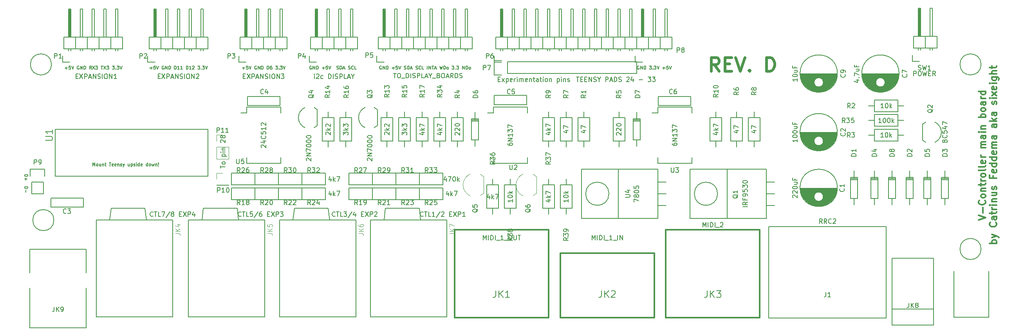
<source format=gto>
G04 #@! TF.FileFunction,Legend,Top*
%FSLAX46Y46*%
G04 Gerber Fmt 4.6, Leading zero omitted, Abs format (unit mm)*
G04 Created by KiCad (PCBNEW 4.0.2-stable) date 2-10-2019 17:22:44*
%MOMM*%
G01*
G04 APERTURE LIST*
%ADD10C,0.100000*%
%ADD11C,0.140000*%
%ADD12C,0.600000*%
%ADD13C,0.300000*%
%ADD14C,0.150000*%
%ADD15C,0.203200*%
%ADD16C,0.120000*%
G04 APERTURE END LIST*
D10*
D11*
X43710003Y-106996667D02*
X43710003Y-106296667D01*
X43943336Y-106796667D01*
X44176669Y-106296667D01*
X44176669Y-106996667D01*
X44610003Y-106996667D02*
X44543336Y-106963333D01*
X44510003Y-106930000D01*
X44476669Y-106863333D01*
X44476669Y-106663333D01*
X44510003Y-106596667D01*
X44543336Y-106563333D01*
X44610003Y-106530000D01*
X44710003Y-106530000D01*
X44776669Y-106563333D01*
X44810003Y-106596667D01*
X44843336Y-106663333D01*
X44843336Y-106863333D01*
X44810003Y-106930000D01*
X44776669Y-106963333D01*
X44710003Y-106996667D01*
X44610003Y-106996667D01*
X45443336Y-106530000D02*
X45443336Y-106996667D01*
X45143336Y-106530000D02*
X45143336Y-106896667D01*
X45176669Y-106963333D01*
X45243336Y-106996667D01*
X45343336Y-106996667D01*
X45410002Y-106963333D01*
X45443336Y-106930000D01*
X45776669Y-106530000D02*
X45776669Y-106996667D01*
X45776669Y-106596667D02*
X45810002Y-106563333D01*
X45876669Y-106530000D01*
X45976669Y-106530000D01*
X46043335Y-106563333D01*
X46076669Y-106630000D01*
X46076669Y-106996667D01*
X46310002Y-106530000D02*
X46576668Y-106530000D01*
X46410002Y-106296667D02*
X46410002Y-106896667D01*
X46443335Y-106963333D01*
X46510002Y-106996667D01*
X46576668Y-106996667D01*
X47243335Y-106296667D02*
X47643335Y-106296667D01*
X47443335Y-106996667D02*
X47443335Y-106296667D01*
X48143334Y-106963333D02*
X48076668Y-106996667D01*
X47943334Y-106996667D01*
X47876668Y-106963333D01*
X47843334Y-106896667D01*
X47843334Y-106630000D01*
X47876668Y-106563333D01*
X47943334Y-106530000D01*
X48076668Y-106530000D01*
X48143334Y-106563333D01*
X48176668Y-106630000D01*
X48176668Y-106696667D01*
X47843334Y-106763333D01*
X48743334Y-106963333D02*
X48676668Y-106996667D01*
X48543334Y-106996667D01*
X48476668Y-106963333D01*
X48443334Y-106896667D01*
X48443334Y-106630000D01*
X48476668Y-106563333D01*
X48543334Y-106530000D01*
X48676668Y-106530000D01*
X48743334Y-106563333D01*
X48776668Y-106630000D01*
X48776668Y-106696667D01*
X48443334Y-106763333D01*
X49076668Y-106530000D02*
X49076668Y-106996667D01*
X49076668Y-106596667D02*
X49110001Y-106563333D01*
X49176668Y-106530000D01*
X49276668Y-106530000D01*
X49343334Y-106563333D01*
X49376668Y-106630000D01*
X49376668Y-106996667D01*
X49676667Y-106963333D02*
X49743334Y-106996667D01*
X49876667Y-106996667D01*
X49943334Y-106963333D01*
X49976667Y-106896667D01*
X49976667Y-106863333D01*
X49943334Y-106796667D01*
X49876667Y-106763333D01*
X49776667Y-106763333D01*
X49710001Y-106730000D01*
X49676667Y-106663333D01*
X49676667Y-106630000D01*
X49710001Y-106563333D01*
X49776667Y-106530000D01*
X49876667Y-106530000D01*
X49943334Y-106563333D01*
X50210001Y-106530000D02*
X50376668Y-106996667D01*
X50543334Y-106530000D02*
X50376668Y-106996667D01*
X50310001Y-107163333D01*
X50276668Y-107196667D01*
X50210001Y-107230000D01*
X51643334Y-106530000D02*
X51643334Y-106996667D01*
X51343334Y-106530000D02*
X51343334Y-106896667D01*
X51376667Y-106963333D01*
X51443334Y-106996667D01*
X51543334Y-106996667D01*
X51610000Y-106963333D01*
X51643334Y-106930000D01*
X51976667Y-106530000D02*
X51976667Y-107230000D01*
X51976667Y-106563333D02*
X52043333Y-106530000D01*
X52176667Y-106530000D01*
X52243333Y-106563333D01*
X52276667Y-106596667D01*
X52310000Y-106663333D01*
X52310000Y-106863333D01*
X52276667Y-106930000D01*
X52243333Y-106963333D01*
X52176667Y-106996667D01*
X52043333Y-106996667D01*
X51976667Y-106963333D01*
X52576666Y-106963333D02*
X52643333Y-106996667D01*
X52776666Y-106996667D01*
X52843333Y-106963333D01*
X52876666Y-106896667D01*
X52876666Y-106863333D01*
X52843333Y-106796667D01*
X52776666Y-106763333D01*
X52676666Y-106763333D01*
X52610000Y-106730000D01*
X52576666Y-106663333D01*
X52576666Y-106630000D01*
X52610000Y-106563333D01*
X52676666Y-106530000D01*
X52776666Y-106530000D01*
X52843333Y-106563333D01*
X53176667Y-106996667D02*
X53176667Y-106530000D01*
X53176667Y-106296667D02*
X53143333Y-106330000D01*
X53176667Y-106363333D01*
X53210000Y-106330000D01*
X53176667Y-106296667D01*
X53176667Y-106363333D01*
X53810000Y-106996667D02*
X53810000Y-106296667D01*
X53810000Y-106963333D02*
X53743333Y-106996667D01*
X53610000Y-106996667D01*
X53543333Y-106963333D01*
X53510000Y-106930000D01*
X53476666Y-106863333D01*
X53476666Y-106663333D01*
X53510000Y-106596667D01*
X53543333Y-106563333D01*
X53610000Y-106530000D01*
X53743333Y-106530000D01*
X53810000Y-106563333D01*
X54409999Y-106963333D02*
X54343333Y-106996667D01*
X54209999Y-106996667D01*
X54143333Y-106963333D01*
X54109999Y-106896667D01*
X54109999Y-106630000D01*
X54143333Y-106563333D01*
X54209999Y-106530000D01*
X54343333Y-106530000D01*
X54409999Y-106563333D01*
X54443333Y-106630000D01*
X54443333Y-106696667D01*
X54109999Y-106763333D01*
X55576666Y-106996667D02*
X55576666Y-106296667D01*
X55576666Y-106963333D02*
X55509999Y-106996667D01*
X55376666Y-106996667D01*
X55309999Y-106963333D01*
X55276666Y-106930000D01*
X55243332Y-106863333D01*
X55243332Y-106663333D01*
X55276666Y-106596667D01*
X55309999Y-106563333D01*
X55376666Y-106530000D01*
X55509999Y-106530000D01*
X55576666Y-106563333D01*
X56009999Y-106996667D02*
X55943332Y-106963333D01*
X55909999Y-106930000D01*
X55876665Y-106863333D01*
X55876665Y-106663333D01*
X55909999Y-106596667D01*
X55943332Y-106563333D01*
X56009999Y-106530000D01*
X56109999Y-106530000D01*
X56176665Y-106563333D01*
X56209999Y-106596667D01*
X56243332Y-106663333D01*
X56243332Y-106863333D01*
X56209999Y-106930000D01*
X56176665Y-106963333D01*
X56109999Y-106996667D01*
X56009999Y-106996667D01*
X56476665Y-106530000D02*
X56609998Y-106996667D01*
X56743332Y-106663333D01*
X56876665Y-106996667D01*
X57009998Y-106530000D01*
X57276665Y-106530000D02*
X57276665Y-106996667D01*
X57276665Y-106596667D02*
X57309998Y-106563333D01*
X57376665Y-106530000D01*
X57476665Y-106530000D01*
X57543331Y-106563333D01*
X57576665Y-106630000D01*
X57576665Y-106996667D01*
X57909998Y-106930000D02*
X57943331Y-106963333D01*
X57909998Y-106996667D01*
X57876664Y-106963333D01*
X57909998Y-106930000D01*
X57909998Y-106996667D01*
X57909998Y-106730000D02*
X57876664Y-106330000D01*
X57909998Y-106296667D01*
X57943331Y-106330000D01*
X57909998Y-106730000D01*
X57909998Y-106296667D01*
X28992233Y-108874167D02*
X29692233Y-108874167D01*
X29692233Y-109040833D01*
X29658900Y-109140833D01*
X29592233Y-109207500D01*
X29525567Y-109240833D01*
X29392233Y-109274167D01*
X29292233Y-109274167D01*
X29158900Y-109240833D01*
X29092233Y-109207500D01*
X29025567Y-109140833D01*
X28992233Y-109040833D01*
X28992233Y-108874167D01*
X29258900Y-109574167D02*
X29258900Y-110107500D01*
X28992233Y-109840833D02*
X29525567Y-109840833D01*
X28992233Y-111507500D02*
X29692233Y-111507500D01*
X29692233Y-111674166D01*
X29658900Y-111774166D01*
X29592233Y-111840833D01*
X29525567Y-111874166D01*
X29392233Y-111907500D01*
X29292233Y-111907500D01*
X29158900Y-111874166D01*
X29092233Y-111840833D01*
X29025567Y-111774166D01*
X28992233Y-111674166D01*
X28992233Y-111507500D01*
X29258900Y-112207500D02*
X29258900Y-112740833D01*
X91001667Y-85375000D02*
X90935001Y-85341667D01*
X90835001Y-85341667D01*
X90735001Y-85375000D01*
X90668334Y-85441667D01*
X90635001Y-85508333D01*
X90601667Y-85641667D01*
X90601667Y-85741667D01*
X90635001Y-85875000D01*
X90668334Y-85941667D01*
X90735001Y-86008333D01*
X90835001Y-86041667D01*
X90901667Y-86041667D01*
X91001667Y-86008333D01*
X91035001Y-85975000D01*
X91035001Y-85741667D01*
X90901667Y-85741667D01*
X91335001Y-86041667D02*
X91335001Y-85341667D01*
X91735001Y-86041667D01*
X91735001Y-85341667D01*
X92068334Y-86041667D02*
X92068334Y-85341667D01*
X92235000Y-85341667D01*
X92335000Y-85375000D01*
X92401667Y-85441667D01*
X92435000Y-85508333D01*
X92468334Y-85641667D01*
X92468334Y-85741667D01*
X92435000Y-85875000D01*
X92401667Y-85941667D01*
X92335000Y-86008333D01*
X92235000Y-86041667D01*
X92068334Y-86041667D01*
X93301667Y-85775000D02*
X93835000Y-85775000D01*
X93568333Y-86041667D02*
X93568333Y-85508333D01*
X94501667Y-85341667D02*
X94168334Y-85341667D01*
X94135000Y-85675000D01*
X94168334Y-85641667D01*
X94235000Y-85608333D01*
X94401667Y-85608333D01*
X94468334Y-85641667D01*
X94501667Y-85675000D01*
X94535000Y-85741667D01*
X94535000Y-85908333D01*
X94501667Y-85975000D01*
X94468334Y-86008333D01*
X94401667Y-86041667D01*
X94235000Y-86041667D01*
X94168334Y-86008333D01*
X94135000Y-85975000D01*
X94735001Y-85341667D02*
X94968334Y-86041667D01*
X95201667Y-85341667D01*
X96468333Y-86008333D02*
X96568333Y-86041667D01*
X96735000Y-86041667D01*
X96801667Y-86008333D01*
X96835000Y-85975000D01*
X96868333Y-85908333D01*
X96868333Y-85841667D01*
X96835000Y-85775000D01*
X96801667Y-85741667D01*
X96735000Y-85708333D01*
X96601667Y-85675000D01*
X96535000Y-85641667D01*
X96501667Y-85608333D01*
X96468333Y-85541667D01*
X96468333Y-85475000D01*
X96501667Y-85408333D01*
X96535000Y-85375000D01*
X96601667Y-85341667D01*
X96768333Y-85341667D01*
X96868333Y-85375000D01*
X97168334Y-86041667D02*
X97168334Y-85341667D01*
X97335000Y-85341667D01*
X97435000Y-85375000D01*
X97501667Y-85441667D01*
X97535000Y-85508333D01*
X97568334Y-85641667D01*
X97568334Y-85741667D01*
X97535000Y-85875000D01*
X97501667Y-85941667D01*
X97435000Y-86008333D01*
X97335000Y-86041667D01*
X97168334Y-86041667D01*
X97835000Y-85841667D02*
X98168334Y-85841667D01*
X97768334Y-86041667D02*
X98001667Y-85341667D01*
X98235000Y-86041667D01*
X98968333Y-86008333D02*
X99068333Y-86041667D01*
X99235000Y-86041667D01*
X99301667Y-86008333D01*
X99335000Y-85975000D01*
X99368333Y-85908333D01*
X99368333Y-85841667D01*
X99335000Y-85775000D01*
X99301667Y-85741667D01*
X99235000Y-85708333D01*
X99101667Y-85675000D01*
X99035000Y-85641667D01*
X99001667Y-85608333D01*
X98968333Y-85541667D01*
X98968333Y-85475000D01*
X99001667Y-85408333D01*
X99035000Y-85375000D01*
X99101667Y-85341667D01*
X99268333Y-85341667D01*
X99368333Y-85375000D01*
X100068334Y-85975000D02*
X100035000Y-86008333D01*
X99935000Y-86041667D01*
X99868334Y-86041667D01*
X99768334Y-86008333D01*
X99701667Y-85941667D01*
X99668334Y-85875000D01*
X99635000Y-85741667D01*
X99635000Y-85641667D01*
X99668334Y-85508333D01*
X99701667Y-85441667D01*
X99768334Y-85375000D01*
X99868334Y-85341667D01*
X99935000Y-85341667D01*
X100035000Y-85375000D01*
X100068334Y-85408333D01*
X100701667Y-86041667D02*
X100368334Y-86041667D01*
X100368334Y-85341667D01*
X161833333Y-85375000D02*
X161766667Y-85341667D01*
X161666667Y-85341667D01*
X161566667Y-85375000D01*
X161500000Y-85441667D01*
X161466667Y-85508333D01*
X161433333Y-85641667D01*
X161433333Y-85741667D01*
X161466667Y-85875000D01*
X161500000Y-85941667D01*
X161566667Y-86008333D01*
X161666667Y-86041667D01*
X161733333Y-86041667D01*
X161833333Y-86008333D01*
X161866667Y-85975000D01*
X161866667Y-85741667D01*
X161733333Y-85741667D01*
X162166667Y-86041667D02*
X162166667Y-85341667D01*
X162566667Y-86041667D01*
X162566667Y-85341667D01*
X162900000Y-86041667D02*
X162900000Y-85341667D01*
X163066666Y-85341667D01*
X163166666Y-85375000D01*
X163233333Y-85441667D01*
X163266666Y-85508333D01*
X163300000Y-85641667D01*
X163300000Y-85741667D01*
X163266666Y-85875000D01*
X163233333Y-85941667D01*
X163166666Y-86008333D01*
X163066666Y-86041667D01*
X162900000Y-86041667D01*
X164066666Y-85341667D02*
X164499999Y-85341667D01*
X164266666Y-85608333D01*
X164366666Y-85608333D01*
X164433333Y-85641667D01*
X164466666Y-85675000D01*
X164499999Y-85741667D01*
X164499999Y-85908333D01*
X164466666Y-85975000D01*
X164433333Y-86008333D01*
X164366666Y-86041667D01*
X164166666Y-86041667D01*
X164099999Y-86008333D01*
X164066666Y-85975000D01*
X164800000Y-85975000D02*
X164833333Y-86008333D01*
X164800000Y-86041667D01*
X164766666Y-86008333D01*
X164800000Y-85975000D01*
X164800000Y-86041667D01*
X165066666Y-85341667D02*
X165499999Y-85341667D01*
X165266666Y-85608333D01*
X165366666Y-85608333D01*
X165433333Y-85641667D01*
X165466666Y-85675000D01*
X165499999Y-85741667D01*
X165499999Y-85908333D01*
X165466666Y-85975000D01*
X165433333Y-86008333D01*
X165366666Y-86041667D01*
X165166666Y-86041667D01*
X165099999Y-86008333D01*
X165066666Y-85975000D01*
X165700000Y-85341667D02*
X165933333Y-86041667D01*
X166166666Y-85341667D01*
X166933333Y-85775000D02*
X167466666Y-85775000D01*
X167199999Y-86041667D02*
X167199999Y-85508333D01*
X168133333Y-85341667D02*
X167800000Y-85341667D01*
X167766666Y-85675000D01*
X167800000Y-85641667D01*
X167866666Y-85608333D01*
X168033333Y-85608333D01*
X168100000Y-85641667D01*
X168133333Y-85675000D01*
X168166666Y-85741667D01*
X168166666Y-85908333D01*
X168133333Y-85975000D01*
X168100000Y-86008333D01*
X168033333Y-86041667D01*
X167866666Y-86041667D01*
X167800000Y-86008333D01*
X167766666Y-85975000D01*
X168366667Y-85341667D02*
X168600000Y-86041667D01*
X168833333Y-85341667D01*
X106120001Y-85375000D02*
X106053335Y-85341667D01*
X105953335Y-85341667D01*
X105853335Y-85375000D01*
X105786668Y-85441667D01*
X105753335Y-85508333D01*
X105720001Y-85641667D01*
X105720001Y-85741667D01*
X105753335Y-85875000D01*
X105786668Y-85941667D01*
X105853335Y-86008333D01*
X105953335Y-86041667D01*
X106020001Y-86041667D01*
X106120001Y-86008333D01*
X106153335Y-85975000D01*
X106153335Y-85741667D01*
X106020001Y-85741667D01*
X106453335Y-86041667D02*
X106453335Y-85341667D01*
X106853335Y-86041667D01*
X106853335Y-85341667D01*
X107186668Y-86041667D02*
X107186668Y-85341667D01*
X107353334Y-85341667D01*
X107453334Y-85375000D01*
X107520001Y-85441667D01*
X107553334Y-85508333D01*
X107586668Y-85641667D01*
X107586668Y-85741667D01*
X107553334Y-85875000D01*
X107520001Y-85941667D01*
X107453334Y-86008333D01*
X107353334Y-86041667D01*
X107186668Y-86041667D01*
X108420001Y-85775000D02*
X108953334Y-85775000D01*
X108686667Y-86041667D02*
X108686667Y-85508333D01*
X109620001Y-85341667D02*
X109286668Y-85341667D01*
X109253334Y-85675000D01*
X109286668Y-85641667D01*
X109353334Y-85608333D01*
X109520001Y-85608333D01*
X109586668Y-85641667D01*
X109620001Y-85675000D01*
X109653334Y-85741667D01*
X109653334Y-85908333D01*
X109620001Y-85975000D01*
X109586668Y-86008333D01*
X109520001Y-86041667D01*
X109353334Y-86041667D01*
X109286668Y-86008333D01*
X109253334Y-85975000D01*
X109853335Y-85341667D02*
X110086668Y-86041667D01*
X110320001Y-85341667D01*
X111053334Y-86008333D02*
X111153334Y-86041667D01*
X111320001Y-86041667D01*
X111386668Y-86008333D01*
X111420001Y-85975000D01*
X111453334Y-85908333D01*
X111453334Y-85841667D01*
X111420001Y-85775000D01*
X111386668Y-85741667D01*
X111320001Y-85708333D01*
X111186668Y-85675000D01*
X111120001Y-85641667D01*
X111086668Y-85608333D01*
X111053334Y-85541667D01*
X111053334Y-85475000D01*
X111086668Y-85408333D01*
X111120001Y-85375000D01*
X111186668Y-85341667D01*
X111353334Y-85341667D01*
X111453334Y-85375000D01*
X111753335Y-86041667D02*
X111753335Y-85341667D01*
X111920001Y-85341667D01*
X112020001Y-85375000D01*
X112086668Y-85441667D01*
X112120001Y-85508333D01*
X112153335Y-85641667D01*
X112153335Y-85741667D01*
X112120001Y-85875000D01*
X112086668Y-85941667D01*
X112020001Y-86008333D01*
X111920001Y-86041667D01*
X111753335Y-86041667D01*
X112420001Y-85841667D02*
X112753335Y-85841667D01*
X112353335Y-86041667D02*
X112586668Y-85341667D01*
X112820001Y-86041667D01*
X113553334Y-86008333D02*
X113653334Y-86041667D01*
X113820001Y-86041667D01*
X113886668Y-86008333D01*
X113920001Y-85975000D01*
X113953334Y-85908333D01*
X113953334Y-85841667D01*
X113920001Y-85775000D01*
X113886668Y-85741667D01*
X113820001Y-85708333D01*
X113686668Y-85675000D01*
X113620001Y-85641667D01*
X113586668Y-85608333D01*
X113553334Y-85541667D01*
X113553334Y-85475000D01*
X113586668Y-85408333D01*
X113620001Y-85375000D01*
X113686668Y-85341667D01*
X113853334Y-85341667D01*
X113953334Y-85375000D01*
X114653335Y-85975000D02*
X114620001Y-86008333D01*
X114520001Y-86041667D01*
X114453335Y-86041667D01*
X114353335Y-86008333D01*
X114286668Y-85941667D01*
X114253335Y-85875000D01*
X114220001Y-85741667D01*
X114220001Y-85641667D01*
X114253335Y-85508333D01*
X114286668Y-85441667D01*
X114353335Y-85375000D01*
X114453335Y-85341667D01*
X114520001Y-85341667D01*
X114620001Y-85375000D01*
X114653335Y-85408333D01*
X115286668Y-86041667D02*
X114953335Y-86041667D01*
X114953335Y-85341667D01*
X116053335Y-86041667D02*
X116053335Y-85341667D01*
X116386668Y-86041667D02*
X116386668Y-85341667D01*
X116786668Y-86041667D01*
X116786668Y-85341667D01*
X117020001Y-85341667D02*
X117420001Y-85341667D01*
X117220001Y-86041667D02*
X117220001Y-85341667D01*
X117620000Y-85841667D02*
X117953334Y-85841667D01*
X117553334Y-86041667D02*
X117786667Y-85341667D01*
X118020000Y-86041667D01*
X118720000Y-85341667D02*
X118886667Y-86041667D01*
X119020000Y-85541667D01*
X119153333Y-86041667D01*
X119320000Y-85341667D01*
X119586667Y-86041667D02*
X119586667Y-85341667D01*
X119753333Y-85341667D01*
X119853333Y-85375000D01*
X119920000Y-85441667D01*
X119953333Y-85508333D01*
X119986667Y-85641667D01*
X119986667Y-85741667D01*
X119953333Y-85875000D01*
X119920000Y-85941667D01*
X119853333Y-86008333D01*
X119753333Y-86041667D01*
X119586667Y-86041667D01*
X120386667Y-86041667D02*
X120320000Y-86008333D01*
X120286667Y-85975000D01*
X120253333Y-85908333D01*
X120253333Y-85708333D01*
X120286667Y-85641667D01*
X120320000Y-85608333D01*
X120386667Y-85575000D01*
X120486667Y-85575000D01*
X120553333Y-85608333D01*
X120586667Y-85641667D01*
X120620000Y-85708333D01*
X120620000Y-85908333D01*
X120586667Y-85975000D01*
X120553333Y-86008333D01*
X120486667Y-86041667D01*
X120386667Y-86041667D01*
X121386666Y-85341667D02*
X121819999Y-85341667D01*
X121586666Y-85608333D01*
X121686666Y-85608333D01*
X121753333Y-85641667D01*
X121786666Y-85675000D01*
X121819999Y-85741667D01*
X121819999Y-85908333D01*
X121786666Y-85975000D01*
X121753333Y-86008333D01*
X121686666Y-86041667D01*
X121486666Y-86041667D01*
X121419999Y-86008333D01*
X121386666Y-85975000D01*
X122120000Y-85975000D02*
X122153333Y-86008333D01*
X122120000Y-86041667D01*
X122086666Y-86008333D01*
X122120000Y-85975000D01*
X122120000Y-86041667D01*
X122386666Y-85341667D02*
X122819999Y-85341667D01*
X122586666Y-85608333D01*
X122686666Y-85608333D01*
X122753333Y-85641667D01*
X122786666Y-85675000D01*
X122819999Y-85741667D01*
X122819999Y-85908333D01*
X122786666Y-85975000D01*
X122753333Y-86008333D01*
X122686666Y-86041667D01*
X122486666Y-86041667D01*
X122419999Y-86008333D01*
X122386666Y-85975000D01*
X123653333Y-86041667D02*
X123653333Y-85341667D01*
X124053333Y-86041667D01*
X124053333Y-85341667D01*
X124386666Y-86041667D02*
X124386666Y-85341667D01*
X124553332Y-85341667D01*
X124653332Y-85375000D01*
X124719999Y-85441667D01*
X124753332Y-85508333D01*
X124786666Y-85641667D01*
X124786666Y-85741667D01*
X124753332Y-85875000D01*
X124719999Y-85941667D01*
X124653332Y-86008333D01*
X124553332Y-86041667D01*
X124386666Y-86041667D01*
X125186666Y-86041667D02*
X125119999Y-86008333D01*
X125086666Y-85975000D01*
X125053332Y-85908333D01*
X125053332Y-85708333D01*
X125086666Y-85641667D01*
X125119999Y-85608333D01*
X125186666Y-85575000D01*
X125286666Y-85575000D01*
X125353332Y-85608333D01*
X125386666Y-85641667D01*
X125419999Y-85708333D01*
X125419999Y-85908333D01*
X125386666Y-85975000D01*
X125353332Y-86008333D01*
X125286666Y-86041667D01*
X125186666Y-86041667D01*
X76061667Y-85775000D02*
X76595000Y-85775000D01*
X76328333Y-86041667D02*
X76328333Y-85508333D01*
X77261667Y-85341667D02*
X76928334Y-85341667D01*
X76895000Y-85675000D01*
X76928334Y-85641667D01*
X76995000Y-85608333D01*
X77161667Y-85608333D01*
X77228334Y-85641667D01*
X77261667Y-85675000D01*
X77295000Y-85741667D01*
X77295000Y-85908333D01*
X77261667Y-85975000D01*
X77228334Y-86008333D01*
X77161667Y-86041667D01*
X76995000Y-86041667D01*
X76928334Y-86008333D01*
X76895000Y-85975000D01*
X77495001Y-85341667D02*
X77728334Y-86041667D01*
X77961667Y-85341667D01*
X79095000Y-85375000D02*
X79028334Y-85341667D01*
X78928334Y-85341667D01*
X78828334Y-85375000D01*
X78761667Y-85441667D01*
X78728334Y-85508333D01*
X78695000Y-85641667D01*
X78695000Y-85741667D01*
X78728334Y-85875000D01*
X78761667Y-85941667D01*
X78828334Y-86008333D01*
X78928334Y-86041667D01*
X78995000Y-86041667D01*
X79095000Y-86008333D01*
X79128334Y-85975000D01*
X79128334Y-85741667D01*
X78995000Y-85741667D01*
X79428334Y-86041667D02*
X79428334Y-85341667D01*
X79828334Y-86041667D01*
X79828334Y-85341667D01*
X80161667Y-86041667D02*
X80161667Y-85341667D01*
X80328333Y-85341667D01*
X80428333Y-85375000D01*
X80495000Y-85441667D01*
X80528333Y-85508333D01*
X80561667Y-85641667D01*
X80561667Y-85741667D01*
X80528333Y-85875000D01*
X80495000Y-85941667D01*
X80428333Y-86008333D01*
X80328333Y-86041667D01*
X80161667Y-86041667D01*
X81395000Y-86041667D02*
X81395000Y-85341667D01*
X81561666Y-85341667D01*
X81661666Y-85375000D01*
X81728333Y-85441667D01*
X81761666Y-85508333D01*
X81795000Y-85641667D01*
X81795000Y-85741667D01*
X81761666Y-85875000D01*
X81728333Y-85941667D01*
X81661666Y-86008333D01*
X81561666Y-86041667D01*
X81395000Y-86041667D01*
X82395000Y-85341667D02*
X82261666Y-85341667D01*
X82195000Y-85375000D01*
X82161666Y-85408333D01*
X82095000Y-85508333D01*
X82061666Y-85641667D01*
X82061666Y-85908333D01*
X82095000Y-85975000D01*
X82128333Y-86008333D01*
X82195000Y-86041667D01*
X82328333Y-86041667D01*
X82395000Y-86008333D01*
X82428333Y-85975000D01*
X82461666Y-85908333D01*
X82461666Y-85741667D01*
X82428333Y-85675000D01*
X82395000Y-85641667D01*
X82328333Y-85608333D01*
X82195000Y-85608333D01*
X82128333Y-85641667D01*
X82095000Y-85675000D01*
X82061666Y-85741667D01*
X83228333Y-85341667D02*
X83661666Y-85341667D01*
X83428333Y-85608333D01*
X83528333Y-85608333D01*
X83595000Y-85641667D01*
X83628333Y-85675000D01*
X83661666Y-85741667D01*
X83661666Y-85908333D01*
X83628333Y-85975000D01*
X83595000Y-86008333D01*
X83528333Y-86041667D01*
X83328333Y-86041667D01*
X83261666Y-86008333D01*
X83228333Y-85975000D01*
X83961667Y-85975000D02*
X83995000Y-86008333D01*
X83961667Y-86041667D01*
X83928333Y-86008333D01*
X83961667Y-85975000D01*
X83961667Y-86041667D01*
X84228333Y-85341667D02*
X84661666Y-85341667D01*
X84428333Y-85608333D01*
X84528333Y-85608333D01*
X84595000Y-85641667D01*
X84628333Y-85675000D01*
X84661666Y-85741667D01*
X84661666Y-85908333D01*
X84628333Y-85975000D01*
X84595000Y-86008333D01*
X84528333Y-86041667D01*
X84328333Y-86041667D01*
X84261666Y-86008333D01*
X84228333Y-85975000D01*
X84861667Y-85341667D02*
X85095000Y-86041667D01*
X85328333Y-85341667D01*
X56030000Y-85775000D02*
X56563333Y-85775000D01*
X56296666Y-86041667D02*
X56296666Y-85508333D01*
X57230000Y-85341667D02*
X56896667Y-85341667D01*
X56863333Y-85675000D01*
X56896667Y-85641667D01*
X56963333Y-85608333D01*
X57130000Y-85608333D01*
X57196667Y-85641667D01*
X57230000Y-85675000D01*
X57263333Y-85741667D01*
X57263333Y-85908333D01*
X57230000Y-85975000D01*
X57196667Y-86008333D01*
X57130000Y-86041667D01*
X56963333Y-86041667D01*
X56896667Y-86008333D01*
X56863333Y-85975000D01*
X57463334Y-85341667D02*
X57696667Y-86041667D01*
X57930000Y-85341667D01*
X59063333Y-85375000D02*
X58996667Y-85341667D01*
X58896667Y-85341667D01*
X58796667Y-85375000D01*
X58730000Y-85441667D01*
X58696667Y-85508333D01*
X58663333Y-85641667D01*
X58663333Y-85741667D01*
X58696667Y-85875000D01*
X58730000Y-85941667D01*
X58796667Y-86008333D01*
X58896667Y-86041667D01*
X58963333Y-86041667D01*
X59063333Y-86008333D01*
X59096667Y-85975000D01*
X59096667Y-85741667D01*
X58963333Y-85741667D01*
X59396667Y-86041667D02*
X59396667Y-85341667D01*
X59796667Y-86041667D01*
X59796667Y-85341667D01*
X60130000Y-86041667D02*
X60130000Y-85341667D01*
X60296666Y-85341667D01*
X60396666Y-85375000D01*
X60463333Y-85441667D01*
X60496666Y-85508333D01*
X60530000Y-85641667D01*
X60530000Y-85741667D01*
X60496666Y-85875000D01*
X60463333Y-85941667D01*
X60396666Y-86008333D01*
X60296666Y-86041667D01*
X60130000Y-86041667D01*
X61363333Y-86041667D02*
X61363333Y-85341667D01*
X61529999Y-85341667D01*
X61629999Y-85375000D01*
X61696666Y-85441667D01*
X61729999Y-85508333D01*
X61763333Y-85641667D01*
X61763333Y-85741667D01*
X61729999Y-85875000D01*
X61696666Y-85941667D01*
X61629999Y-86008333D01*
X61529999Y-86041667D01*
X61363333Y-86041667D01*
X62429999Y-86041667D02*
X62029999Y-86041667D01*
X62229999Y-86041667D02*
X62229999Y-85341667D01*
X62163333Y-85441667D01*
X62096666Y-85508333D01*
X62029999Y-85541667D01*
X63096666Y-86041667D02*
X62696666Y-86041667D01*
X62896666Y-86041667D02*
X62896666Y-85341667D01*
X62830000Y-85441667D01*
X62763333Y-85508333D01*
X62696666Y-85541667D01*
X63930000Y-86041667D02*
X63930000Y-85341667D01*
X64096666Y-85341667D01*
X64196666Y-85375000D01*
X64263333Y-85441667D01*
X64296666Y-85508333D01*
X64330000Y-85641667D01*
X64330000Y-85741667D01*
X64296666Y-85875000D01*
X64263333Y-85941667D01*
X64196666Y-86008333D01*
X64096666Y-86041667D01*
X63930000Y-86041667D01*
X64996666Y-86041667D02*
X64596666Y-86041667D01*
X64796666Y-86041667D02*
X64796666Y-85341667D01*
X64730000Y-85441667D01*
X64663333Y-85508333D01*
X64596666Y-85541667D01*
X65263333Y-85408333D02*
X65296667Y-85375000D01*
X65363333Y-85341667D01*
X65530000Y-85341667D01*
X65596667Y-85375000D01*
X65630000Y-85408333D01*
X65663333Y-85475000D01*
X65663333Y-85541667D01*
X65630000Y-85641667D01*
X65230000Y-86041667D01*
X65663333Y-86041667D01*
X66430000Y-85341667D02*
X66863333Y-85341667D01*
X66630000Y-85608333D01*
X66730000Y-85608333D01*
X66796667Y-85641667D01*
X66830000Y-85675000D01*
X66863333Y-85741667D01*
X66863333Y-85908333D01*
X66830000Y-85975000D01*
X66796667Y-86008333D01*
X66730000Y-86041667D01*
X66530000Y-86041667D01*
X66463333Y-86008333D01*
X66430000Y-85975000D01*
X67163334Y-85975000D02*
X67196667Y-86008333D01*
X67163334Y-86041667D01*
X67130000Y-86008333D01*
X67163334Y-85975000D01*
X67163334Y-86041667D01*
X67430000Y-85341667D02*
X67863333Y-85341667D01*
X67630000Y-85608333D01*
X67730000Y-85608333D01*
X67796667Y-85641667D01*
X67830000Y-85675000D01*
X67863333Y-85741667D01*
X67863333Y-85908333D01*
X67830000Y-85975000D01*
X67796667Y-86008333D01*
X67730000Y-86041667D01*
X67530000Y-86041667D01*
X67463333Y-86008333D01*
X67430000Y-85975000D01*
X68063334Y-85341667D02*
X68296667Y-86041667D01*
X68530000Y-85341667D01*
X37698334Y-85775000D02*
X38231667Y-85775000D01*
X37965000Y-86041667D02*
X37965000Y-85508333D01*
X38898334Y-85341667D02*
X38565001Y-85341667D01*
X38531667Y-85675000D01*
X38565001Y-85641667D01*
X38631667Y-85608333D01*
X38798334Y-85608333D01*
X38865001Y-85641667D01*
X38898334Y-85675000D01*
X38931667Y-85741667D01*
X38931667Y-85908333D01*
X38898334Y-85975000D01*
X38865001Y-86008333D01*
X38798334Y-86041667D01*
X38631667Y-86041667D01*
X38565001Y-86008333D01*
X38531667Y-85975000D01*
X39131668Y-85341667D02*
X39365001Y-86041667D01*
X39598334Y-85341667D01*
X40731667Y-85375000D02*
X40665001Y-85341667D01*
X40565001Y-85341667D01*
X40465001Y-85375000D01*
X40398334Y-85441667D01*
X40365001Y-85508333D01*
X40331667Y-85641667D01*
X40331667Y-85741667D01*
X40365001Y-85875000D01*
X40398334Y-85941667D01*
X40465001Y-86008333D01*
X40565001Y-86041667D01*
X40631667Y-86041667D01*
X40731667Y-86008333D01*
X40765001Y-85975000D01*
X40765001Y-85741667D01*
X40631667Y-85741667D01*
X41065001Y-86041667D02*
X41065001Y-85341667D01*
X41465001Y-86041667D01*
X41465001Y-85341667D01*
X41798334Y-86041667D02*
X41798334Y-85341667D01*
X41965000Y-85341667D01*
X42065000Y-85375000D01*
X42131667Y-85441667D01*
X42165000Y-85508333D01*
X42198334Y-85641667D01*
X42198334Y-85741667D01*
X42165000Y-85875000D01*
X42131667Y-85941667D01*
X42065000Y-86008333D01*
X41965000Y-86041667D01*
X41798334Y-86041667D01*
X43431667Y-86041667D02*
X43198333Y-85708333D01*
X43031667Y-86041667D02*
X43031667Y-85341667D01*
X43298333Y-85341667D01*
X43365000Y-85375000D01*
X43398333Y-85408333D01*
X43431667Y-85475000D01*
X43431667Y-85575000D01*
X43398333Y-85641667D01*
X43365000Y-85675000D01*
X43298333Y-85708333D01*
X43031667Y-85708333D01*
X43665000Y-85341667D02*
X44131667Y-86041667D01*
X44131667Y-85341667D02*
X43665000Y-86041667D01*
X44331667Y-85341667D02*
X44765000Y-85341667D01*
X44531667Y-85608333D01*
X44631667Y-85608333D01*
X44698334Y-85641667D01*
X44731667Y-85675000D01*
X44765000Y-85741667D01*
X44765000Y-85908333D01*
X44731667Y-85975000D01*
X44698334Y-86008333D01*
X44631667Y-86041667D01*
X44431667Y-86041667D01*
X44365000Y-86008333D01*
X44331667Y-85975000D01*
X45498334Y-85341667D02*
X45898334Y-85341667D01*
X45698334Y-86041667D02*
X45698334Y-85341667D01*
X46065000Y-85341667D02*
X46531667Y-86041667D01*
X46531667Y-85341667D02*
X46065000Y-86041667D01*
X46731667Y-85341667D02*
X47165000Y-85341667D01*
X46931667Y-85608333D01*
X47031667Y-85608333D01*
X47098334Y-85641667D01*
X47131667Y-85675000D01*
X47165000Y-85741667D01*
X47165000Y-85908333D01*
X47131667Y-85975000D01*
X47098334Y-86008333D01*
X47031667Y-86041667D01*
X46831667Y-86041667D01*
X46765000Y-86008333D01*
X46731667Y-85975000D01*
X47931667Y-85341667D02*
X48365000Y-85341667D01*
X48131667Y-85608333D01*
X48231667Y-85608333D01*
X48298334Y-85641667D01*
X48331667Y-85675000D01*
X48365000Y-85741667D01*
X48365000Y-85908333D01*
X48331667Y-85975000D01*
X48298334Y-86008333D01*
X48231667Y-86041667D01*
X48031667Y-86041667D01*
X47965000Y-86008333D01*
X47931667Y-85975000D01*
X48665001Y-85975000D02*
X48698334Y-86008333D01*
X48665001Y-86041667D01*
X48631667Y-86008333D01*
X48665001Y-85975000D01*
X48665001Y-86041667D01*
X48931667Y-85341667D02*
X49365000Y-85341667D01*
X49131667Y-85608333D01*
X49231667Y-85608333D01*
X49298334Y-85641667D01*
X49331667Y-85675000D01*
X49365000Y-85741667D01*
X49365000Y-85908333D01*
X49331667Y-85975000D01*
X49298334Y-86008333D01*
X49231667Y-86041667D01*
X49031667Y-86041667D01*
X48965000Y-86008333D01*
X48931667Y-85975000D01*
X49565001Y-85341667D02*
X49798334Y-86041667D01*
X50031667Y-85341667D01*
D12*
X179088571Y-86447143D02*
X178088571Y-85018571D01*
X177374286Y-86447143D02*
X177374286Y-83447143D01*
X178517143Y-83447143D01*
X178802857Y-83590000D01*
X178945714Y-83732857D01*
X179088571Y-84018571D01*
X179088571Y-84447143D01*
X178945714Y-84732857D01*
X178802857Y-84875714D01*
X178517143Y-85018571D01*
X177374286Y-85018571D01*
X180374286Y-84875714D02*
X181374286Y-84875714D01*
X181802857Y-86447143D02*
X180374286Y-86447143D01*
X180374286Y-83447143D01*
X181802857Y-83447143D01*
X182660000Y-83447143D02*
X183660000Y-86447143D01*
X184660000Y-83447143D01*
X185660001Y-86161429D02*
X185802858Y-86304286D01*
X185660001Y-86447143D01*
X185517144Y-86304286D01*
X185660001Y-86161429D01*
X185660001Y-86447143D01*
X189374286Y-86447143D02*
X189374286Y-83447143D01*
X190088571Y-83447143D01*
X190517143Y-83590000D01*
X190802857Y-83875714D01*
X190945714Y-84161429D01*
X191088571Y-84732857D01*
X191088571Y-85161429D01*
X190945714Y-85732857D01*
X190802857Y-86018571D01*
X190517143Y-86304286D01*
X190088571Y-86447143D01*
X189374286Y-86447143D01*
D13*
X235224571Y-118683714D02*
X236724571Y-118183714D01*
X235224571Y-117683714D01*
X236153143Y-117183714D02*
X236153143Y-116040857D01*
X236581714Y-114469428D02*
X236653143Y-114540857D01*
X236724571Y-114755143D01*
X236724571Y-114898000D01*
X236653143Y-115112285D01*
X236510286Y-115255143D01*
X236367429Y-115326571D01*
X236081714Y-115398000D01*
X235867429Y-115398000D01*
X235581714Y-115326571D01*
X235438857Y-115255143D01*
X235296000Y-115112285D01*
X235224571Y-114898000D01*
X235224571Y-114755143D01*
X235296000Y-114540857D01*
X235367429Y-114469428D01*
X236724571Y-113612285D02*
X236653143Y-113755143D01*
X236581714Y-113826571D01*
X236438857Y-113898000D01*
X236010286Y-113898000D01*
X235867429Y-113826571D01*
X235796000Y-113755143D01*
X235724571Y-113612285D01*
X235724571Y-113398000D01*
X235796000Y-113255143D01*
X235867429Y-113183714D01*
X236010286Y-113112285D01*
X236438857Y-113112285D01*
X236581714Y-113183714D01*
X236653143Y-113255143D01*
X236724571Y-113398000D01*
X236724571Y-113612285D01*
X235724571Y-112469428D02*
X236724571Y-112469428D01*
X235867429Y-112469428D02*
X235796000Y-112398000D01*
X235724571Y-112255142D01*
X235724571Y-112040857D01*
X235796000Y-111898000D01*
X235938857Y-111826571D01*
X236724571Y-111826571D01*
X235724571Y-111326571D02*
X235724571Y-110755142D01*
X235224571Y-111112285D02*
X236510286Y-111112285D01*
X236653143Y-111040857D01*
X236724571Y-110897999D01*
X236724571Y-110755142D01*
X236724571Y-110255142D02*
X235724571Y-110255142D01*
X236010286Y-110255142D02*
X235867429Y-110183714D01*
X235796000Y-110112285D01*
X235724571Y-109969428D01*
X235724571Y-109826571D01*
X236724571Y-109112285D02*
X236653143Y-109255143D01*
X236581714Y-109326571D01*
X236438857Y-109398000D01*
X236010286Y-109398000D01*
X235867429Y-109326571D01*
X235796000Y-109255143D01*
X235724571Y-109112285D01*
X235724571Y-108898000D01*
X235796000Y-108755143D01*
X235867429Y-108683714D01*
X236010286Y-108612285D01*
X236438857Y-108612285D01*
X236581714Y-108683714D01*
X236653143Y-108755143D01*
X236724571Y-108898000D01*
X236724571Y-109112285D01*
X236724571Y-107755142D02*
X236653143Y-107898000D01*
X236510286Y-107969428D01*
X235224571Y-107969428D01*
X236724571Y-106969428D02*
X236653143Y-107112286D01*
X236510286Y-107183714D01*
X235224571Y-107183714D01*
X236653143Y-105826572D02*
X236724571Y-105969429D01*
X236724571Y-106255143D01*
X236653143Y-106398000D01*
X236510286Y-106469429D01*
X235938857Y-106469429D01*
X235796000Y-106398000D01*
X235724571Y-106255143D01*
X235724571Y-105969429D01*
X235796000Y-105826572D01*
X235938857Y-105755143D01*
X236081714Y-105755143D01*
X236224571Y-106469429D01*
X236724571Y-105112286D02*
X235724571Y-105112286D01*
X236010286Y-105112286D02*
X235867429Y-105040858D01*
X235796000Y-104969429D01*
X235724571Y-104826572D01*
X235724571Y-104683715D01*
X236724571Y-103040858D02*
X235724571Y-103040858D01*
X235867429Y-103040858D02*
X235796000Y-102969430D01*
X235724571Y-102826572D01*
X235724571Y-102612287D01*
X235796000Y-102469430D01*
X235938857Y-102398001D01*
X236724571Y-102398001D01*
X235938857Y-102398001D02*
X235796000Y-102326572D01*
X235724571Y-102183715D01*
X235724571Y-101969430D01*
X235796000Y-101826572D01*
X235938857Y-101755144D01*
X236724571Y-101755144D01*
X236724571Y-100398001D02*
X235938857Y-100398001D01*
X235796000Y-100469430D01*
X235724571Y-100612287D01*
X235724571Y-100898001D01*
X235796000Y-101040858D01*
X236653143Y-100398001D02*
X236724571Y-100540858D01*
X236724571Y-100898001D01*
X236653143Y-101040858D01*
X236510286Y-101112287D01*
X236367429Y-101112287D01*
X236224571Y-101040858D01*
X236153143Y-100898001D01*
X236153143Y-100540858D01*
X236081714Y-100398001D01*
X236724571Y-99683715D02*
X235724571Y-99683715D01*
X235224571Y-99683715D02*
X235296000Y-99755144D01*
X235367429Y-99683715D01*
X235296000Y-99612287D01*
X235224571Y-99683715D01*
X235367429Y-99683715D01*
X235724571Y-98969429D02*
X236724571Y-98969429D01*
X235867429Y-98969429D02*
X235796000Y-98898001D01*
X235724571Y-98755143D01*
X235724571Y-98540858D01*
X235796000Y-98398001D01*
X235938857Y-98326572D01*
X236724571Y-98326572D01*
X236724571Y-96469429D02*
X235224571Y-96469429D01*
X235796000Y-96469429D02*
X235724571Y-96326572D01*
X235724571Y-96040858D01*
X235796000Y-95898001D01*
X235867429Y-95826572D01*
X236010286Y-95755143D01*
X236438857Y-95755143D01*
X236581714Y-95826572D01*
X236653143Y-95898001D01*
X236724571Y-96040858D01*
X236724571Y-96326572D01*
X236653143Y-96469429D01*
X236724571Y-94898000D02*
X236653143Y-95040858D01*
X236581714Y-95112286D01*
X236438857Y-95183715D01*
X236010286Y-95183715D01*
X235867429Y-95112286D01*
X235796000Y-95040858D01*
X235724571Y-94898000D01*
X235724571Y-94683715D01*
X235796000Y-94540858D01*
X235867429Y-94469429D01*
X236010286Y-94398000D01*
X236438857Y-94398000D01*
X236581714Y-94469429D01*
X236653143Y-94540858D01*
X236724571Y-94683715D01*
X236724571Y-94898000D01*
X236724571Y-93112286D02*
X235938857Y-93112286D01*
X235796000Y-93183715D01*
X235724571Y-93326572D01*
X235724571Y-93612286D01*
X235796000Y-93755143D01*
X236653143Y-93112286D02*
X236724571Y-93255143D01*
X236724571Y-93612286D01*
X236653143Y-93755143D01*
X236510286Y-93826572D01*
X236367429Y-93826572D01*
X236224571Y-93755143D01*
X236153143Y-93612286D01*
X236153143Y-93255143D01*
X236081714Y-93112286D01*
X236724571Y-92398000D02*
X235724571Y-92398000D01*
X236010286Y-92398000D02*
X235867429Y-92326572D01*
X235796000Y-92255143D01*
X235724571Y-92112286D01*
X235724571Y-91969429D01*
X236724571Y-90826572D02*
X235224571Y-90826572D01*
X236653143Y-90826572D02*
X236724571Y-90969429D01*
X236724571Y-91255143D01*
X236653143Y-91398001D01*
X236581714Y-91469429D01*
X236438857Y-91540858D01*
X236010286Y-91540858D01*
X235867429Y-91469429D01*
X235796000Y-91398001D01*
X235724571Y-91255143D01*
X235724571Y-90969429D01*
X235796000Y-90826572D01*
X239124571Y-123755143D02*
X237624571Y-123755143D01*
X238196000Y-123755143D02*
X238124571Y-123612286D01*
X238124571Y-123326572D01*
X238196000Y-123183715D01*
X238267429Y-123112286D01*
X238410286Y-123040857D01*
X238838857Y-123040857D01*
X238981714Y-123112286D01*
X239053143Y-123183715D01*
X239124571Y-123326572D01*
X239124571Y-123612286D01*
X239053143Y-123755143D01*
X238124571Y-122540857D02*
X239124571Y-122183714D01*
X238124571Y-121826572D02*
X239124571Y-122183714D01*
X239481714Y-122326572D01*
X239553143Y-122398000D01*
X239624571Y-122540857D01*
X238981714Y-119255143D02*
X239053143Y-119326572D01*
X239124571Y-119540858D01*
X239124571Y-119683715D01*
X239053143Y-119898000D01*
X238910286Y-120040858D01*
X238767429Y-120112286D01*
X238481714Y-120183715D01*
X238267429Y-120183715D01*
X237981714Y-120112286D01*
X237838857Y-120040858D01*
X237696000Y-119898000D01*
X237624571Y-119683715D01*
X237624571Y-119540858D01*
X237696000Y-119326572D01*
X237767429Y-119255143D01*
X239124571Y-117969429D02*
X238338857Y-117969429D01*
X238196000Y-118040858D01*
X238124571Y-118183715D01*
X238124571Y-118469429D01*
X238196000Y-118612286D01*
X239053143Y-117969429D02*
X239124571Y-118112286D01*
X239124571Y-118469429D01*
X239053143Y-118612286D01*
X238910286Y-118683715D01*
X238767429Y-118683715D01*
X238624571Y-118612286D01*
X238553143Y-118469429D01*
X238553143Y-118112286D01*
X238481714Y-117969429D01*
X238124571Y-117469429D02*
X238124571Y-116898000D01*
X237624571Y-117255143D02*
X238910286Y-117255143D01*
X239053143Y-117183715D01*
X239124571Y-117040857D01*
X239124571Y-116898000D01*
X239124571Y-116398000D02*
X238124571Y-116398000D01*
X238410286Y-116398000D02*
X238267429Y-116326572D01*
X238196000Y-116255143D01*
X238124571Y-116112286D01*
X238124571Y-115969429D01*
X239124571Y-115469429D02*
X238124571Y-115469429D01*
X237624571Y-115469429D02*
X237696000Y-115540858D01*
X237767429Y-115469429D01*
X237696000Y-115398001D01*
X237624571Y-115469429D01*
X237767429Y-115469429D01*
X238124571Y-114755143D02*
X239124571Y-114755143D01*
X238267429Y-114755143D02*
X238196000Y-114683715D01*
X238124571Y-114540857D01*
X238124571Y-114326572D01*
X238196000Y-114183715D01*
X238338857Y-114112286D01*
X239124571Y-114112286D01*
X238124571Y-112755143D02*
X239124571Y-112755143D01*
X238124571Y-113398000D02*
X238910286Y-113398000D01*
X239053143Y-113326572D01*
X239124571Y-113183714D01*
X239124571Y-112969429D01*
X239053143Y-112826572D01*
X238981714Y-112755143D01*
X239053143Y-112112286D02*
X239124571Y-111969429D01*
X239124571Y-111683714D01*
X239053143Y-111540857D01*
X238910286Y-111469429D01*
X238838857Y-111469429D01*
X238696000Y-111540857D01*
X238624571Y-111683714D01*
X238624571Y-111898000D01*
X238553143Y-112040857D01*
X238410286Y-112112286D01*
X238338857Y-112112286D01*
X238196000Y-112040857D01*
X238124571Y-111898000D01*
X238124571Y-111683714D01*
X238196000Y-111540857D01*
X238338857Y-109183714D02*
X238338857Y-109683714D01*
X239124571Y-109683714D02*
X237624571Y-109683714D01*
X237624571Y-108969428D01*
X239053143Y-107826572D02*
X239124571Y-107969429D01*
X239124571Y-108255143D01*
X239053143Y-108398000D01*
X238910286Y-108469429D01*
X238338857Y-108469429D01*
X238196000Y-108398000D01*
X238124571Y-108255143D01*
X238124571Y-107969429D01*
X238196000Y-107826572D01*
X238338857Y-107755143D01*
X238481714Y-107755143D01*
X238624571Y-108469429D01*
X239124571Y-106469429D02*
X237624571Y-106469429D01*
X239053143Y-106469429D02*
X239124571Y-106612286D01*
X239124571Y-106898000D01*
X239053143Y-107040858D01*
X238981714Y-107112286D01*
X238838857Y-107183715D01*
X238410286Y-107183715D01*
X238267429Y-107112286D01*
X238196000Y-107040858D01*
X238124571Y-106898000D01*
X238124571Y-106612286D01*
X238196000Y-106469429D01*
X239124571Y-105112286D02*
X237624571Y-105112286D01*
X239053143Y-105112286D02*
X239124571Y-105255143D01*
X239124571Y-105540857D01*
X239053143Y-105683715D01*
X238981714Y-105755143D01*
X238838857Y-105826572D01*
X238410286Y-105826572D01*
X238267429Y-105755143D01*
X238196000Y-105683715D01*
X238124571Y-105540857D01*
X238124571Y-105255143D01*
X238196000Y-105112286D01*
X239053143Y-103826572D02*
X239124571Y-103969429D01*
X239124571Y-104255143D01*
X239053143Y-104398000D01*
X238910286Y-104469429D01*
X238338857Y-104469429D01*
X238196000Y-104398000D01*
X238124571Y-104255143D01*
X238124571Y-103969429D01*
X238196000Y-103826572D01*
X238338857Y-103755143D01*
X238481714Y-103755143D01*
X238624571Y-104469429D01*
X239124571Y-103112286D02*
X238124571Y-103112286D01*
X238267429Y-103112286D02*
X238196000Y-103040858D01*
X238124571Y-102898000D01*
X238124571Y-102683715D01*
X238196000Y-102540858D01*
X238338857Y-102469429D01*
X239124571Y-102469429D01*
X238338857Y-102469429D02*
X238196000Y-102398000D01*
X238124571Y-102255143D01*
X238124571Y-102040858D01*
X238196000Y-101898000D01*
X238338857Y-101826572D01*
X239124571Y-101826572D01*
X239124571Y-100469429D02*
X238338857Y-100469429D01*
X238196000Y-100540858D01*
X238124571Y-100683715D01*
X238124571Y-100969429D01*
X238196000Y-101112286D01*
X239053143Y-100469429D02*
X239124571Y-100612286D01*
X239124571Y-100969429D01*
X239053143Y-101112286D01*
X238910286Y-101183715D01*
X238767429Y-101183715D01*
X238624571Y-101112286D01*
X238553143Y-100969429D01*
X238553143Y-100612286D01*
X238481714Y-100469429D01*
X239124571Y-97969429D02*
X238338857Y-97969429D01*
X238196000Y-98040858D01*
X238124571Y-98183715D01*
X238124571Y-98469429D01*
X238196000Y-98612286D01*
X239053143Y-97969429D02*
X239124571Y-98112286D01*
X239124571Y-98469429D01*
X239053143Y-98612286D01*
X238910286Y-98683715D01*
X238767429Y-98683715D01*
X238624571Y-98612286D01*
X238553143Y-98469429D01*
X238553143Y-98112286D01*
X238481714Y-97969429D01*
X239124571Y-97255143D02*
X237624571Y-97255143D01*
X238553143Y-97112286D02*
X239124571Y-96683715D01*
X238124571Y-96683715D02*
X238696000Y-97255143D01*
X239124571Y-95398000D02*
X238338857Y-95398000D01*
X238196000Y-95469429D01*
X238124571Y-95612286D01*
X238124571Y-95898000D01*
X238196000Y-96040857D01*
X239053143Y-95398000D02*
X239124571Y-95540857D01*
X239124571Y-95898000D01*
X239053143Y-96040857D01*
X238910286Y-96112286D01*
X238767429Y-96112286D01*
X238624571Y-96040857D01*
X238553143Y-95898000D01*
X238553143Y-95540857D01*
X238481714Y-95398000D01*
X239053143Y-93612286D02*
X239124571Y-93469429D01*
X239124571Y-93183714D01*
X239053143Y-93040857D01*
X238910286Y-92969429D01*
X238838857Y-92969429D01*
X238696000Y-93040857D01*
X238624571Y-93183714D01*
X238624571Y-93398000D01*
X238553143Y-93540857D01*
X238410286Y-93612286D01*
X238338857Y-93612286D01*
X238196000Y-93540857D01*
X238124571Y-93398000D01*
X238124571Y-93183714D01*
X238196000Y-93040857D01*
X239124571Y-92326571D02*
X238124571Y-92326571D01*
X237624571Y-92326571D02*
X237696000Y-92398000D01*
X237767429Y-92326571D01*
X237696000Y-92255143D01*
X237624571Y-92326571D01*
X237767429Y-92326571D01*
X239124571Y-91755142D02*
X238124571Y-90969428D01*
X238124571Y-91755142D02*
X239124571Y-90969428D01*
X239053143Y-89826571D02*
X239124571Y-89969428D01*
X239124571Y-90255142D01*
X239053143Y-90397999D01*
X238910286Y-90469428D01*
X238338857Y-90469428D01*
X238196000Y-90397999D01*
X238124571Y-90255142D01*
X238124571Y-89969428D01*
X238196000Y-89826571D01*
X238338857Y-89755142D01*
X238481714Y-89755142D01*
X238624571Y-90469428D01*
X239124571Y-89112285D02*
X238124571Y-89112285D01*
X237624571Y-89112285D02*
X237696000Y-89183714D01*
X237767429Y-89112285D01*
X237696000Y-89040857D01*
X237624571Y-89112285D01*
X237767429Y-89112285D01*
X238124571Y-87755142D02*
X239338857Y-87755142D01*
X239481714Y-87826571D01*
X239553143Y-87897999D01*
X239624571Y-88040856D01*
X239624571Y-88255142D01*
X239553143Y-88397999D01*
X239053143Y-87755142D02*
X239124571Y-87897999D01*
X239124571Y-88183713D01*
X239053143Y-88326571D01*
X238981714Y-88397999D01*
X238838857Y-88469428D01*
X238410286Y-88469428D01*
X238267429Y-88397999D01*
X238196000Y-88326571D01*
X238124571Y-88183713D01*
X238124571Y-87897999D01*
X238196000Y-87755142D01*
X239124571Y-87040856D02*
X237624571Y-87040856D01*
X239124571Y-86397999D02*
X238338857Y-86397999D01*
X238196000Y-86469428D01*
X238124571Y-86612285D01*
X238124571Y-86826570D01*
X238196000Y-86969428D01*
X238267429Y-87040856D01*
X238124571Y-85897999D02*
X238124571Y-85326570D01*
X237624571Y-85683713D02*
X238910286Y-85683713D01*
X239053143Y-85612285D01*
X239124571Y-85469427D01*
X239124571Y-85326570D01*
D14*
X216489120Y-137985500D02*
X225490880Y-137985500D01*
X216489120Y-141485620D02*
X225490880Y-141485620D01*
X225490880Y-141485620D02*
X225490880Y-126984760D01*
X225490880Y-126984760D02*
X216489120Y-126984760D01*
X216489120Y-126984760D02*
X216489120Y-141485620D01*
X75285000Y-84485000D02*
X76835000Y-84485000D01*
X75285000Y-83185000D02*
X75285000Y-84485000D01*
X76708000Y-78994000D02*
X76708000Y-73152000D01*
X76708000Y-73152000D02*
X76962000Y-73152000D01*
X76962000Y-73152000D02*
X76962000Y-78994000D01*
X76962000Y-78994000D02*
X76835000Y-78994000D01*
X76835000Y-78994000D02*
X76835000Y-73152000D01*
X76581000Y-81661000D02*
X76581000Y-82042000D01*
X77089000Y-81661000D02*
X77089000Y-82042000D01*
X79121000Y-81661000D02*
X79121000Y-82042000D01*
X79629000Y-81661000D02*
X79629000Y-82042000D01*
X81661000Y-81661000D02*
X81661000Y-82042000D01*
X82169000Y-81661000D02*
X82169000Y-82042000D01*
X84709000Y-81661000D02*
X84709000Y-82042000D01*
X84201000Y-81661000D02*
X84201000Y-82042000D01*
X75565000Y-81661000D02*
X75565000Y-79121000D01*
X78105000Y-81661000D02*
X78105000Y-79121000D01*
X78105000Y-81661000D02*
X80645000Y-81661000D01*
X80645000Y-81661000D02*
X80645000Y-79121000D01*
X79121000Y-79121000D02*
X79121000Y-73025000D01*
X79121000Y-73025000D02*
X79629000Y-73025000D01*
X79629000Y-73025000D02*
X79629000Y-79121000D01*
X80645000Y-79121000D02*
X78105000Y-79121000D01*
X78105000Y-79121000D02*
X75565000Y-79121000D01*
X77089000Y-73025000D02*
X77089000Y-79121000D01*
X76581000Y-73025000D02*
X77089000Y-73025000D01*
X76581000Y-79121000D02*
X76581000Y-73025000D01*
X78105000Y-81661000D02*
X78105000Y-79121000D01*
X75565000Y-81661000D02*
X78105000Y-81661000D01*
X83185000Y-81661000D02*
X83185000Y-79121000D01*
X83185000Y-81661000D02*
X85725000Y-81661000D01*
X85725000Y-81661000D02*
X85725000Y-79121000D01*
X84201000Y-79121000D02*
X84201000Y-73025000D01*
X84201000Y-73025000D02*
X84709000Y-73025000D01*
X84709000Y-73025000D02*
X84709000Y-79121000D01*
X85725000Y-79121000D02*
X83185000Y-79121000D01*
X83185000Y-79121000D02*
X80645000Y-79121000D01*
X82169000Y-73025000D02*
X82169000Y-79121000D01*
X81661000Y-73025000D02*
X82169000Y-73025000D01*
X81661000Y-79121000D02*
X81661000Y-73025000D01*
X83185000Y-81661000D02*
X83185000Y-79121000D01*
X80645000Y-81661000D02*
X83185000Y-81661000D01*
X80645000Y-81661000D02*
X80645000Y-79121000D01*
X37185000Y-84485000D02*
X38735000Y-84485000D01*
X37185000Y-83185000D02*
X37185000Y-84485000D01*
X38608000Y-78994000D02*
X38608000Y-73152000D01*
X38608000Y-73152000D02*
X38862000Y-73152000D01*
X38862000Y-73152000D02*
X38862000Y-78994000D01*
X38862000Y-78994000D02*
X38735000Y-78994000D01*
X38735000Y-78994000D02*
X38735000Y-73152000D01*
X38481000Y-81661000D02*
X38481000Y-82042000D01*
X38989000Y-81661000D02*
X38989000Y-82042000D01*
X41021000Y-81661000D02*
X41021000Y-82042000D01*
X41529000Y-81661000D02*
X41529000Y-82042000D01*
X43561000Y-81661000D02*
X43561000Y-82042000D01*
X44069000Y-81661000D02*
X44069000Y-82042000D01*
X46101000Y-81661000D02*
X46101000Y-82042000D01*
X46609000Y-81661000D02*
X46609000Y-82042000D01*
X49149000Y-81661000D02*
X49149000Y-82042000D01*
X48641000Y-81661000D02*
X48641000Y-82042000D01*
X40005000Y-79121000D02*
X37465000Y-79121000D01*
X38989000Y-73025000D02*
X38989000Y-79121000D01*
X38481000Y-73025000D02*
X38989000Y-73025000D01*
X38481000Y-79121000D02*
X38481000Y-73025000D01*
X40005000Y-81661000D02*
X40005000Y-79121000D01*
X37465000Y-81661000D02*
X40005000Y-81661000D01*
X37465000Y-81661000D02*
X37465000Y-79121000D01*
X42545000Y-81661000D02*
X42545000Y-79121000D01*
X42545000Y-81661000D02*
X45085000Y-81661000D01*
X45085000Y-81661000D02*
X45085000Y-79121000D01*
X43561000Y-79121000D02*
X43561000Y-73025000D01*
X43561000Y-73025000D02*
X44069000Y-73025000D01*
X44069000Y-73025000D02*
X44069000Y-79121000D01*
X45085000Y-79121000D02*
X42545000Y-79121000D01*
X42545000Y-79121000D02*
X40005000Y-79121000D01*
X41529000Y-73025000D02*
X41529000Y-79121000D01*
X41021000Y-73025000D02*
X41529000Y-73025000D01*
X41021000Y-79121000D02*
X41021000Y-73025000D01*
X42545000Y-81661000D02*
X42545000Y-79121000D01*
X40005000Y-81661000D02*
X42545000Y-81661000D01*
X40005000Y-81661000D02*
X40005000Y-79121000D01*
X47625000Y-81661000D02*
X47625000Y-79121000D01*
X47625000Y-81661000D02*
X50165000Y-81661000D01*
X50165000Y-81661000D02*
X50165000Y-79121000D01*
X48641000Y-79121000D02*
X48641000Y-73025000D01*
X48641000Y-73025000D02*
X49149000Y-73025000D01*
X49149000Y-73025000D02*
X49149000Y-79121000D01*
X50165000Y-79121000D02*
X47625000Y-79121000D01*
X47625000Y-79121000D02*
X45085000Y-79121000D01*
X46609000Y-73025000D02*
X46609000Y-79121000D01*
X46101000Y-73025000D02*
X46609000Y-73025000D01*
X46101000Y-79121000D02*
X46101000Y-73025000D01*
X47625000Y-81661000D02*
X47625000Y-79121000D01*
X45085000Y-81661000D02*
X47625000Y-81661000D01*
X45085000Y-81661000D02*
X45085000Y-79121000D01*
X55600000Y-84485000D02*
X57150000Y-84485000D01*
X55600000Y-83185000D02*
X55600000Y-84485000D01*
X57023000Y-78994000D02*
X57023000Y-73152000D01*
X57023000Y-73152000D02*
X57277000Y-73152000D01*
X57277000Y-73152000D02*
X57277000Y-78994000D01*
X57277000Y-78994000D02*
X57150000Y-78994000D01*
X57150000Y-78994000D02*
X57150000Y-73152000D01*
X56896000Y-81661000D02*
X56896000Y-82042000D01*
X57404000Y-81661000D02*
X57404000Y-82042000D01*
X59436000Y-81661000D02*
X59436000Y-82042000D01*
X59944000Y-81661000D02*
X59944000Y-82042000D01*
X61976000Y-81661000D02*
X61976000Y-82042000D01*
X62484000Y-81661000D02*
X62484000Y-82042000D01*
X64516000Y-81661000D02*
X64516000Y-82042000D01*
X65024000Y-81661000D02*
X65024000Y-82042000D01*
X67564000Y-81661000D02*
X67564000Y-82042000D01*
X67056000Y-81661000D02*
X67056000Y-82042000D01*
X58420000Y-79121000D02*
X55880000Y-79121000D01*
X57404000Y-73025000D02*
X57404000Y-79121000D01*
X56896000Y-73025000D02*
X57404000Y-73025000D01*
X56896000Y-79121000D02*
X56896000Y-73025000D01*
X58420000Y-81661000D02*
X58420000Y-79121000D01*
X55880000Y-81661000D02*
X58420000Y-81661000D01*
X55880000Y-81661000D02*
X55880000Y-79121000D01*
X60960000Y-81661000D02*
X60960000Y-79121000D01*
X60960000Y-81661000D02*
X63500000Y-81661000D01*
X63500000Y-81661000D02*
X63500000Y-79121000D01*
X61976000Y-79121000D02*
X61976000Y-73025000D01*
X61976000Y-73025000D02*
X62484000Y-73025000D01*
X62484000Y-73025000D02*
X62484000Y-79121000D01*
X63500000Y-79121000D02*
X60960000Y-79121000D01*
X60960000Y-79121000D02*
X58420000Y-79121000D01*
X59944000Y-73025000D02*
X59944000Y-79121000D01*
X59436000Y-73025000D02*
X59944000Y-73025000D01*
X59436000Y-79121000D02*
X59436000Y-73025000D01*
X60960000Y-81661000D02*
X60960000Y-79121000D01*
X58420000Y-81661000D02*
X60960000Y-81661000D01*
X58420000Y-81661000D02*
X58420000Y-79121000D01*
X66040000Y-81661000D02*
X66040000Y-79121000D01*
X66040000Y-81661000D02*
X68580000Y-81661000D01*
X68580000Y-81661000D02*
X68580000Y-79121000D01*
X67056000Y-79121000D02*
X67056000Y-73025000D01*
X67056000Y-73025000D02*
X67564000Y-73025000D01*
X67564000Y-73025000D02*
X67564000Y-79121000D01*
X68580000Y-79121000D02*
X66040000Y-79121000D01*
X66040000Y-79121000D02*
X63500000Y-79121000D01*
X65024000Y-73025000D02*
X65024000Y-79121000D01*
X64516000Y-73025000D02*
X65024000Y-73025000D01*
X64516000Y-79121000D02*
X64516000Y-73025000D01*
X66040000Y-81661000D02*
X66040000Y-79121000D01*
X63500000Y-81661000D02*
X66040000Y-81661000D01*
X63500000Y-81661000D02*
X63500000Y-79121000D01*
X105130000Y-84485000D02*
X106680000Y-84485000D01*
X105130000Y-83185000D02*
X105130000Y-84485000D01*
X106553000Y-78994000D02*
X106553000Y-73152000D01*
X106553000Y-73152000D02*
X106807000Y-73152000D01*
X106807000Y-73152000D02*
X106807000Y-78994000D01*
X106807000Y-78994000D02*
X106680000Y-78994000D01*
X106680000Y-78994000D02*
X106680000Y-73152000D01*
X124206000Y-81661000D02*
X124206000Y-82042000D01*
X124714000Y-81661000D02*
X124714000Y-82042000D01*
X106426000Y-81661000D02*
X106426000Y-82042000D01*
X106934000Y-81661000D02*
X106934000Y-82042000D01*
X108966000Y-81661000D02*
X108966000Y-82042000D01*
X109474000Y-81661000D02*
X109474000Y-82042000D01*
X111506000Y-81661000D02*
X111506000Y-82042000D01*
X112014000Y-81661000D02*
X112014000Y-82042000D01*
X122174000Y-81661000D02*
X122174000Y-82042000D01*
X121666000Y-81661000D02*
X121666000Y-82042000D01*
X119634000Y-81661000D02*
X119634000Y-82042000D01*
X119126000Y-81661000D02*
X119126000Y-82042000D01*
X117094000Y-81661000D02*
X117094000Y-82042000D01*
X116586000Y-81661000D02*
X116586000Y-82042000D01*
X114554000Y-81661000D02*
X114554000Y-82042000D01*
X114046000Y-81661000D02*
X114046000Y-82042000D01*
X120650000Y-81661000D02*
X120650000Y-79121000D01*
X120650000Y-81661000D02*
X123190000Y-81661000D01*
X123190000Y-81661000D02*
X123190000Y-79121000D01*
X121666000Y-79121000D02*
X121666000Y-73025000D01*
X121666000Y-73025000D02*
X122174000Y-73025000D01*
X122174000Y-73025000D02*
X122174000Y-79121000D01*
X123190000Y-79121000D02*
X120650000Y-79121000D01*
X125730000Y-79121000D02*
X123190000Y-79121000D01*
X124714000Y-73025000D02*
X124714000Y-79121000D01*
X124206000Y-73025000D02*
X124714000Y-73025000D01*
X124206000Y-79121000D02*
X124206000Y-73025000D01*
X123190000Y-81661000D02*
X125730000Y-81661000D01*
X123190000Y-81661000D02*
X123190000Y-79121000D01*
X125730000Y-81661000D02*
X125730000Y-79121000D01*
X105410000Y-81661000D02*
X105410000Y-79121000D01*
X107950000Y-81661000D02*
X107950000Y-79121000D01*
X107950000Y-81661000D02*
X110490000Y-81661000D01*
X110490000Y-81661000D02*
X110490000Y-79121000D01*
X108966000Y-79121000D02*
X108966000Y-73025000D01*
X108966000Y-73025000D02*
X109474000Y-73025000D01*
X109474000Y-73025000D02*
X109474000Y-79121000D01*
X110490000Y-79121000D02*
X107950000Y-79121000D01*
X107950000Y-79121000D02*
X105410000Y-79121000D01*
X106934000Y-73025000D02*
X106934000Y-79121000D01*
X106426000Y-73025000D02*
X106934000Y-73025000D01*
X106426000Y-79121000D02*
X106426000Y-73025000D01*
X107950000Y-81661000D02*
X107950000Y-79121000D01*
X105410000Y-81661000D02*
X107950000Y-81661000D01*
X115570000Y-81661000D02*
X115570000Y-79121000D01*
X115570000Y-81661000D02*
X118110000Y-81661000D01*
X118110000Y-81661000D02*
X118110000Y-79121000D01*
X116586000Y-79121000D02*
X116586000Y-73025000D01*
X116586000Y-73025000D02*
X117094000Y-73025000D01*
X117094000Y-73025000D02*
X117094000Y-79121000D01*
X118110000Y-79121000D02*
X115570000Y-79121000D01*
X120650000Y-79121000D02*
X118110000Y-79121000D01*
X119634000Y-73025000D02*
X119634000Y-79121000D01*
X119126000Y-73025000D02*
X119634000Y-73025000D01*
X119126000Y-79121000D02*
X119126000Y-73025000D01*
X120650000Y-81661000D02*
X120650000Y-79121000D01*
X118110000Y-81661000D02*
X120650000Y-81661000D01*
X118110000Y-81661000D02*
X118110000Y-79121000D01*
X113030000Y-81661000D02*
X113030000Y-79121000D01*
X113030000Y-81661000D02*
X115570000Y-81661000D01*
X115570000Y-81661000D02*
X115570000Y-79121000D01*
X114046000Y-79121000D02*
X114046000Y-73025000D01*
X114046000Y-73025000D02*
X114554000Y-73025000D01*
X114554000Y-73025000D02*
X114554000Y-79121000D01*
X115570000Y-79121000D02*
X113030000Y-79121000D01*
X113030000Y-79121000D02*
X110490000Y-79121000D01*
X112014000Y-73025000D02*
X112014000Y-79121000D01*
X111506000Y-73025000D02*
X112014000Y-73025000D01*
X111506000Y-79121000D02*
X111506000Y-73025000D01*
X113030000Y-81661000D02*
X113030000Y-79121000D01*
X110490000Y-81661000D02*
X113030000Y-81661000D01*
X110490000Y-81661000D02*
X110490000Y-79121000D01*
X30099000Y-133411000D02*
X30099000Y-142047000D01*
X30099000Y-125029000D02*
X30099000Y-130109000D01*
X42291000Y-133411000D02*
X42291000Y-142047000D01*
X42291000Y-125029000D02*
X42291000Y-130109000D01*
X42291000Y-142047000D02*
X30099000Y-142047000D01*
X30099000Y-125029000D02*
X42291000Y-125029000D01*
X151140000Y-96520000D02*
X151140000Y-101600000D01*
X151140000Y-101600000D02*
X148600000Y-101600000D01*
X148600000Y-101600000D02*
X148600000Y-96520000D01*
X148600000Y-96520000D02*
X151140000Y-96520000D01*
X149870000Y-96520000D02*
X149870000Y-95250000D01*
X149870000Y-101600000D02*
X149870000Y-102870000D01*
X212735000Y-92710000D02*
X217815000Y-92710000D01*
X217815000Y-92710000D02*
X217815000Y-95250000D01*
X217815000Y-95250000D02*
X212735000Y-95250000D01*
X212735000Y-95250000D02*
X212735000Y-92710000D01*
X212735000Y-93980000D02*
X211465000Y-93980000D01*
X217815000Y-93980000D02*
X219085000Y-93980000D01*
X212725000Y-99060000D02*
X217805000Y-99060000D01*
X217805000Y-99060000D02*
X217805000Y-101600000D01*
X217805000Y-101600000D02*
X212725000Y-101600000D01*
X212725000Y-101600000D02*
X212725000Y-99060000D01*
X212725000Y-100330000D02*
X211455000Y-100330000D01*
X217805000Y-100330000D02*
X219075000Y-100330000D01*
X123825000Y-96520000D02*
X123825000Y-101600000D01*
X123825000Y-101600000D02*
X121285000Y-101600000D01*
X121285000Y-101600000D02*
X121285000Y-96520000D01*
X121285000Y-96520000D02*
X123825000Y-96520000D01*
X122555000Y-96520000D02*
X122555000Y-95250000D01*
X122555000Y-101600000D02*
X122555000Y-102870000D01*
X158760000Y-96520000D02*
X158760000Y-101600000D01*
X158760000Y-101600000D02*
X156220000Y-101600000D01*
X156220000Y-101600000D02*
X156220000Y-96520000D01*
X156220000Y-96520000D02*
X158760000Y-96520000D01*
X157490000Y-96520000D02*
X157490000Y-95250000D01*
X157490000Y-101600000D02*
X157490000Y-102870000D01*
X184160000Y-96520000D02*
X184160000Y-101600000D01*
X184160000Y-101600000D02*
X181620000Y-101600000D01*
X181620000Y-101600000D02*
X181620000Y-96520000D01*
X181620000Y-96520000D02*
X184160000Y-96520000D01*
X182890000Y-96520000D02*
X182890000Y-95250000D01*
X182890000Y-101600000D02*
X182890000Y-102870000D01*
X147330000Y-96520000D02*
X147330000Y-101600000D01*
X147330000Y-101600000D02*
X144790000Y-101600000D01*
X144790000Y-101600000D02*
X144790000Y-96520000D01*
X144790000Y-96520000D02*
X147330000Y-96520000D01*
X146060000Y-96520000D02*
X146060000Y-95250000D01*
X146060000Y-101600000D02*
X146060000Y-102870000D01*
X187970000Y-96520000D02*
X187970000Y-101600000D01*
X187970000Y-101600000D02*
X185430000Y-101600000D01*
X185430000Y-101600000D02*
X185430000Y-96520000D01*
X185430000Y-96520000D02*
X187970000Y-96520000D01*
X186700000Y-96520000D02*
X186700000Y-95250000D01*
X186700000Y-101600000D02*
X186700000Y-102870000D01*
X143510000Y-96520000D02*
X143510000Y-101600000D01*
X143510000Y-101600000D02*
X140970000Y-101600000D01*
X140970000Y-101600000D02*
X140970000Y-96520000D01*
X140970000Y-96520000D02*
X143510000Y-96520000D01*
X142240000Y-96520000D02*
X142240000Y-95250000D01*
X142240000Y-101600000D02*
X142240000Y-102870000D01*
X179715000Y-96520000D02*
X179715000Y-101600000D01*
X179715000Y-101600000D02*
X177175000Y-101600000D01*
X177175000Y-101600000D02*
X177175000Y-96520000D01*
X177175000Y-96520000D02*
X179715000Y-96520000D01*
X178445000Y-96520000D02*
X178445000Y-95250000D01*
X178445000Y-101600000D02*
X178445000Y-102870000D01*
X108585000Y-96520000D02*
X108585000Y-101600000D01*
X108585000Y-101600000D02*
X106045000Y-101600000D01*
X106045000Y-101600000D02*
X106045000Y-96520000D01*
X106045000Y-96520000D02*
X108585000Y-96520000D01*
X107315000Y-96520000D02*
X107315000Y-95250000D01*
X107315000Y-101600000D02*
X107315000Y-102870000D01*
X95885000Y-96520000D02*
X95885000Y-101600000D01*
X95885000Y-101600000D02*
X93345000Y-101600000D01*
X93345000Y-101600000D02*
X93345000Y-96520000D01*
X93345000Y-96520000D02*
X95885000Y-96520000D01*
X94615000Y-96520000D02*
X94615000Y-95250000D01*
X94615000Y-101600000D02*
X94615000Y-102870000D01*
X109855000Y-101600000D02*
X109855000Y-96520000D01*
X109855000Y-96520000D02*
X112395000Y-96520000D01*
X112395000Y-96520000D02*
X112395000Y-101600000D01*
X112395000Y-101600000D02*
X109855000Y-101600000D01*
X111125000Y-101600000D02*
X111125000Y-102870000D01*
X111125000Y-96520000D02*
X111125000Y-95250000D01*
X97155000Y-101600000D02*
X97155000Y-96520000D01*
X97155000Y-96520000D02*
X99695000Y-96520000D01*
X99695000Y-96520000D02*
X99695000Y-101600000D01*
X99695000Y-101600000D02*
X97155000Y-101600000D01*
X98425000Y-101600000D02*
X98425000Y-102870000D01*
X98425000Y-96520000D02*
X98425000Y-95250000D01*
X116205000Y-96520000D02*
X116205000Y-101600000D01*
X116205000Y-101600000D02*
X113665000Y-101600000D01*
X113665000Y-101600000D02*
X113665000Y-96520000D01*
X113665000Y-96520000D02*
X116205000Y-96520000D01*
X114935000Y-96520000D02*
X114935000Y-95250000D01*
X114935000Y-101600000D02*
X114935000Y-102870000D01*
X130310000Y-94225000D02*
X130310000Y-95495000D01*
X137660000Y-94225000D02*
X137660000Y-95495000D01*
X137660000Y-106435000D02*
X137660000Y-105165000D01*
X130310000Y-106435000D02*
X130310000Y-105165000D01*
X130310000Y-94225000D02*
X137660000Y-94225000D01*
X130310000Y-106435000D02*
X137660000Y-106435000D01*
X130310000Y-95495000D02*
X129025000Y-95495000D01*
X165870000Y-94225000D02*
X165870000Y-95495000D01*
X173220000Y-94225000D02*
X173220000Y-95495000D01*
X173220000Y-106435000D02*
X173220000Y-105165000D01*
X165870000Y-106435000D02*
X165870000Y-105165000D01*
X165870000Y-94225000D02*
X173220000Y-94225000D01*
X165870000Y-106435000D02*
X173220000Y-106435000D01*
X165870000Y-95495000D02*
X164585000Y-95495000D01*
X76970000Y-94225000D02*
X76970000Y-95495000D01*
X84320000Y-94225000D02*
X84320000Y-95495000D01*
X84320000Y-106435000D02*
X84320000Y-105165000D01*
X76970000Y-106435000D02*
X76970000Y-105165000D01*
X76970000Y-94225000D02*
X84320000Y-94225000D01*
X76970000Y-106435000D02*
X84320000Y-106435000D01*
X76970000Y-95495000D02*
X75685000Y-95495000D01*
D15*
X120280000Y-139700000D02*
X103770000Y-139700100D01*
X103770000Y-139700100D02*
X103770000Y-118745100D01*
X103770000Y-118745100D02*
X106362500Y-118745000D01*
X106362500Y-118745000D02*
X106680000Y-118745000D01*
X106680000Y-118745000D02*
X114617500Y-118745000D01*
X114617500Y-118745000D02*
X120280000Y-118745000D01*
X120280000Y-118745000D02*
X120280000Y-139700000D01*
X114617500Y-118745000D02*
X114300000Y-116205000D01*
X114300000Y-116205000D02*
X106997500Y-116205000D01*
X106997500Y-116205000D02*
X106680000Y-118745000D01*
X100595000Y-139700000D02*
X84085000Y-139700100D01*
X84085000Y-139700100D02*
X84085000Y-118745100D01*
X84085000Y-118745100D02*
X86677500Y-118745000D01*
X86677500Y-118745000D02*
X86995000Y-118745000D01*
X86995000Y-118745000D02*
X94932500Y-118745000D01*
X94932500Y-118745000D02*
X100595000Y-118745000D01*
X100595000Y-118745000D02*
X100595000Y-139700000D01*
X94932500Y-118745000D02*
X94615000Y-116205000D01*
X94615000Y-116205000D02*
X87312500Y-116205000D01*
X87312500Y-116205000D02*
X86995000Y-118745000D01*
X80910000Y-139700000D02*
X64400000Y-139700100D01*
X64400000Y-139700100D02*
X64400000Y-118745100D01*
X64400000Y-118745100D02*
X66992500Y-118745000D01*
X66992500Y-118745000D02*
X67310000Y-118745000D01*
X67310000Y-118745000D02*
X75247500Y-118745000D01*
X75247500Y-118745000D02*
X80910000Y-118745000D01*
X80910000Y-118745000D02*
X80910000Y-139700000D01*
X75247500Y-118745000D02*
X74930000Y-116205000D01*
X74930000Y-116205000D02*
X67627500Y-116205000D01*
X67627500Y-116205000D02*
X67310000Y-118745000D01*
X60960000Y-139700000D02*
X44450000Y-139700100D01*
X44450000Y-139700100D02*
X44450000Y-118745100D01*
X44450000Y-118745100D02*
X47042500Y-118745000D01*
X47042500Y-118745000D02*
X47360000Y-118745000D01*
X47360000Y-118745000D02*
X55297500Y-118745000D01*
X55297500Y-118745000D02*
X60960000Y-118745000D01*
X60960000Y-118745000D02*
X60960000Y-139700000D01*
X55297500Y-118745000D02*
X54980000Y-116205000D01*
X54980000Y-116205000D02*
X47677500Y-116205000D01*
X47677500Y-116205000D02*
X47360000Y-118745000D01*
D14*
X34786000Y-85000000D02*
G75*
G03X34786000Y-85000000I-2286000J0D01*
G01*
X235776000Y-125000000D02*
G75*
G03X235776000Y-125000000I-2286000J0D01*
G01*
X235776000Y-85000000D02*
G75*
G03X235776000Y-85000000I-2286000J0D01*
G01*
X35306000Y-118745000D02*
G75*
G03X35306000Y-118745000I-2286000J0D01*
G01*
X178800472Y-113030000D02*
G75*
G03X178800472Y-113030000I-2514472J0D01*
G01*
X189367000Y-115570000D02*
X191145000Y-115570000D01*
X189367000Y-113030000D02*
X191145000Y-113030000D01*
X189367000Y-110490000D02*
X191145000Y-110490000D01*
X180858000Y-107696000D02*
X172857000Y-107696000D01*
X172857000Y-107696000D02*
X172857000Y-118364000D01*
X172857000Y-118364000D02*
X180858000Y-118364000D01*
X189367000Y-107696000D02*
X180858000Y-107696000D01*
X180858000Y-107696000D02*
X180858000Y-118364000D01*
X180858000Y-118364000D02*
X189367000Y-118364000D01*
X189367000Y-113030000D02*
X189367000Y-118364000D01*
X189367000Y-113030000D02*
X189367000Y-107696000D01*
X155305472Y-113030000D02*
G75*
G03X155305472Y-113030000I-2514472J0D01*
G01*
X165872000Y-115570000D02*
X167650000Y-115570000D01*
X165872000Y-113030000D02*
X167650000Y-113030000D01*
X165872000Y-110490000D02*
X167650000Y-110490000D01*
X157363000Y-107696000D02*
X149362000Y-107696000D01*
X149362000Y-107696000D02*
X149362000Y-118364000D01*
X149362000Y-118364000D02*
X157363000Y-118364000D01*
X165872000Y-107696000D02*
X157363000Y-107696000D01*
X157363000Y-107696000D02*
X157363000Y-118364000D01*
X157363000Y-118364000D02*
X165872000Y-118364000D01*
X165872000Y-113030000D02*
X165872000Y-118364000D01*
X165872000Y-113030000D02*
X165872000Y-107696000D01*
X223793010Y-97507305D02*
G75*
G03X223090000Y-97995000I996990J-2187695D01*
G01*
X223793010Y-101882695D02*
G75*
G02X223090000Y-101395000I996990J2187695D01*
G01*
X223090000Y-97995000D02*
X223090000Y-101395000D01*
X225783127Y-97510121D02*
G75*
G02X227190000Y-99695000I-993127J-2184879D01*
G01*
X225783127Y-101879879D02*
G75*
G03X227190000Y-99695000I-993127J2184879D01*
G01*
X104566990Y-98707695D02*
G75*
G03X105270000Y-98220000I-996990J2187695D01*
G01*
X104566990Y-94332305D02*
G75*
G02X105270000Y-94820000I-996990J-2187695D01*
G01*
X105270000Y-98220000D02*
X105270000Y-94820000D01*
X102576873Y-98704879D02*
G75*
G02X101170000Y-96520000I993127J2184879D01*
G01*
X102576873Y-94335121D02*
G75*
G03X101170000Y-96520000I993127J-2184879D01*
G01*
X91566990Y-98707695D02*
G75*
G03X92270000Y-98220000I-996990J2187695D01*
G01*
X91566990Y-94332305D02*
G75*
G02X92270000Y-94820000I-996990J-2187695D01*
G01*
X92270000Y-98220000D02*
X92270000Y-94820000D01*
X89576873Y-98704879D02*
G75*
G02X88170000Y-96520000I993127J2184879D01*
G01*
X89576873Y-94335121D02*
G75*
G03X88170000Y-96520000I993127J-2184879D01*
G01*
X130530000Y-84485000D02*
X132080000Y-84485000D01*
X130530000Y-83185000D02*
X130530000Y-84485000D01*
X131953000Y-78994000D02*
X131953000Y-73152000D01*
X131953000Y-73152000D02*
X132207000Y-73152000D01*
X132207000Y-73152000D02*
X132207000Y-78994000D01*
X132207000Y-78994000D02*
X132080000Y-78994000D01*
X132080000Y-78994000D02*
X132080000Y-73152000D01*
X149606000Y-81661000D02*
X149606000Y-82042000D01*
X150114000Y-81661000D02*
X150114000Y-82042000D01*
X152146000Y-81661000D02*
X152146000Y-82042000D01*
X152654000Y-81661000D02*
X152654000Y-82042000D01*
X154686000Y-81661000D02*
X154686000Y-82042000D01*
X155194000Y-81661000D02*
X155194000Y-82042000D01*
X157226000Y-81661000D02*
X157226000Y-82042000D01*
X157734000Y-81661000D02*
X157734000Y-82042000D01*
X160274000Y-81661000D02*
X160274000Y-82042000D01*
X159766000Y-81661000D02*
X159766000Y-82042000D01*
X131826000Y-81661000D02*
X131826000Y-82042000D01*
X132334000Y-81661000D02*
X132334000Y-82042000D01*
X134366000Y-81661000D02*
X134366000Y-82042000D01*
X134874000Y-81661000D02*
X134874000Y-82042000D01*
X136906000Y-81661000D02*
X136906000Y-82042000D01*
X137414000Y-81661000D02*
X137414000Y-82042000D01*
X147574000Y-81661000D02*
X147574000Y-82042000D01*
X147066000Y-81661000D02*
X147066000Y-82042000D01*
X145034000Y-81661000D02*
X145034000Y-82042000D01*
X144526000Y-81661000D02*
X144526000Y-82042000D01*
X142494000Y-81661000D02*
X142494000Y-82042000D01*
X141986000Y-81661000D02*
X141986000Y-82042000D01*
X139954000Y-81661000D02*
X139954000Y-82042000D01*
X139446000Y-81661000D02*
X139446000Y-82042000D01*
X146050000Y-81661000D02*
X146050000Y-79121000D01*
X146050000Y-81661000D02*
X148590000Y-81661000D01*
X148590000Y-81661000D02*
X148590000Y-79121000D01*
X147066000Y-79121000D02*
X147066000Y-73025000D01*
X147066000Y-73025000D02*
X147574000Y-73025000D01*
X147574000Y-73025000D02*
X147574000Y-79121000D01*
X148590000Y-79121000D02*
X146050000Y-79121000D01*
X151130000Y-79121000D02*
X148590000Y-79121000D01*
X150114000Y-73025000D02*
X150114000Y-79121000D01*
X149606000Y-73025000D02*
X150114000Y-73025000D01*
X149606000Y-79121000D02*
X149606000Y-73025000D01*
X151130000Y-81661000D02*
X151130000Y-79121000D01*
X148590000Y-81661000D02*
X151130000Y-81661000D01*
X148590000Y-81661000D02*
X148590000Y-79121000D01*
X153670000Y-81661000D02*
X153670000Y-79121000D01*
X153670000Y-81661000D02*
X156210000Y-81661000D01*
X156210000Y-81661000D02*
X156210000Y-79121000D01*
X154686000Y-79121000D02*
X154686000Y-73025000D01*
X154686000Y-73025000D02*
X155194000Y-73025000D01*
X155194000Y-73025000D02*
X155194000Y-79121000D01*
X156210000Y-79121000D02*
X153670000Y-79121000D01*
X153670000Y-79121000D02*
X151130000Y-79121000D01*
X152654000Y-73025000D02*
X152654000Y-79121000D01*
X152146000Y-73025000D02*
X152654000Y-73025000D01*
X152146000Y-79121000D02*
X152146000Y-73025000D01*
X153670000Y-81661000D02*
X153670000Y-79121000D01*
X151130000Y-81661000D02*
X153670000Y-81661000D01*
X151130000Y-81661000D02*
X151130000Y-79121000D01*
X158750000Y-81661000D02*
X158750000Y-79121000D01*
X158750000Y-81661000D02*
X161290000Y-81661000D01*
X161290000Y-81661000D02*
X161290000Y-79121000D01*
X159766000Y-79121000D02*
X159766000Y-73025000D01*
X159766000Y-73025000D02*
X160274000Y-73025000D01*
X160274000Y-73025000D02*
X160274000Y-79121000D01*
X161290000Y-79121000D02*
X158750000Y-79121000D01*
X158750000Y-79121000D02*
X156210000Y-79121000D01*
X157734000Y-73025000D02*
X157734000Y-79121000D01*
X157226000Y-73025000D02*
X157734000Y-73025000D01*
X157226000Y-79121000D02*
X157226000Y-73025000D01*
X158750000Y-81661000D02*
X158750000Y-79121000D01*
X156210000Y-81661000D02*
X158750000Y-81661000D01*
X156210000Y-81661000D02*
X156210000Y-79121000D01*
X130810000Y-81661000D02*
X130810000Y-79121000D01*
X133350000Y-81661000D02*
X133350000Y-79121000D01*
X133350000Y-81661000D02*
X135890000Y-81661000D01*
X135890000Y-81661000D02*
X135890000Y-79121000D01*
X134366000Y-79121000D02*
X134366000Y-73025000D01*
X134366000Y-73025000D02*
X134874000Y-73025000D01*
X134874000Y-73025000D02*
X134874000Y-79121000D01*
X135890000Y-79121000D02*
X133350000Y-79121000D01*
X133350000Y-79121000D02*
X130810000Y-79121000D01*
X132334000Y-73025000D02*
X132334000Y-79121000D01*
X131826000Y-73025000D02*
X132334000Y-73025000D01*
X131826000Y-79121000D02*
X131826000Y-73025000D01*
X133350000Y-81661000D02*
X133350000Y-79121000D01*
X130810000Y-81661000D02*
X133350000Y-81661000D01*
X140970000Y-81661000D02*
X140970000Y-79121000D01*
X140970000Y-81661000D02*
X143510000Y-81661000D01*
X143510000Y-81661000D02*
X143510000Y-79121000D01*
X141986000Y-79121000D02*
X141986000Y-73025000D01*
X141986000Y-73025000D02*
X142494000Y-73025000D01*
X142494000Y-73025000D02*
X142494000Y-79121000D01*
X143510000Y-79121000D02*
X140970000Y-79121000D01*
X146050000Y-79121000D02*
X143510000Y-79121000D01*
X145034000Y-73025000D02*
X145034000Y-79121000D01*
X144526000Y-73025000D02*
X145034000Y-73025000D01*
X144526000Y-79121000D02*
X144526000Y-73025000D01*
X146050000Y-81661000D02*
X146050000Y-79121000D01*
X143510000Y-81661000D02*
X146050000Y-81661000D01*
X143510000Y-81661000D02*
X143510000Y-79121000D01*
X138430000Y-81661000D02*
X138430000Y-79121000D01*
X138430000Y-81661000D02*
X140970000Y-81661000D01*
X140970000Y-81661000D02*
X140970000Y-79121000D01*
X139446000Y-79121000D02*
X139446000Y-73025000D01*
X139446000Y-73025000D02*
X139954000Y-73025000D01*
X139954000Y-73025000D02*
X139954000Y-79121000D01*
X140970000Y-79121000D02*
X138430000Y-79121000D01*
X138430000Y-79121000D02*
X135890000Y-79121000D01*
X137414000Y-73025000D02*
X137414000Y-79121000D01*
X136906000Y-73025000D02*
X137414000Y-73025000D01*
X136906000Y-79121000D02*
X136906000Y-73025000D01*
X138430000Y-81661000D02*
X138430000Y-79121000D01*
X135890000Y-81661000D02*
X138430000Y-81661000D01*
X135890000Y-81661000D02*
X135890000Y-79121000D01*
X133350000Y-84455000D02*
X161290000Y-84455000D01*
X161290000Y-84455000D02*
X161290000Y-86995000D01*
X161290000Y-86995000D02*
X133350000Y-86995000D01*
X130530000Y-84175000D02*
X132080000Y-84175000D01*
X133350000Y-84455000D02*
X133350000Y-86995000D01*
X132080000Y-87275000D02*
X130530000Y-87275000D01*
X130530000Y-87275000D02*
X130530000Y-84175000D01*
X161010000Y-84485000D02*
X162560000Y-84485000D01*
X161010000Y-83185000D02*
X161010000Y-84485000D01*
X162433000Y-78994000D02*
X162433000Y-73152000D01*
X162433000Y-73152000D02*
X162687000Y-73152000D01*
X162687000Y-73152000D02*
X162687000Y-78994000D01*
X162687000Y-78994000D02*
X162560000Y-78994000D01*
X162560000Y-78994000D02*
X162560000Y-73152000D01*
X162306000Y-81661000D02*
X162306000Y-82042000D01*
X162814000Y-81661000D02*
X162814000Y-82042000D01*
X164846000Y-81661000D02*
X164846000Y-82042000D01*
X165354000Y-81661000D02*
X165354000Y-82042000D01*
X167386000Y-81661000D02*
X167386000Y-82042000D01*
X167894000Y-81661000D02*
X167894000Y-82042000D01*
X163830000Y-79121000D02*
X161290000Y-79121000D01*
X162814000Y-73025000D02*
X162814000Y-79121000D01*
X162306000Y-73025000D02*
X162814000Y-73025000D01*
X162306000Y-79121000D02*
X162306000Y-73025000D01*
X163830000Y-81661000D02*
X163830000Y-79121000D01*
X161290000Y-81661000D02*
X163830000Y-81661000D01*
X161290000Y-81661000D02*
X161290000Y-79121000D01*
X166370000Y-81661000D02*
X166370000Y-79121000D01*
X166370000Y-81661000D02*
X168910000Y-81661000D01*
X167386000Y-79121000D02*
X167386000Y-73025000D01*
X167386000Y-73025000D02*
X167894000Y-73025000D01*
X167894000Y-73025000D02*
X167894000Y-79121000D01*
X168910000Y-79121000D02*
X166370000Y-79121000D01*
X166370000Y-79121000D02*
X163830000Y-79121000D01*
X165354000Y-73025000D02*
X165354000Y-79121000D01*
X164846000Y-73025000D02*
X165354000Y-73025000D01*
X164846000Y-79121000D02*
X164846000Y-73025000D01*
X166370000Y-81661000D02*
X166370000Y-79121000D01*
X163830000Y-81661000D02*
X166370000Y-81661000D01*
X163830000Y-81661000D02*
X163830000Y-79121000D01*
X168910000Y-81661000D02*
X168910000Y-79121000D01*
X237420000Y-139790000D02*
X237420000Y-129790000D01*
X229920000Y-139790000D02*
X237420000Y-139790000D01*
X229920000Y-129790000D02*
X229920000Y-139790000D01*
D13*
X144790000Y-125940000D02*
X165110000Y-125940000D01*
X144790000Y-125940000D02*
X144790000Y-139910000D01*
X165110000Y-125940000D02*
X144790000Y-125940000D01*
X165110000Y-139910000D02*
X165110000Y-125940000D01*
X165110000Y-125940000D02*
X165110000Y-139910000D01*
X144790000Y-139910000D02*
X165110000Y-139910000D01*
X167611900Y-120865900D02*
X187931900Y-120865900D01*
X167611900Y-120865900D02*
X167611900Y-139915900D01*
X187931900Y-139915900D02*
X187931900Y-120865900D01*
X187931900Y-125945900D02*
X187931900Y-139915900D01*
X167611900Y-139915900D02*
X187931900Y-139915900D01*
X121930000Y-120860000D02*
X142250000Y-120860000D01*
X121930000Y-120860000D02*
X121930000Y-139910000D01*
X142250000Y-139910000D02*
X142250000Y-120860000D01*
X142250000Y-125940000D02*
X142250000Y-139910000D01*
X121930000Y-139910000D02*
X142250000Y-139910000D01*
D14*
X220910000Y-84300000D02*
X222460000Y-84300000D01*
X220910000Y-83000000D02*
X220910000Y-84300000D01*
X222333000Y-78809000D02*
X222333000Y-72967000D01*
X222333000Y-72967000D02*
X222587000Y-72967000D01*
X222587000Y-72967000D02*
X222587000Y-78809000D01*
X222587000Y-78809000D02*
X222460000Y-78809000D01*
X222460000Y-78809000D02*
X222460000Y-72967000D01*
X222206000Y-81476000D02*
X222206000Y-81857000D01*
X222714000Y-81476000D02*
X222714000Y-81857000D01*
X224746000Y-81476000D02*
X224746000Y-81857000D01*
X225254000Y-81476000D02*
X225254000Y-81857000D01*
X221190000Y-81476000D02*
X221190000Y-78936000D01*
X223730000Y-81476000D02*
X223730000Y-78936000D01*
X223730000Y-81476000D02*
X226270000Y-81476000D01*
X226270000Y-81476000D02*
X226270000Y-78936000D01*
X224746000Y-78936000D02*
X224746000Y-72840000D01*
X224746000Y-72840000D02*
X225254000Y-72840000D01*
X225254000Y-72840000D02*
X225254000Y-78936000D01*
X226270000Y-78936000D02*
X223730000Y-78936000D01*
X223730000Y-78936000D02*
X221190000Y-78936000D01*
X222714000Y-72840000D02*
X222714000Y-78936000D01*
X222206000Y-72840000D02*
X222714000Y-72840000D01*
X222206000Y-78936000D02*
X222206000Y-72840000D01*
X223730000Y-81476000D02*
X223730000Y-78936000D01*
X221190000Y-81476000D02*
X223730000Y-81476000D01*
X90525000Y-84485000D02*
X92075000Y-84485000D01*
X90525000Y-83185000D02*
X90525000Y-84485000D01*
X91948000Y-78994000D02*
X91948000Y-73152000D01*
X91948000Y-73152000D02*
X92202000Y-73152000D01*
X92202000Y-73152000D02*
X92202000Y-78994000D01*
X92202000Y-78994000D02*
X92075000Y-78994000D01*
X92075000Y-78994000D02*
X92075000Y-73152000D01*
X91821000Y-81661000D02*
X91821000Y-82042000D01*
X92329000Y-81661000D02*
X92329000Y-82042000D01*
X94361000Y-81661000D02*
X94361000Y-82042000D01*
X94869000Y-81661000D02*
X94869000Y-82042000D01*
X96901000Y-81661000D02*
X96901000Y-82042000D01*
X97409000Y-81661000D02*
X97409000Y-82042000D01*
X99949000Y-81661000D02*
X99949000Y-82042000D01*
X99441000Y-81661000D02*
X99441000Y-82042000D01*
X90805000Y-81661000D02*
X90805000Y-79121000D01*
X93345000Y-81661000D02*
X93345000Y-79121000D01*
X93345000Y-81661000D02*
X95885000Y-81661000D01*
X95885000Y-81661000D02*
X95885000Y-79121000D01*
X94361000Y-79121000D02*
X94361000Y-73025000D01*
X94361000Y-73025000D02*
X94869000Y-73025000D01*
X94869000Y-73025000D02*
X94869000Y-79121000D01*
X95885000Y-79121000D02*
X93345000Y-79121000D01*
X93345000Y-79121000D02*
X90805000Y-79121000D01*
X92329000Y-73025000D02*
X92329000Y-79121000D01*
X91821000Y-73025000D02*
X92329000Y-73025000D01*
X91821000Y-79121000D02*
X91821000Y-73025000D01*
X93345000Y-81661000D02*
X93345000Y-79121000D01*
X90805000Y-81661000D02*
X93345000Y-81661000D01*
X98425000Y-81661000D02*
X98425000Y-79121000D01*
X98425000Y-81661000D02*
X100965000Y-81661000D01*
X100965000Y-81661000D02*
X100965000Y-79121000D01*
X99441000Y-79121000D02*
X99441000Y-73025000D01*
X99441000Y-73025000D02*
X99949000Y-73025000D01*
X99949000Y-73025000D02*
X99949000Y-79121000D01*
X100965000Y-79121000D02*
X98425000Y-79121000D01*
X98425000Y-79121000D02*
X95885000Y-79121000D01*
X97409000Y-73025000D02*
X97409000Y-79121000D01*
X96901000Y-73025000D02*
X97409000Y-73025000D01*
X96901000Y-79121000D02*
X96901000Y-73025000D01*
X98425000Y-81661000D02*
X98425000Y-79121000D01*
X95885000Y-81661000D02*
X98425000Y-81661000D01*
X95885000Y-81661000D02*
X95885000Y-79121000D01*
X73670000Y-114300000D02*
X73670000Y-111760000D01*
X78750000Y-114300000D02*
X73670000Y-114300000D01*
X78750000Y-111760000D02*
X78750000Y-114300000D01*
X73670000Y-111760000D02*
X78750000Y-111760000D01*
X99070000Y-114300000D02*
X99070000Y-111760000D01*
X104150000Y-114300000D02*
X99070000Y-114300000D01*
X104150000Y-111760000D02*
X104150000Y-114300000D01*
X99070000Y-111760000D02*
X104150000Y-111760000D01*
X78750000Y-114300000D02*
X78750000Y-111760000D01*
X83830000Y-114300000D02*
X78750000Y-114300000D01*
X83830000Y-111760000D02*
X83830000Y-114300000D01*
X78750000Y-111760000D02*
X83830000Y-111760000D01*
X104150000Y-114300000D02*
X104150000Y-111760000D01*
X109230000Y-114300000D02*
X104150000Y-114300000D01*
X109230000Y-111760000D02*
X109230000Y-114300000D01*
X104150000Y-111760000D02*
X109230000Y-111760000D01*
X83830000Y-114300000D02*
X83830000Y-111760000D01*
X88910000Y-114300000D02*
X83830000Y-114300000D01*
X88910000Y-111760000D02*
X88910000Y-114300000D01*
X83830000Y-111760000D02*
X88910000Y-111760000D01*
X109230000Y-114300000D02*
X109230000Y-111760000D01*
X114310000Y-114300000D02*
X109230000Y-114300000D01*
X114310000Y-111760000D02*
X114310000Y-114300000D01*
X109230000Y-111760000D02*
X114310000Y-111760000D01*
X88910000Y-114300000D02*
X88910000Y-111760000D01*
X93990000Y-114300000D02*
X88910000Y-114300000D01*
X93990000Y-111760000D02*
X93990000Y-114300000D01*
X88910000Y-111760000D02*
X93990000Y-111760000D01*
X114310000Y-114300000D02*
X114310000Y-111760000D01*
X119390000Y-114300000D02*
X114310000Y-114300000D01*
X119390000Y-111760000D02*
X119390000Y-114300000D01*
X114310000Y-111760000D02*
X119390000Y-111760000D01*
X73670000Y-111125000D02*
X73670000Y-108585000D01*
X78750000Y-111125000D02*
X73670000Y-111125000D01*
X78750000Y-108585000D02*
X78750000Y-111125000D01*
X73670000Y-108585000D02*
X78750000Y-108585000D01*
X99070000Y-111125000D02*
X99070000Y-108585000D01*
X104150000Y-111125000D02*
X99070000Y-111125000D01*
X104150000Y-108585000D02*
X104150000Y-111125000D01*
X99070000Y-108585000D02*
X104150000Y-108585000D01*
X78750000Y-111125000D02*
X78750000Y-108585000D01*
X83830000Y-111125000D02*
X78750000Y-111125000D01*
X83830000Y-108585000D02*
X83830000Y-111125000D01*
X78750000Y-108585000D02*
X83830000Y-108585000D01*
X104150000Y-111125000D02*
X104150000Y-108585000D01*
X109230000Y-111125000D02*
X104150000Y-111125000D01*
X109230000Y-108585000D02*
X109230000Y-111125000D01*
X104150000Y-108585000D02*
X109230000Y-108585000D01*
X83830000Y-111125000D02*
X83830000Y-108585000D01*
X88910000Y-111125000D02*
X83830000Y-111125000D01*
X88910000Y-108585000D02*
X88910000Y-111125000D01*
X83830000Y-108585000D02*
X88910000Y-108585000D01*
X109230000Y-111125000D02*
X109230000Y-108585000D01*
X114310000Y-111125000D02*
X109230000Y-111125000D01*
X114310000Y-108585000D02*
X114310000Y-111125000D01*
X109230000Y-108585000D02*
X114310000Y-108585000D01*
X88910000Y-111125000D02*
X88910000Y-108585000D01*
X93990000Y-111125000D02*
X88910000Y-111125000D01*
X93990000Y-108585000D02*
X93990000Y-111125000D01*
X88910000Y-108585000D02*
X93990000Y-108585000D01*
X114310000Y-111125000D02*
X114310000Y-108585000D01*
X119390000Y-111125000D02*
X114310000Y-111125000D01*
X119390000Y-108585000D02*
X119390000Y-111125000D01*
X114310000Y-108585000D02*
X119390000Y-108585000D01*
X120015000Y-96520000D02*
X120015000Y-101600000D01*
X120015000Y-101600000D02*
X117475000Y-101600000D01*
X117475000Y-101600000D02*
X117475000Y-96520000D01*
X117475000Y-96520000D02*
X120015000Y-96520000D01*
X118745000Y-96520000D02*
X118745000Y-95250000D01*
X118745000Y-101600000D02*
X118745000Y-102870000D01*
X68580000Y-109220000D02*
X35560000Y-109220000D01*
X35560000Y-109220000D02*
X35560000Y-99060000D01*
X35560000Y-99060000D02*
X68580000Y-99060000D01*
X68580000Y-99060000D02*
X68580000Y-109220000D01*
X33030000Y-110490000D02*
X33030000Y-113030000D01*
X33310000Y-107670000D02*
X33310000Y-109220000D01*
X33030000Y-110490000D02*
X30490000Y-110490000D01*
X30210000Y-109220000D02*
X30210000Y-107670000D01*
X30210000Y-107670000D02*
X33310000Y-107670000D01*
X30490000Y-110490000D02*
X30490000Y-113030000D01*
X30490000Y-113030000D02*
X33030000Y-113030000D01*
X189875000Y-120167400D02*
X189875000Y-139852400D01*
X215275000Y-120167400D02*
X189875000Y-120167400D01*
X215275000Y-139979400D02*
X215275000Y-120167400D01*
X189875000Y-139979400D02*
X215275000Y-139979400D01*
X204669000Y-87065000D02*
X196671000Y-87065000D01*
X204664000Y-87205000D02*
X196676000Y-87205000D01*
X204654000Y-87345000D02*
X196686000Y-87345000D01*
X204639000Y-87485000D02*
X196701000Y-87485000D01*
X204619000Y-87625000D02*
X196721000Y-87625000D01*
X204594000Y-87765000D02*
X196746000Y-87765000D01*
X204564000Y-87905000D02*
X200843000Y-87905000D01*
X200497000Y-87905000D02*
X196776000Y-87905000D01*
X204528000Y-88045000D02*
X201205000Y-88045000D01*
X200135000Y-88045000D02*
X196812000Y-88045000D01*
X204487000Y-88185000D02*
X201379000Y-88185000D01*
X199961000Y-88185000D02*
X196853000Y-88185000D01*
X204441000Y-88325000D02*
X201495000Y-88325000D01*
X199845000Y-88325000D02*
X196899000Y-88325000D01*
X204388000Y-88465000D02*
X201575000Y-88465000D01*
X199765000Y-88465000D02*
X196952000Y-88465000D01*
X204329000Y-88605000D02*
X201629000Y-88605000D01*
X199711000Y-88605000D02*
X197011000Y-88605000D01*
X204264000Y-88745000D02*
X201659000Y-88745000D01*
X199681000Y-88745000D02*
X197076000Y-88745000D01*
X204193000Y-88885000D02*
X201670000Y-88885000D01*
X199670000Y-88885000D02*
X197147000Y-88885000D01*
X204114000Y-89025000D02*
X201661000Y-89025000D01*
X199679000Y-89025000D02*
X197226000Y-89025000D01*
X204027000Y-89165000D02*
X201631000Y-89165000D01*
X199709000Y-89165000D02*
X197313000Y-89165000D01*
X203932000Y-89305000D02*
X201580000Y-89305000D01*
X199760000Y-89305000D02*
X197408000Y-89305000D01*
X203828000Y-89445000D02*
X201502000Y-89445000D01*
X199838000Y-89445000D02*
X197512000Y-89445000D01*
X203714000Y-89585000D02*
X201389000Y-89585000D01*
X199951000Y-89585000D02*
X197626000Y-89585000D01*
X203589000Y-89725000D02*
X201220000Y-89725000D01*
X200120000Y-89725000D02*
X197751000Y-89725000D01*
X203451000Y-89865000D02*
X200892000Y-89865000D01*
X200448000Y-89865000D02*
X197889000Y-89865000D01*
X203299000Y-90005000D02*
X198041000Y-90005000D01*
X203129000Y-90145000D02*
X198211000Y-90145000D01*
X202938000Y-90285000D02*
X198402000Y-90285000D01*
X202720000Y-90425000D02*
X198620000Y-90425000D01*
X202464000Y-90565000D02*
X198876000Y-90565000D01*
X202153000Y-90705000D02*
X199187000Y-90705000D01*
X201737000Y-90845000D02*
X199603000Y-90845000D01*
X200870000Y-90985000D02*
X200470000Y-90985000D01*
X201670000Y-88890000D02*
G75*
G03X201670000Y-88890000I-1000000J0D01*
G01*
X204707500Y-86990000D02*
G75*
G03X204707500Y-86990000I-4037500J0D01*
G01*
X204659000Y-99765000D02*
X196661000Y-99765000D01*
X204654000Y-99905000D02*
X196666000Y-99905000D01*
X204644000Y-100045000D02*
X196676000Y-100045000D01*
X204629000Y-100185000D02*
X196691000Y-100185000D01*
X204609000Y-100325000D02*
X196711000Y-100325000D01*
X204584000Y-100465000D02*
X196736000Y-100465000D01*
X204554000Y-100605000D02*
X200833000Y-100605000D01*
X200487000Y-100605000D02*
X196766000Y-100605000D01*
X204518000Y-100745000D02*
X201195000Y-100745000D01*
X200125000Y-100745000D02*
X196802000Y-100745000D01*
X204477000Y-100885000D02*
X201369000Y-100885000D01*
X199951000Y-100885000D02*
X196843000Y-100885000D01*
X204431000Y-101025000D02*
X201485000Y-101025000D01*
X199835000Y-101025000D02*
X196889000Y-101025000D01*
X204378000Y-101165000D02*
X201565000Y-101165000D01*
X199755000Y-101165000D02*
X196942000Y-101165000D01*
X204319000Y-101305000D02*
X201619000Y-101305000D01*
X199701000Y-101305000D02*
X197001000Y-101305000D01*
X204254000Y-101445000D02*
X201649000Y-101445000D01*
X199671000Y-101445000D02*
X197066000Y-101445000D01*
X204183000Y-101585000D02*
X201660000Y-101585000D01*
X199660000Y-101585000D02*
X197137000Y-101585000D01*
X204104000Y-101725000D02*
X201651000Y-101725000D01*
X199669000Y-101725000D02*
X197216000Y-101725000D01*
X204017000Y-101865000D02*
X201621000Y-101865000D01*
X199699000Y-101865000D02*
X197303000Y-101865000D01*
X203922000Y-102005000D02*
X201570000Y-102005000D01*
X199750000Y-102005000D02*
X197398000Y-102005000D01*
X203818000Y-102145000D02*
X201492000Y-102145000D01*
X199828000Y-102145000D02*
X197502000Y-102145000D01*
X203704000Y-102285000D02*
X201379000Y-102285000D01*
X199941000Y-102285000D02*
X197616000Y-102285000D01*
X203579000Y-102425000D02*
X201210000Y-102425000D01*
X200110000Y-102425000D02*
X197741000Y-102425000D01*
X203441000Y-102565000D02*
X200882000Y-102565000D01*
X200438000Y-102565000D02*
X197879000Y-102565000D01*
X203289000Y-102705000D02*
X198031000Y-102705000D01*
X203119000Y-102845000D02*
X198201000Y-102845000D01*
X202928000Y-102985000D02*
X198392000Y-102985000D01*
X202710000Y-103125000D02*
X198610000Y-103125000D01*
X202454000Y-103265000D02*
X198866000Y-103265000D01*
X202143000Y-103405000D02*
X199177000Y-103405000D01*
X201727000Y-103545000D02*
X199593000Y-103545000D01*
X200860000Y-103685000D02*
X200460000Y-103685000D01*
X201660000Y-101590000D02*
G75*
G03X201660000Y-101590000I-1000000J0D01*
G01*
X204697500Y-99690000D02*
G75*
G03X204697500Y-99690000I-4037500J0D01*
G01*
X204659000Y-111830000D02*
X196661000Y-111830000D01*
X204654000Y-111970000D02*
X196666000Y-111970000D01*
X204644000Y-112110000D02*
X196676000Y-112110000D01*
X204629000Y-112250000D02*
X196691000Y-112250000D01*
X204609000Y-112390000D02*
X196711000Y-112390000D01*
X204584000Y-112530000D02*
X196736000Y-112530000D01*
X204554000Y-112670000D02*
X200833000Y-112670000D01*
X200487000Y-112670000D02*
X196766000Y-112670000D01*
X204518000Y-112810000D02*
X201195000Y-112810000D01*
X200125000Y-112810000D02*
X196802000Y-112810000D01*
X204477000Y-112950000D02*
X201369000Y-112950000D01*
X199951000Y-112950000D02*
X196843000Y-112950000D01*
X204431000Y-113090000D02*
X201485000Y-113090000D01*
X199835000Y-113090000D02*
X196889000Y-113090000D01*
X204378000Y-113230000D02*
X201565000Y-113230000D01*
X199755000Y-113230000D02*
X196942000Y-113230000D01*
X204319000Y-113370000D02*
X201619000Y-113370000D01*
X199701000Y-113370000D02*
X197001000Y-113370000D01*
X204254000Y-113510000D02*
X201649000Y-113510000D01*
X199671000Y-113510000D02*
X197066000Y-113510000D01*
X204183000Y-113650000D02*
X201660000Y-113650000D01*
X199660000Y-113650000D02*
X197137000Y-113650000D01*
X204104000Y-113790000D02*
X201651000Y-113790000D01*
X199669000Y-113790000D02*
X197216000Y-113790000D01*
X204017000Y-113930000D02*
X201621000Y-113930000D01*
X199699000Y-113930000D02*
X197303000Y-113930000D01*
X203922000Y-114070000D02*
X201570000Y-114070000D01*
X199750000Y-114070000D02*
X197398000Y-114070000D01*
X203818000Y-114210000D02*
X201492000Y-114210000D01*
X199828000Y-114210000D02*
X197502000Y-114210000D01*
X203704000Y-114350000D02*
X201379000Y-114350000D01*
X199941000Y-114350000D02*
X197616000Y-114350000D01*
X203579000Y-114490000D02*
X201210000Y-114490000D01*
X200110000Y-114490000D02*
X197741000Y-114490000D01*
X203441000Y-114630000D02*
X200882000Y-114630000D01*
X200438000Y-114630000D02*
X197879000Y-114630000D01*
X203289000Y-114770000D02*
X198031000Y-114770000D01*
X203119000Y-114910000D02*
X198201000Y-114910000D01*
X202928000Y-115050000D02*
X198392000Y-115050000D01*
X202710000Y-115190000D02*
X198610000Y-115190000D01*
X202454000Y-115330000D02*
X198866000Y-115330000D01*
X202143000Y-115470000D02*
X199177000Y-115470000D01*
X201727000Y-115610000D02*
X199593000Y-115610000D01*
X200860000Y-115750000D02*
X200460000Y-115750000D01*
X201660000Y-113655000D02*
G75*
G03X201660000Y-113655000I-1000000J0D01*
G01*
X204697500Y-111755000D02*
G75*
G03X204697500Y-111755000I-4037500J0D01*
G01*
X208292540Y-114046520D02*
X208292540Y-115443520D01*
X208292540Y-109601520D02*
X208292540Y-108077520D01*
X209054540Y-109982520D02*
X207530540Y-109982520D01*
X209054540Y-109728520D02*
X207530540Y-109728520D01*
X208292540Y-109474520D02*
X207530540Y-109474520D01*
X207530540Y-109474520D02*
X207530540Y-114046520D01*
X207530540Y-114046520D02*
X209054540Y-114046520D01*
X209054540Y-114046520D02*
X209054540Y-109474520D01*
X209054540Y-109474520D02*
X208292540Y-109474520D01*
X220357540Y-114046520D02*
X220357540Y-115443520D01*
X220357540Y-109601520D02*
X220357540Y-108077520D01*
X221119540Y-109982520D02*
X219595540Y-109982520D01*
X221119540Y-109728520D02*
X219595540Y-109728520D01*
X220357540Y-109474520D02*
X219595540Y-109474520D01*
X219595540Y-109474520D02*
X219595540Y-114046520D01*
X219595540Y-114046520D02*
X221119540Y-114046520D01*
X221119540Y-114046520D02*
X221119540Y-109474520D01*
X221119540Y-109474520D02*
X220357540Y-109474520D01*
X224167540Y-114046520D02*
X224167540Y-115443520D01*
X224167540Y-109601520D02*
X224167540Y-108077520D01*
X224929540Y-109982520D02*
X223405540Y-109982520D01*
X224929540Y-109728520D02*
X223405540Y-109728520D01*
X224167540Y-109474520D02*
X223405540Y-109474520D01*
X223405540Y-109474520D02*
X223405540Y-114046520D01*
X223405540Y-114046520D02*
X224929540Y-114046520D01*
X224929540Y-114046520D02*
X224929540Y-109474520D01*
X224929540Y-109474520D02*
X224167540Y-109474520D01*
X227977540Y-114046520D02*
X227977540Y-115443520D01*
X227977540Y-109601520D02*
X227977540Y-108077520D01*
X228739540Y-109982520D02*
X227215540Y-109982520D01*
X228739540Y-109728520D02*
X227215540Y-109728520D01*
X227977540Y-109474520D02*
X227215540Y-109474520D01*
X227215540Y-109474520D02*
X227215540Y-114046520D01*
X227215540Y-114046520D02*
X228739540Y-114046520D01*
X228739540Y-114046520D02*
X228739540Y-109474520D01*
X228739540Y-109474520D02*
X227977540Y-109474520D01*
X126367540Y-101346520D02*
X126367540Y-102743520D01*
X126367540Y-96901520D02*
X126367540Y-95377520D01*
X127129540Y-97282520D02*
X125605540Y-97282520D01*
X127129540Y-97028520D02*
X125605540Y-97028520D01*
X126367540Y-96774520D02*
X125605540Y-96774520D01*
X125605540Y-96774520D02*
X125605540Y-101346520D01*
X125605540Y-101346520D02*
X127129540Y-101346520D01*
X127129540Y-101346520D02*
X127129540Y-96774520D01*
X127129540Y-96774520D02*
X126367540Y-96774520D01*
X161300000Y-101346000D02*
X161300000Y-102743000D01*
X161300000Y-96901000D02*
X161300000Y-95377000D01*
X162062000Y-97282000D02*
X160538000Y-97282000D01*
X162062000Y-97028000D02*
X160538000Y-97028000D01*
X161300000Y-96774000D02*
X160538000Y-96774000D01*
X160538000Y-96774000D02*
X160538000Y-101346000D01*
X160538000Y-101346000D02*
X162062000Y-101346000D01*
X162062000Y-101346000D02*
X162062000Y-96774000D01*
X162062000Y-96774000D02*
X161300000Y-96774000D01*
X34650000Y-113935000D02*
X41650000Y-113935000D01*
X41650000Y-113935000D02*
X41650000Y-115935000D01*
X41650000Y-115935000D02*
X34650000Y-115935000D01*
X34650000Y-115935000D02*
X34650000Y-113935000D01*
X84185000Y-93920000D02*
X77185000Y-93920000D01*
X77185000Y-93920000D02*
X77185000Y-91920000D01*
X77185000Y-91920000D02*
X84185000Y-91920000D01*
X84185000Y-91920000D02*
X84185000Y-93920000D01*
X137535000Y-93710000D02*
X130535000Y-93710000D01*
X130535000Y-93710000D02*
X130535000Y-91710000D01*
X130535000Y-91710000D02*
X137535000Y-91710000D01*
X137535000Y-91710000D02*
X137535000Y-93710000D01*
X173005000Y-93920000D02*
X166005000Y-93920000D01*
X166005000Y-93920000D02*
X166005000Y-91920000D01*
X166005000Y-91920000D02*
X173005000Y-91920000D01*
X173005000Y-91920000D02*
X173005000Y-93920000D01*
D16*
X70435000Y-111125000D02*
X70435000Y-111185000D01*
X70435000Y-111185000D02*
X73095000Y-111185000D01*
X73095000Y-111185000D02*
X73095000Y-111125000D01*
X73095000Y-111125000D02*
X70435000Y-111125000D01*
X70435000Y-109855000D02*
X70435000Y-108525000D01*
X70435000Y-108525000D02*
X71765000Y-108525000D01*
D14*
X218004000Y-87065000D02*
X210006000Y-87065000D01*
X217999000Y-87205000D02*
X210011000Y-87205000D01*
X217989000Y-87345000D02*
X210021000Y-87345000D01*
X217974000Y-87485000D02*
X210036000Y-87485000D01*
X217954000Y-87625000D02*
X210056000Y-87625000D01*
X217929000Y-87765000D02*
X210081000Y-87765000D01*
X217899000Y-87905000D02*
X214178000Y-87905000D01*
X213832000Y-87905000D02*
X210111000Y-87905000D01*
X217863000Y-88045000D02*
X214540000Y-88045000D01*
X213470000Y-88045000D02*
X210147000Y-88045000D01*
X217822000Y-88185000D02*
X214714000Y-88185000D01*
X213296000Y-88185000D02*
X210188000Y-88185000D01*
X217776000Y-88325000D02*
X214830000Y-88325000D01*
X213180000Y-88325000D02*
X210234000Y-88325000D01*
X217723000Y-88465000D02*
X214910000Y-88465000D01*
X213100000Y-88465000D02*
X210287000Y-88465000D01*
X217664000Y-88605000D02*
X214964000Y-88605000D01*
X213046000Y-88605000D02*
X210346000Y-88605000D01*
X217599000Y-88745000D02*
X214994000Y-88745000D01*
X213016000Y-88745000D02*
X210411000Y-88745000D01*
X217528000Y-88885000D02*
X215005000Y-88885000D01*
X213005000Y-88885000D02*
X210482000Y-88885000D01*
X217449000Y-89025000D02*
X214996000Y-89025000D01*
X213014000Y-89025000D02*
X210561000Y-89025000D01*
X217362000Y-89165000D02*
X214966000Y-89165000D01*
X213044000Y-89165000D02*
X210648000Y-89165000D01*
X217267000Y-89305000D02*
X214915000Y-89305000D01*
X213095000Y-89305000D02*
X210743000Y-89305000D01*
X217163000Y-89445000D02*
X214837000Y-89445000D01*
X213173000Y-89445000D02*
X210847000Y-89445000D01*
X217049000Y-89585000D02*
X214724000Y-89585000D01*
X213286000Y-89585000D02*
X210961000Y-89585000D01*
X216924000Y-89725000D02*
X214555000Y-89725000D01*
X213455000Y-89725000D02*
X211086000Y-89725000D01*
X216786000Y-89865000D02*
X214227000Y-89865000D01*
X213783000Y-89865000D02*
X211224000Y-89865000D01*
X216634000Y-90005000D02*
X211376000Y-90005000D01*
X216464000Y-90145000D02*
X211546000Y-90145000D01*
X216273000Y-90285000D02*
X211737000Y-90285000D01*
X216055000Y-90425000D02*
X211955000Y-90425000D01*
X215799000Y-90565000D02*
X212211000Y-90565000D01*
X215488000Y-90705000D02*
X212522000Y-90705000D01*
X215072000Y-90845000D02*
X212938000Y-90845000D01*
X214205000Y-90985000D02*
X213805000Y-90985000D01*
X215005000Y-88890000D02*
G75*
G03X215005000Y-88890000I-1000000J0D01*
G01*
X218042500Y-86990000D02*
G75*
G03X218042500Y-86990000I-4037500J0D01*
G01*
D16*
X70435000Y-105470000D02*
X73095000Y-105470000D01*
X70435000Y-102870000D02*
X70435000Y-105470000D01*
X73095000Y-102870000D02*
X73095000Y-105470000D01*
X70435000Y-102870000D02*
X73095000Y-102870000D01*
X70435000Y-101600000D02*
X70435000Y-100270000D01*
X70435000Y-100270000D02*
X71765000Y-100270000D01*
X128225000Y-112925000D02*
X128225000Y-109325000D01*
X127497795Y-113449184D02*
G75*
G03X128225000Y-112925000I-1122795J2324184D01*
G01*
X125276193Y-113481400D02*
G75*
G02X123775000Y-111125000I1098807J2356400D01*
G01*
X125276193Y-108768600D02*
G75*
G03X123775000Y-111125000I1098807J-2356400D01*
G01*
X127497795Y-108800816D02*
G75*
G02X128225000Y-109325000I-1122795J-2324184D01*
G01*
X139655000Y-112925000D02*
X139655000Y-109325000D01*
X138927795Y-113449184D02*
G75*
G03X139655000Y-112925000I-1122795J2324184D01*
G01*
X136706193Y-113481400D02*
G75*
G02X135205000Y-111125000I1098807J2356400D01*
G01*
X136706193Y-108768600D02*
G75*
G03X135205000Y-111125000I1098807J-2356400D01*
G01*
X138927795Y-108800816D02*
G75*
G02X139655000Y-109325000I-1122795J-2324184D01*
G01*
D14*
X212737540Y-114046520D02*
X212737540Y-115443520D01*
X212737540Y-109601520D02*
X212737540Y-108077520D01*
X213499540Y-109982520D02*
X211975540Y-109982520D01*
X213499540Y-109728520D02*
X211975540Y-109728520D01*
X212737540Y-109474520D02*
X211975540Y-109474520D01*
X211975540Y-109474520D02*
X211975540Y-114046520D01*
X211975540Y-114046520D02*
X213499540Y-114046520D01*
X213499540Y-114046520D02*
X213499540Y-109474520D01*
X213499540Y-109474520D02*
X212737540Y-109474520D01*
X216547540Y-114046520D02*
X216547540Y-115443520D01*
X216547540Y-109601520D02*
X216547540Y-108077520D01*
X217309540Y-109982520D02*
X215785540Y-109982520D01*
X217309540Y-109728520D02*
X215785540Y-109728520D01*
X216547540Y-109474520D02*
X215785540Y-109474520D01*
X215785540Y-109474520D02*
X215785540Y-114046520D01*
X215785540Y-114046520D02*
X217309540Y-114046520D01*
X217309540Y-114046520D02*
X217309540Y-109474520D01*
X217309540Y-109474520D02*
X216547540Y-109474520D01*
X212735000Y-95885000D02*
X217815000Y-95885000D01*
X217815000Y-95885000D02*
X217815000Y-98425000D01*
X217815000Y-98425000D02*
X212735000Y-98425000D01*
X212735000Y-98425000D02*
X212735000Y-95885000D01*
X212735000Y-97155000D02*
X211465000Y-97155000D01*
X217815000Y-97155000D02*
X219085000Y-97155000D01*
X131455000Y-111125000D02*
X131455000Y-116205000D01*
X131455000Y-116205000D02*
X128915000Y-116205000D01*
X128915000Y-116205000D02*
X128915000Y-111125000D01*
X128915000Y-111125000D02*
X131455000Y-111125000D01*
X130185000Y-111125000D02*
X130185000Y-109855000D01*
X130185000Y-116205000D02*
X130185000Y-117475000D01*
X143520000Y-111125000D02*
X143520000Y-116205000D01*
X143520000Y-116205000D02*
X140980000Y-116205000D01*
X140980000Y-116205000D02*
X140980000Y-111125000D01*
X140980000Y-111125000D02*
X143520000Y-111125000D01*
X142250000Y-111125000D02*
X142250000Y-109855000D01*
X142250000Y-116205000D02*
X142250000Y-117475000D01*
X132725000Y-116205000D02*
X132725000Y-111125000D01*
X132725000Y-111125000D02*
X135265000Y-111125000D01*
X135265000Y-111125000D02*
X135265000Y-116205000D01*
X135265000Y-116205000D02*
X132725000Y-116205000D01*
X133995000Y-116205000D02*
X133995000Y-117475000D01*
X133995000Y-111125000D02*
X133995000Y-109855000D01*
X144790000Y-116205000D02*
X144790000Y-111125000D01*
X144790000Y-111125000D02*
X147330000Y-111125000D01*
X147330000Y-111125000D02*
X147330000Y-116205000D01*
X147330000Y-116205000D02*
X144790000Y-116205000D01*
X146060000Y-116205000D02*
X146060000Y-117475000D01*
X146060000Y-111125000D02*
X146060000Y-109855000D01*
X220156667Y-136709361D02*
X220156667Y-137423647D01*
X220109047Y-137566504D01*
X220013809Y-137661742D01*
X219870952Y-137709361D01*
X219775714Y-137709361D01*
X220632857Y-137709361D02*
X220632857Y-136709361D01*
X221204286Y-137709361D02*
X220775714Y-137137932D01*
X221204286Y-136709361D02*
X220632857Y-137280790D01*
X221775714Y-137137932D02*
X221680476Y-137090313D01*
X221632857Y-137042694D01*
X221585238Y-136947456D01*
X221585238Y-136899837D01*
X221632857Y-136804599D01*
X221680476Y-136756980D01*
X221775714Y-136709361D01*
X221966191Y-136709361D01*
X222061429Y-136756980D01*
X222109048Y-136804599D01*
X222156667Y-136899837D01*
X222156667Y-136947456D01*
X222109048Y-137042694D01*
X222061429Y-137090313D01*
X221966191Y-137137932D01*
X221775714Y-137137932D01*
X221680476Y-137185551D01*
X221632857Y-137233170D01*
X221585238Y-137328409D01*
X221585238Y-137518885D01*
X221632857Y-137614123D01*
X221680476Y-137661742D01*
X221775714Y-137709361D01*
X221966191Y-137709361D01*
X222061429Y-137661742D01*
X222109048Y-137614123D01*
X222156667Y-137518885D01*
X222156667Y-137328409D01*
X222109048Y-137233170D01*
X222061429Y-137185551D01*
X221966191Y-137137932D01*
X72921905Y-83637381D02*
X72921905Y-82637381D01*
X73302858Y-82637381D01*
X73398096Y-82685000D01*
X73445715Y-82732619D01*
X73493334Y-82827857D01*
X73493334Y-82970714D01*
X73445715Y-83065952D01*
X73398096Y-83113571D01*
X73302858Y-83161190D01*
X72921905Y-83161190D01*
X73826667Y-82637381D02*
X74445715Y-82637381D01*
X74112381Y-83018333D01*
X74255239Y-83018333D01*
X74350477Y-83065952D01*
X74398096Y-83113571D01*
X74445715Y-83208810D01*
X74445715Y-83446905D01*
X74398096Y-83542143D01*
X74350477Y-83589762D01*
X74255239Y-83637381D01*
X73969524Y-83637381D01*
X73874286Y-83589762D01*
X73826667Y-83542143D01*
X76264048Y-87558571D02*
X76597382Y-87558571D01*
X76740239Y-88082381D02*
X76264048Y-88082381D01*
X76264048Y-87082381D01*
X76740239Y-87082381D01*
X77073572Y-87082381D02*
X77740239Y-88082381D01*
X77740239Y-87082381D02*
X77073572Y-88082381D01*
X78121191Y-88082381D02*
X78121191Y-87082381D01*
X78502144Y-87082381D01*
X78597382Y-87130000D01*
X78645001Y-87177619D01*
X78692620Y-87272857D01*
X78692620Y-87415714D01*
X78645001Y-87510952D01*
X78597382Y-87558571D01*
X78502144Y-87606190D01*
X78121191Y-87606190D01*
X79073572Y-87796667D02*
X79549763Y-87796667D01*
X78978334Y-88082381D02*
X79311667Y-87082381D01*
X79645001Y-88082381D01*
X79978334Y-88082381D02*
X79978334Y-87082381D01*
X80549763Y-88082381D01*
X80549763Y-87082381D01*
X80978334Y-88034762D02*
X81121191Y-88082381D01*
X81359287Y-88082381D01*
X81454525Y-88034762D01*
X81502144Y-87987143D01*
X81549763Y-87891905D01*
X81549763Y-87796667D01*
X81502144Y-87701429D01*
X81454525Y-87653810D01*
X81359287Y-87606190D01*
X81168810Y-87558571D01*
X81073572Y-87510952D01*
X81025953Y-87463333D01*
X80978334Y-87368095D01*
X80978334Y-87272857D01*
X81025953Y-87177619D01*
X81073572Y-87130000D01*
X81168810Y-87082381D01*
X81406906Y-87082381D01*
X81549763Y-87130000D01*
X81978334Y-88082381D02*
X81978334Y-87082381D01*
X82645000Y-87082381D02*
X82835477Y-87082381D01*
X82930715Y-87130000D01*
X83025953Y-87225238D01*
X83073572Y-87415714D01*
X83073572Y-87749048D01*
X83025953Y-87939524D01*
X82930715Y-88034762D01*
X82835477Y-88082381D01*
X82645000Y-88082381D01*
X82549762Y-88034762D01*
X82454524Y-87939524D01*
X82406905Y-87749048D01*
X82406905Y-87415714D01*
X82454524Y-87225238D01*
X82549762Y-87130000D01*
X82645000Y-87082381D01*
X83502143Y-88082381D02*
X83502143Y-87082381D01*
X84073572Y-88082381D01*
X84073572Y-87082381D01*
X84454524Y-87082381D02*
X85073572Y-87082381D01*
X84740238Y-87463333D01*
X84883096Y-87463333D01*
X84978334Y-87510952D01*
X85025953Y-87558571D01*
X85073572Y-87653810D01*
X85073572Y-87891905D01*
X85025953Y-87987143D01*
X84978334Y-88034762D01*
X84883096Y-88082381D01*
X84597381Y-88082381D01*
X84502143Y-88034762D01*
X84454524Y-87987143D01*
X35456905Y-83637381D02*
X35456905Y-82637381D01*
X35837858Y-82637381D01*
X35933096Y-82685000D01*
X35980715Y-82732619D01*
X36028334Y-82827857D01*
X36028334Y-82970714D01*
X35980715Y-83065952D01*
X35933096Y-83113571D01*
X35837858Y-83161190D01*
X35456905Y-83161190D01*
X36980715Y-83637381D02*
X36409286Y-83637381D01*
X36695000Y-83637381D02*
X36695000Y-82637381D01*
X36599762Y-82780238D01*
X36504524Y-82875476D01*
X36409286Y-82923095D01*
X40069048Y-87558571D02*
X40402382Y-87558571D01*
X40545239Y-88082381D02*
X40069048Y-88082381D01*
X40069048Y-87082381D01*
X40545239Y-87082381D01*
X40878572Y-87082381D02*
X41545239Y-88082381D01*
X41545239Y-87082381D02*
X40878572Y-88082381D01*
X41926191Y-88082381D02*
X41926191Y-87082381D01*
X42307144Y-87082381D01*
X42402382Y-87130000D01*
X42450001Y-87177619D01*
X42497620Y-87272857D01*
X42497620Y-87415714D01*
X42450001Y-87510952D01*
X42402382Y-87558571D01*
X42307144Y-87606190D01*
X41926191Y-87606190D01*
X42878572Y-87796667D02*
X43354763Y-87796667D01*
X42783334Y-88082381D02*
X43116667Y-87082381D01*
X43450001Y-88082381D01*
X43783334Y-88082381D02*
X43783334Y-87082381D01*
X44354763Y-88082381D01*
X44354763Y-87082381D01*
X44783334Y-88034762D02*
X44926191Y-88082381D01*
X45164287Y-88082381D01*
X45259525Y-88034762D01*
X45307144Y-87987143D01*
X45354763Y-87891905D01*
X45354763Y-87796667D01*
X45307144Y-87701429D01*
X45259525Y-87653810D01*
X45164287Y-87606190D01*
X44973810Y-87558571D01*
X44878572Y-87510952D01*
X44830953Y-87463333D01*
X44783334Y-87368095D01*
X44783334Y-87272857D01*
X44830953Y-87177619D01*
X44878572Y-87130000D01*
X44973810Y-87082381D01*
X45211906Y-87082381D01*
X45354763Y-87130000D01*
X45783334Y-88082381D02*
X45783334Y-87082381D01*
X46450000Y-87082381D02*
X46640477Y-87082381D01*
X46735715Y-87130000D01*
X46830953Y-87225238D01*
X46878572Y-87415714D01*
X46878572Y-87749048D01*
X46830953Y-87939524D01*
X46735715Y-88034762D01*
X46640477Y-88082381D01*
X46450000Y-88082381D01*
X46354762Y-88034762D01*
X46259524Y-87939524D01*
X46211905Y-87749048D01*
X46211905Y-87415714D01*
X46259524Y-87225238D01*
X46354762Y-87130000D01*
X46450000Y-87082381D01*
X47307143Y-88082381D02*
X47307143Y-87082381D01*
X47878572Y-88082381D01*
X47878572Y-87082381D01*
X48878572Y-88082381D02*
X48307143Y-88082381D01*
X48592857Y-88082381D02*
X48592857Y-87082381D01*
X48497619Y-87225238D01*
X48402381Y-87320476D01*
X48307143Y-87368095D01*
X53871905Y-83637381D02*
X53871905Y-82637381D01*
X54252858Y-82637381D01*
X54348096Y-82685000D01*
X54395715Y-82732619D01*
X54443334Y-82827857D01*
X54443334Y-82970714D01*
X54395715Y-83065952D01*
X54348096Y-83113571D01*
X54252858Y-83161190D01*
X53871905Y-83161190D01*
X54824286Y-82732619D02*
X54871905Y-82685000D01*
X54967143Y-82637381D01*
X55205239Y-82637381D01*
X55300477Y-82685000D01*
X55348096Y-82732619D01*
X55395715Y-82827857D01*
X55395715Y-82923095D01*
X55348096Y-83065952D01*
X54776667Y-83637381D01*
X55395715Y-83637381D01*
X57849048Y-87558571D02*
X58182382Y-87558571D01*
X58325239Y-88082381D02*
X57849048Y-88082381D01*
X57849048Y-87082381D01*
X58325239Y-87082381D01*
X58658572Y-87082381D02*
X59325239Y-88082381D01*
X59325239Y-87082381D02*
X58658572Y-88082381D01*
X59706191Y-88082381D02*
X59706191Y-87082381D01*
X60087144Y-87082381D01*
X60182382Y-87130000D01*
X60230001Y-87177619D01*
X60277620Y-87272857D01*
X60277620Y-87415714D01*
X60230001Y-87510952D01*
X60182382Y-87558571D01*
X60087144Y-87606190D01*
X59706191Y-87606190D01*
X60658572Y-87796667D02*
X61134763Y-87796667D01*
X60563334Y-88082381D02*
X60896667Y-87082381D01*
X61230001Y-88082381D01*
X61563334Y-88082381D02*
X61563334Y-87082381D01*
X62134763Y-88082381D01*
X62134763Y-87082381D01*
X62563334Y-88034762D02*
X62706191Y-88082381D01*
X62944287Y-88082381D01*
X63039525Y-88034762D01*
X63087144Y-87987143D01*
X63134763Y-87891905D01*
X63134763Y-87796667D01*
X63087144Y-87701429D01*
X63039525Y-87653810D01*
X62944287Y-87606190D01*
X62753810Y-87558571D01*
X62658572Y-87510952D01*
X62610953Y-87463333D01*
X62563334Y-87368095D01*
X62563334Y-87272857D01*
X62610953Y-87177619D01*
X62658572Y-87130000D01*
X62753810Y-87082381D01*
X62991906Y-87082381D01*
X63134763Y-87130000D01*
X63563334Y-88082381D02*
X63563334Y-87082381D01*
X64230000Y-87082381D02*
X64420477Y-87082381D01*
X64515715Y-87130000D01*
X64610953Y-87225238D01*
X64658572Y-87415714D01*
X64658572Y-87749048D01*
X64610953Y-87939524D01*
X64515715Y-88034762D01*
X64420477Y-88082381D01*
X64230000Y-88082381D01*
X64134762Y-88034762D01*
X64039524Y-87939524D01*
X63991905Y-87749048D01*
X63991905Y-87415714D01*
X64039524Y-87225238D01*
X64134762Y-87130000D01*
X64230000Y-87082381D01*
X65087143Y-88082381D02*
X65087143Y-87082381D01*
X65658572Y-88082381D01*
X65658572Y-87082381D01*
X66087143Y-87177619D02*
X66134762Y-87130000D01*
X66230000Y-87082381D01*
X66468096Y-87082381D01*
X66563334Y-87130000D01*
X66610953Y-87177619D01*
X66658572Y-87272857D01*
X66658572Y-87368095D01*
X66610953Y-87510952D01*
X66039524Y-88082381D01*
X66658572Y-88082381D01*
X102766905Y-83477381D02*
X102766905Y-82477381D01*
X103147858Y-82477381D01*
X103243096Y-82525000D01*
X103290715Y-82572619D01*
X103338334Y-82667857D01*
X103338334Y-82810714D01*
X103290715Y-82905952D01*
X103243096Y-82953571D01*
X103147858Y-83001190D01*
X102766905Y-83001190D01*
X104243096Y-82477381D02*
X103766905Y-82477381D01*
X103719286Y-82953571D01*
X103766905Y-82905952D01*
X103862143Y-82858333D01*
X104100239Y-82858333D01*
X104195477Y-82905952D01*
X104243096Y-82953571D01*
X104290715Y-83048810D01*
X104290715Y-83286905D01*
X104243096Y-83382143D01*
X104195477Y-83429762D01*
X104100239Y-83477381D01*
X103862143Y-83477381D01*
X103766905Y-83429762D01*
X103719286Y-83382143D01*
X108728809Y-86922381D02*
X109300238Y-86922381D01*
X109014523Y-87922381D02*
X109014523Y-86922381D01*
X109824047Y-86922381D02*
X110014524Y-86922381D01*
X110109762Y-86970000D01*
X110205000Y-87065238D01*
X110252619Y-87255714D01*
X110252619Y-87589048D01*
X110205000Y-87779524D01*
X110109762Y-87874762D01*
X110014524Y-87922381D01*
X109824047Y-87922381D01*
X109728809Y-87874762D01*
X109633571Y-87779524D01*
X109585952Y-87589048D01*
X109585952Y-87255714D01*
X109633571Y-87065238D01*
X109728809Y-86970000D01*
X109824047Y-86922381D01*
X110443095Y-88017619D02*
X111205000Y-88017619D01*
X111443095Y-87922381D02*
X111443095Y-86922381D01*
X111681190Y-86922381D01*
X111824048Y-86970000D01*
X111919286Y-87065238D01*
X111966905Y-87160476D01*
X112014524Y-87350952D01*
X112014524Y-87493810D01*
X111966905Y-87684286D01*
X111919286Y-87779524D01*
X111824048Y-87874762D01*
X111681190Y-87922381D01*
X111443095Y-87922381D01*
X112443095Y-87922381D02*
X112443095Y-86922381D01*
X112871666Y-87874762D02*
X113014523Y-87922381D01*
X113252619Y-87922381D01*
X113347857Y-87874762D01*
X113395476Y-87827143D01*
X113443095Y-87731905D01*
X113443095Y-87636667D01*
X113395476Y-87541429D01*
X113347857Y-87493810D01*
X113252619Y-87446190D01*
X113062142Y-87398571D01*
X112966904Y-87350952D01*
X112919285Y-87303333D01*
X112871666Y-87208095D01*
X112871666Y-87112857D01*
X112919285Y-87017619D01*
X112966904Y-86970000D01*
X113062142Y-86922381D01*
X113300238Y-86922381D01*
X113443095Y-86970000D01*
X113871666Y-87922381D02*
X113871666Y-86922381D01*
X114252619Y-86922381D01*
X114347857Y-86970000D01*
X114395476Y-87017619D01*
X114443095Y-87112857D01*
X114443095Y-87255714D01*
X114395476Y-87350952D01*
X114347857Y-87398571D01*
X114252619Y-87446190D01*
X113871666Y-87446190D01*
X115347857Y-87922381D02*
X114871666Y-87922381D01*
X114871666Y-86922381D01*
X115633571Y-87636667D02*
X116109762Y-87636667D01*
X115538333Y-87922381D02*
X115871666Y-86922381D01*
X116205000Y-87922381D01*
X116728809Y-87446190D02*
X116728809Y-87922381D01*
X116395476Y-86922381D02*
X116728809Y-87446190D01*
X117062143Y-86922381D01*
X117157381Y-88017619D02*
X117919286Y-88017619D01*
X118490715Y-87398571D02*
X118633572Y-87446190D01*
X118681191Y-87493810D01*
X118728810Y-87589048D01*
X118728810Y-87731905D01*
X118681191Y-87827143D01*
X118633572Y-87874762D01*
X118538334Y-87922381D01*
X118157381Y-87922381D01*
X118157381Y-86922381D01*
X118490715Y-86922381D01*
X118585953Y-86970000D01*
X118633572Y-87017619D01*
X118681191Y-87112857D01*
X118681191Y-87208095D01*
X118633572Y-87303333D01*
X118585953Y-87350952D01*
X118490715Y-87398571D01*
X118157381Y-87398571D01*
X119347857Y-86922381D02*
X119538334Y-86922381D01*
X119633572Y-86970000D01*
X119728810Y-87065238D01*
X119776429Y-87255714D01*
X119776429Y-87589048D01*
X119728810Y-87779524D01*
X119633572Y-87874762D01*
X119538334Y-87922381D01*
X119347857Y-87922381D01*
X119252619Y-87874762D01*
X119157381Y-87779524D01*
X119109762Y-87589048D01*
X119109762Y-87255714D01*
X119157381Y-87065238D01*
X119252619Y-86970000D01*
X119347857Y-86922381D01*
X120157381Y-87636667D02*
X120633572Y-87636667D01*
X120062143Y-87922381D02*
X120395476Y-86922381D01*
X120728810Y-87922381D01*
X121633572Y-87922381D02*
X121300238Y-87446190D01*
X121062143Y-87922381D02*
X121062143Y-86922381D01*
X121443096Y-86922381D01*
X121538334Y-86970000D01*
X121585953Y-87017619D01*
X121633572Y-87112857D01*
X121633572Y-87255714D01*
X121585953Y-87350952D01*
X121538334Y-87398571D01*
X121443096Y-87446190D01*
X121062143Y-87446190D01*
X122062143Y-87922381D02*
X122062143Y-86922381D01*
X122300238Y-86922381D01*
X122443096Y-86970000D01*
X122538334Y-87065238D01*
X122585953Y-87160476D01*
X122633572Y-87350952D01*
X122633572Y-87493810D01*
X122585953Y-87684286D01*
X122538334Y-87779524D01*
X122443096Y-87874762D01*
X122300238Y-87922381D01*
X122062143Y-87922381D01*
X123014524Y-87874762D02*
X123157381Y-87922381D01*
X123395477Y-87922381D01*
X123490715Y-87874762D01*
X123538334Y-87827143D01*
X123585953Y-87731905D01*
X123585953Y-87636667D01*
X123538334Y-87541429D01*
X123490715Y-87493810D01*
X123395477Y-87446190D01*
X123205000Y-87398571D01*
X123109762Y-87350952D01*
X123062143Y-87303333D01*
X123014524Y-87208095D01*
X123014524Y-87112857D01*
X123062143Y-87017619D01*
X123109762Y-86970000D01*
X123205000Y-86922381D01*
X123443096Y-86922381D01*
X123585953Y-86970000D01*
X35361667Y-137562381D02*
X35361667Y-138276667D01*
X35314047Y-138419524D01*
X35218809Y-138514762D01*
X35075952Y-138562381D01*
X34980714Y-138562381D01*
X35837857Y-138562381D02*
X35837857Y-137562381D01*
X36409286Y-138562381D02*
X35980714Y-137990952D01*
X36409286Y-137562381D02*
X35837857Y-138133810D01*
X36885476Y-138562381D02*
X37075952Y-138562381D01*
X37171191Y-138514762D01*
X37218810Y-138467143D01*
X37314048Y-138324286D01*
X37361667Y-138133810D01*
X37361667Y-137752857D01*
X37314048Y-137657619D01*
X37266429Y-137610000D01*
X37171191Y-137562381D01*
X36980714Y-137562381D01*
X36885476Y-137610000D01*
X36837857Y-137657619D01*
X36790238Y-137752857D01*
X36790238Y-137990952D01*
X36837857Y-138086190D01*
X36885476Y-138133810D01*
X36980714Y-138181429D01*
X37171191Y-138181429D01*
X37266429Y-138133810D01*
X37314048Y-138086190D01*
X37361667Y-137990952D01*
X150322381Y-91606666D02*
X149846190Y-91940000D01*
X150322381Y-92178095D02*
X149322381Y-92178095D01*
X149322381Y-91797142D01*
X149370000Y-91701904D01*
X149417619Y-91654285D01*
X149512857Y-91606666D01*
X149655714Y-91606666D01*
X149750952Y-91654285D01*
X149798571Y-91701904D01*
X149846190Y-91797142D01*
X149846190Y-92178095D01*
X150322381Y-90654285D02*
X150322381Y-91225714D01*
X150322381Y-90940000D02*
X149322381Y-90940000D01*
X149465238Y-91035238D01*
X149560476Y-91130476D01*
X149608095Y-91225714D01*
X149655714Y-99345714D02*
X150322381Y-99345714D01*
X149274762Y-99583810D02*
X149989048Y-99821905D01*
X149989048Y-99202857D01*
X149322381Y-98917143D02*
X149322381Y-98250476D01*
X150322381Y-98679048D01*
X207488334Y-94432381D02*
X207155000Y-93956190D01*
X206916905Y-94432381D02*
X206916905Y-93432381D01*
X207297858Y-93432381D01*
X207393096Y-93480000D01*
X207440715Y-93527619D01*
X207488334Y-93622857D01*
X207488334Y-93765714D01*
X207440715Y-93860952D01*
X207393096Y-93908571D01*
X207297858Y-93956190D01*
X206916905Y-93956190D01*
X207869286Y-93527619D02*
X207916905Y-93480000D01*
X208012143Y-93432381D01*
X208250239Y-93432381D01*
X208345477Y-93480000D01*
X208393096Y-93527619D01*
X208440715Y-93622857D01*
X208440715Y-93718095D01*
X208393096Y-93860952D01*
X207821667Y-94432381D01*
X208440715Y-94432381D01*
X214679762Y-94432381D02*
X214108333Y-94432381D01*
X214394047Y-94432381D02*
X214394047Y-93432381D01*
X214298809Y-93575238D01*
X214203571Y-93670476D01*
X214108333Y-93718095D01*
X215298809Y-93432381D02*
X215394048Y-93432381D01*
X215489286Y-93480000D01*
X215536905Y-93527619D01*
X215584524Y-93622857D01*
X215632143Y-93813333D01*
X215632143Y-94051429D01*
X215584524Y-94241905D01*
X215536905Y-94337143D01*
X215489286Y-94384762D01*
X215394048Y-94432381D01*
X215298809Y-94432381D01*
X215203571Y-94384762D01*
X215155952Y-94337143D01*
X215108333Y-94241905D01*
X215060714Y-94051429D01*
X215060714Y-93813333D01*
X215108333Y-93622857D01*
X215155952Y-93527619D01*
X215203571Y-93480000D01*
X215298809Y-93432381D01*
X216060714Y-94432381D02*
X216060714Y-93432381D01*
X216155952Y-94051429D02*
X216441667Y-94432381D01*
X216441667Y-93765714D02*
X216060714Y-94146667D01*
X207478334Y-100782381D02*
X207145000Y-100306190D01*
X206906905Y-100782381D02*
X206906905Y-99782381D01*
X207287858Y-99782381D01*
X207383096Y-99830000D01*
X207430715Y-99877619D01*
X207478334Y-99972857D01*
X207478334Y-100115714D01*
X207430715Y-100210952D01*
X207383096Y-100258571D01*
X207287858Y-100306190D01*
X206906905Y-100306190D01*
X207811667Y-99782381D02*
X208430715Y-99782381D01*
X208097381Y-100163333D01*
X208240239Y-100163333D01*
X208335477Y-100210952D01*
X208383096Y-100258571D01*
X208430715Y-100353810D01*
X208430715Y-100591905D01*
X208383096Y-100687143D01*
X208335477Y-100734762D01*
X208240239Y-100782381D01*
X207954524Y-100782381D01*
X207859286Y-100734762D01*
X207811667Y-100687143D01*
X214669762Y-100782381D02*
X214098333Y-100782381D01*
X214384047Y-100782381D02*
X214384047Y-99782381D01*
X214288809Y-99925238D01*
X214193571Y-100020476D01*
X214098333Y-100068095D01*
X215288809Y-99782381D02*
X215384048Y-99782381D01*
X215479286Y-99830000D01*
X215526905Y-99877619D01*
X215574524Y-99972857D01*
X215622143Y-100163333D01*
X215622143Y-100401429D01*
X215574524Y-100591905D01*
X215526905Y-100687143D01*
X215479286Y-100734762D01*
X215384048Y-100782381D01*
X215288809Y-100782381D01*
X215193571Y-100734762D01*
X215145952Y-100687143D01*
X215098333Y-100591905D01*
X215050714Y-100401429D01*
X215050714Y-100163333D01*
X215098333Y-99972857D01*
X215145952Y-99877619D01*
X215193571Y-99830000D01*
X215288809Y-99782381D01*
X216050714Y-100782381D02*
X216050714Y-99782381D01*
X216145952Y-100401429D02*
X216431667Y-100782381D01*
X216431667Y-100115714D02*
X216050714Y-100496667D01*
X123007381Y-91606666D02*
X122531190Y-91940000D01*
X123007381Y-92178095D02*
X122007381Y-92178095D01*
X122007381Y-91797142D01*
X122055000Y-91701904D01*
X122102619Y-91654285D01*
X122197857Y-91606666D01*
X122340714Y-91606666D01*
X122435952Y-91654285D01*
X122483571Y-91701904D01*
X122531190Y-91797142D01*
X122531190Y-92178095D01*
X122340714Y-90749523D02*
X123007381Y-90749523D01*
X121959762Y-90987619D02*
X122674048Y-91225714D01*
X122674048Y-90606666D01*
X122102619Y-100298095D02*
X122055000Y-100250476D01*
X122007381Y-100155238D01*
X122007381Y-99917142D01*
X122055000Y-99821904D01*
X122102619Y-99774285D01*
X122197857Y-99726666D01*
X122293095Y-99726666D01*
X122435952Y-99774285D01*
X123007381Y-100345714D01*
X123007381Y-99726666D01*
X122102619Y-99345714D02*
X122055000Y-99298095D01*
X122007381Y-99202857D01*
X122007381Y-98964761D01*
X122055000Y-98869523D01*
X122102619Y-98821904D01*
X122197857Y-98774285D01*
X122293095Y-98774285D01*
X122435952Y-98821904D01*
X123007381Y-99393333D01*
X123007381Y-98774285D01*
X122007381Y-98155238D02*
X122007381Y-98059999D01*
X122055000Y-97964761D01*
X122102619Y-97917142D01*
X122197857Y-97869523D01*
X122388333Y-97821904D01*
X122626429Y-97821904D01*
X122816905Y-97869523D01*
X122912143Y-97917142D01*
X122959762Y-97964761D01*
X123007381Y-98059999D01*
X123007381Y-98155238D01*
X122959762Y-98250476D01*
X122912143Y-98298095D01*
X122816905Y-98345714D01*
X122626429Y-98393333D01*
X122388333Y-98393333D01*
X122197857Y-98345714D01*
X122102619Y-98298095D01*
X122055000Y-98250476D01*
X122007381Y-98155238D01*
X157942381Y-91606666D02*
X157466190Y-91940000D01*
X157942381Y-92178095D02*
X156942381Y-92178095D01*
X156942381Y-91797142D01*
X156990000Y-91701904D01*
X157037619Y-91654285D01*
X157132857Y-91606666D01*
X157275714Y-91606666D01*
X157370952Y-91654285D01*
X157418571Y-91701904D01*
X157466190Y-91797142D01*
X157466190Y-92178095D01*
X156942381Y-90701904D02*
X156942381Y-91178095D01*
X157418571Y-91225714D01*
X157370952Y-91178095D01*
X157323333Y-91082857D01*
X157323333Y-90844761D01*
X157370952Y-90749523D01*
X157418571Y-90701904D01*
X157513810Y-90654285D01*
X157751905Y-90654285D01*
X157847143Y-90701904D01*
X157894762Y-90749523D01*
X157942381Y-90844761D01*
X157942381Y-91082857D01*
X157894762Y-91178095D01*
X157847143Y-91225714D01*
X157037619Y-100298095D02*
X156990000Y-100250476D01*
X156942381Y-100155238D01*
X156942381Y-99917142D01*
X156990000Y-99821904D01*
X157037619Y-99774285D01*
X157132857Y-99726666D01*
X157228095Y-99726666D01*
X157370952Y-99774285D01*
X157942381Y-100345714D01*
X157942381Y-99726666D01*
X157037619Y-99345714D02*
X156990000Y-99298095D01*
X156942381Y-99202857D01*
X156942381Y-98964761D01*
X156990000Y-98869523D01*
X157037619Y-98821904D01*
X157132857Y-98774285D01*
X157228095Y-98774285D01*
X157370952Y-98821904D01*
X157942381Y-99393333D01*
X157942381Y-98774285D01*
X156942381Y-98155238D02*
X156942381Y-98059999D01*
X156990000Y-97964761D01*
X157037619Y-97917142D01*
X157132857Y-97869523D01*
X157323333Y-97821904D01*
X157561429Y-97821904D01*
X157751905Y-97869523D01*
X157847143Y-97917142D01*
X157894762Y-97964761D01*
X157942381Y-98059999D01*
X157942381Y-98155238D01*
X157894762Y-98250476D01*
X157847143Y-98298095D01*
X157751905Y-98345714D01*
X157561429Y-98393333D01*
X157323333Y-98393333D01*
X157132857Y-98345714D01*
X157037619Y-98298095D01*
X156990000Y-98250476D01*
X156942381Y-98155238D01*
X183342381Y-90971666D02*
X182866190Y-91305000D01*
X183342381Y-91543095D02*
X182342381Y-91543095D01*
X182342381Y-91162142D01*
X182390000Y-91066904D01*
X182437619Y-91019285D01*
X182532857Y-90971666D01*
X182675714Y-90971666D01*
X182770952Y-91019285D01*
X182818571Y-91066904D01*
X182866190Y-91162142D01*
X182866190Y-91543095D01*
X182342381Y-90114523D02*
X182342381Y-90305000D01*
X182390000Y-90400238D01*
X182437619Y-90447857D01*
X182580476Y-90543095D01*
X182770952Y-90590714D01*
X183151905Y-90590714D01*
X183247143Y-90543095D01*
X183294762Y-90495476D01*
X183342381Y-90400238D01*
X183342381Y-90209761D01*
X183294762Y-90114523D01*
X183247143Y-90066904D01*
X183151905Y-90019285D01*
X182913810Y-90019285D01*
X182818571Y-90066904D01*
X182770952Y-90114523D01*
X182723333Y-90209761D01*
X182723333Y-90400238D01*
X182770952Y-90495476D01*
X182818571Y-90543095D01*
X182913810Y-90590714D01*
X182675714Y-99345714D02*
X183342381Y-99345714D01*
X182294762Y-99583810D02*
X183009048Y-99821905D01*
X183009048Y-99202857D01*
X182342381Y-98917143D02*
X182342381Y-98250476D01*
X183342381Y-98679048D01*
X146512381Y-91606666D02*
X146036190Y-91940000D01*
X146512381Y-92178095D02*
X145512381Y-92178095D01*
X145512381Y-91797142D01*
X145560000Y-91701904D01*
X145607619Y-91654285D01*
X145702857Y-91606666D01*
X145845714Y-91606666D01*
X145940952Y-91654285D01*
X145988571Y-91701904D01*
X146036190Y-91797142D01*
X146036190Y-92178095D01*
X145512381Y-91273333D02*
X145512381Y-90606666D01*
X146512381Y-91035238D01*
X145845714Y-99345714D02*
X146512381Y-99345714D01*
X145464762Y-99583810D02*
X146179048Y-99821905D01*
X146179048Y-99202857D01*
X145512381Y-98917143D02*
X145512381Y-98250476D01*
X146512381Y-98679048D01*
X187152381Y-90971666D02*
X186676190Y-91305000D01*
X187152381Y-91543095D02*
X186152381Y-91543095D01*
X186152381Y-91162142D01*
X186200000Y-91066904D01*
X186247619Y-91019285D01*
X186342857Y-90971666D01*
X186485714Y-90971666D01*
X186580952Y-91019285D01*
X186628571Y-91066904D01*
X186676190Y-91162142D01*
X186676190Y-91543095D01*
X186580952Y-90400238D02*
X186533333Y-90495476D01*
X186485714Y-90543095D01*
X186390476Y-90590714D01*
X186342857Y-90590714D01*
X186247619Y-90543095D01*
X186200000Y-90495476D01*
X186152381Y-90400238D01*
X186152381Y-90209761D01*
X186200000Y-90114523D01*
X186247619Y-90066904D01*
X186342857Y-90019285D01*
X186390476Y-90019285D01*
X186485714Y-90066904D01*
X186533333Y-90114523D01*
X186580952Y-90209761D01*
X186580952Y-90400238D01*
X186628571Y-90495476D01*
X186676190Y-90543095D01*
X186771429Y-90590714D01*
X186961905Y-90590714D01*
X187057143Y-90543095D01*
X187104762Y-90495476D01*
X187152381Y-90400238D01*
X187152381Y-90209761D01*
X187104762Y-90114523D01*
X187057143Y-90066904D01*
X186961905Y-90019285D01*
X186771429Y-90019285D01*
X186676190Y-90066904D01*
X186628571Y-90114523D01*
X186580952Y-90209761D01*
X186485714Y-99345714D02*
X187152381Y-99345714D01*
X186104762Y-99583810D02*
X186819048Y-99821905D01*
X186819048Y-99202857D01*
X186152381Y-98917143D02*
X186152381Y-98250476D01*
X187152381Y-98679048D01*
X142692381Y-91606666D02*
X142216190Y-91940000D01*
X142692381Y-92178095D02*
X141692381Y-92178095D01*
X141692381Y-91797142D01*
X141740000Y-91701904D01*
X141787619Y-91654285D01*
X141882857Y-91606666D01*
X142025714Y-91606666D01*
X142120952Y-91654285D01*
X142168571Y-91701904D01*
X142216190Y-91797142D01*
X142216190Y-92178095D01*
X142692381Y-91130476D02*
X142692381Y-90940000D01*
X142644762Y-90844761D01*
X142597143Y-90797142D01*
X142454286Y-90701904D01*
X142263810Y-90654285D01*
X141882857Y-90654285D01*
X141787619Y-90701904D01*
X141740000Y-90749523D01*
X141692381Y-90844761D01*
X141692381Y-91035238D01*
X141740000Y-91130476D01*
X141787619Y-91178095D01*
X141882857Y-91225714D01*
X142120952Y-91225714D01*
X142216190Y-91178095D01*
X142263810Y-91130476D01*
X142311429Y-91035238D01*
X142311429Y-90844761D01*
X142263810Y-90749523D01*
X142216190Y-90701904D01*
X142120952Y-90654285D01*
X142025714Y-99750476D02*
X142692381Y-99750476D01*
X141644762Y-99988572D02*
X142359048Y-100226667D01*
X142359048Y-99607619D01*
X142692381Y-99226667D02*
X141692381Y-99226667D01*
X142311429Y-99131429D02*
X142692381Y-98845714D01*
X142025714Y-98845714D02*
X142406667Y-99226667D01*
X141692381Y-98512381D02*
X141692381Y-97845714D01*
X142692381Y-98274286D01*
X178897381Y-91447857D02*
X178421190Y-91781191D01*
X178897381Y-92019286D02*
X177897381Y-92019286D01*
X177897381Y-91638333D01*
X177945000Y-91543095D01*
X177992619Y-91495476D01*
X178087857Y-91447857D01*
X178230714Y-91447857D01*
X178325952Y-91495476D01*
X178373571Y-91543095D01*
X178421190Y-91638333D01*
X178421190Y-92019286D01*
X178897381Y-90495476D02*
X178897381Y-91066905D01*
X178897381Y-90781191D02*
X177897381Y-90781191D01*
X178040238Y-90876429D01*
X178135476Y-90971667D01*
X178183095Y-91066905D01*
X177897381Y-89876429D02*
X177897381Y-89781190D01*
X177945000Y-89685952D01*
X177992619Y-89638333D01*
X178087857Y-89590714D01*
X178278333Y-89543095D01*
X178516429Y-89543095D01*
X178706905Y-89590714D01*
X178802143Y-89638333D01*
X178849762Y-89685952D01*
X178897381Y-89781190D01*
X178897381Y-89876429D01*
X178849762Y-89971667D01*
X178802143Y-90019286D01*
X178706905Y-90066905D01*
X178516429Y-90114524D01*
X178278333Y-90114524D01*
X178087857Y-90066905D01*
X177992619Y-90019286D01*
X177945000Y-89971667D01*
X177897381Y-89876429D01*
X178230714Y-99750476D02*
X178897381Y-99750476D01*
X177849762Y-99988572D02*
X178564048Y-100226667D01*
X178564048Y-99607619D01*
X178897381Y-99226667D02*
X177897381Y-99226667D01*
X178516429Y-99131429D02*
X178897381Y-98845714D01*
X178230714Y-98845714D02*
X178611667Y-99226667D01*
X177897381Y-98512381D02*
X177897381Y-97845714D01*
X178897381Y-98274286D01*
X107767381Y-91447857D02*
X107291190Y-91781191D01*
X107767381Y-92019286D02*
X106767381Y-92019286D01*
X106767381Y-91638333D01*
X106815000Y-91543095D01*
X106862619Y-91495476D01*
X106957857Y-91447857D01*
X107100714Y-91447857D01*
X107195952Y-91495476D01*
X107243571Y-91543095D01*
X107291190Y-91638333D01*
X107291190Y-92019286D01*
X107767381Y-90495476D02*
X107767381Y-91066905D01*
X107767381Y-90781191D02*
X106767381Y-90781191D01*
X106910238Y-90876429D01*
X107005476Y-90971667D01*
X107053095Y-91066905D01*
X106767381Y-90162143D02*
X106767381Y-89543095D01*
X107148333Y-89876429D01*
X107148333Y-89733571D01*
X107195952Y-89638333D01*
X107243571Y-89590714D01*
X107338810Y-89543095D01*
X107576905Y-89543095D01*
X107672143Y-89590714D01*
X107719762Y-89638333D01*
X107767381Y-89733571D01*
X107767381Y-90019286D01*
X107719762Y-90114524D01*
X107672143Y-90162143D01*
X106862619Y-100226667D02*
X106815000Y-100179048D01*
X106767381Y-100083810D01*
X106767381Y-99845714D01*
X106815000Y-99750476D01*
X106862619Y-99702857D01*
X106957857Y-99655238D01*
X107053095Y-99655238D01*
X107195952Y-99702857D01*
X107767381Y-100274286D01*
X107767381Y-99655238D01*
X107767381Y-99226667D02*
X106767381Y-99226667D01*
X107386429Y-99131429D02*
X107767381Y-98845714D01*
X107100714Y-98845714D02*
X107481667Y-99226667D01*
X106862619Y-98464762D02*
X106815000Y-98417143D01*
X106767381Y-98321905D01*
X106767381Y-98083809D01*
X106815000Y-97988571D01*
X106862619Y-97940952D01*
X106957857Y-97893333D01*
X107053095Y-97893333D01*
X107195952Y-97940952D01*
X107767381Y-98512381D01*
X107767381Y-97893333D01*
X94950381Y-91574857D02*
X94474190Y-91908191D01*
X94950381Y-92146286D02*
X93950381Y-92146286D01*
X93950381Y-91765333D01*
X93998000Y-91670095D01*
X94045619Y-91622476D01*
X94140857Y-91574857D01*
X94283714Y-91574857D01*
X94378952Y-91622476D01*
X94426571Y-91670095D01*
X94474190Y-91765333D01*
X94474190Y-92146286D01*
X94950381Y-90622476D02*
X94950381Y-91193905D01*
X94950381Y-90908191D02*
X93950381Y-90908191D01*
X94093238Y-91003429D01*
X94188476Y-91098667D01*
X94236095Y-91193905D01*
X94283714Y-89765333D02*
X94950381Y-89765333D01*
X93902762Y-90003429D02*
X94617048Y-90241524D01*
X94617048Y-89622476D01*
X94162619Y-100226667D02*
X94115000Y-100179048D01*
X94067381Y-100083810D01*
X94067381Y-99845714D01*
X94115000Y-99750476D01*
X94162619Y-99702857D01*
X94257857Y-99655238D01*
X94353095Y-99655238D01*
X94495952Y-99702857D01*
X95067381Y-100274286D01*
X95067381Y-99655238D01*
X95067381Y-99226667D02*
X94067381Y-99226667D01*
X94686429Y-99131429D02*
X95067381Y-98845714D01*
X94400714Y-98845714D02*
X94781667Y-99226667D01*
X94162619Y-98464762D02*
X94115000Y-98417143D01*
X94067381Y-98321905D01*
X94067381Y-98083809D01*
X94115000Y-97988571D01*
X94162619Y-97940952D01*
X94257857Y-97893333D01*
X94353095Y-97893333D01*
X94495952Y-97940952D01*
X95067381Y-98512381D01*
X95067381Y-97893333D01*
X111577381Y-91447857D02*
X111101190Y-91781191D01*
X111577381Y-92019286D02*
X110577381Y-92019286D01*
X110577381Y-91638333D01*
X110625000Y-91543095D01*
X110672619Y-91495476D01*
X110767857Y-91447857D01*
X110910714Y-91447857D01*
X111005952Y-91495476D01*
X111053571Y-91543095D01*
X111101190Y-91638333D01*
X111101190Y-92019286D01*
X111577381Y-90495476D02*
X111577381Y-91066905D01*
X111577381Y-90781191D02*
X110577381Y-90781191D01*
X110720238Y-90876429D01*
X110815476Y-90971667D01*
X110863095Y-91066905D01*
X110577381Y-89590714D02*
X110577381Y-90066905D01*
X111053571Y-90114524D01*
X111005952Y-90066905D01*
X110958333Y-89971667D01*
X110958333Y-89733571D01*
X111005952Y-89638333D01*
X111053571Y-89590714D01*
X111148810Y-89543095D01*
X111386905Y-89543095D01*
X111482143Y-89590714D01*
X111529762Y-89638333D01*
X111577381Y-89733571D01*
X111577381Y-89971667D01*
X111529762Y-90066905D01*
X111482143Y-90114524D01*
X110577381Y-100274286D02*
X110577381Y-99655238D01*
X110958333Y-99988572D01*
X110958333Y-99845714D01*
X111005952Y-99750476D01*
X111053571Y-99702857D01*
X111148810Y-99655238D01*
X111386905Y-99655238D01*
X111482143Y-99702857D01*
X111529762Y-99750476D01*
X111577381Y-99845714D01*
X111577381Y-100131429D01*
X111529762Y-100226667D01*
X111482143Y-100274286D01*
X111577381Y-99226667D02*
X110577381Y-99226667D01*
X111196429Y-99131429D02*
X111577381Y-98845714D01*
X110910714Y-98845714D02*
X111291667Y-99226667D01*
X110577381Y-98512381D02*
X110577381Y-97893333D01*
X110958333Y-98226667D01*
X110958333Y-98083809D01*
X111005952Y-97988571D01*
X111053571Y-97940952D01*
X111148810Y-97893333D01*
X111386905Y-97893333D01*
X111482143Y-97940952D01*
X111529762Y-97988571D01*
X111577381Y-98083809D01*
X111577381Y-98369524D01*
X111529762Y-98464762D01*
X111482143Y-98512381D01*
X99014381Y-91574857D02*
X98538190Y-91908191D01*
X99014381Y-92146286D02*
X98014381Y-92146286D01*
X98014381Y-91765333D01*
X98062000Y-91670095D01*
X98109619Y-91622476D01*
X98204857Y-91574857D01*
X98347714Y-91574857D01*
X98442952Y-91622476D01*
X98490571Y-91670095D01*
X98538190Y-91765333D01*
X98538190Y-92146286D01*
X99014381Y-90622476D02*
X99014381Y-91193905D01*
X99014381Y-90908191D02*
X98014381Y-90908191D01*
X98157238Y-91003429D01*
X98252476Y-91098667D01*
X98300095Y-91193905D01*
X98014381Y-89765333D02*
X98014381Y-89955810D01*
X98062000Y-90051048D01*
X98109619Y-90098667D01*
X98252476Y-90193905D01*
X98442952Y-90241524D01*
X98823905Y-90241524D01*
X98919143Y-90193905D01*
X98966762Y-90146286D01*
X99014381Y-90051048D01*
X99014381Y-89860571D01*
X98966762Y-89765333D01*
X98919143Y-89717714D01*
X98823905Y-89670095D01*
X98585810Y-89670095D01*
X98490571Y-89717714D01*
X98442952Y-89765333D01*
X98395333Y-89860571D01*
X98395333Y-90051048D01*
X98442952Y-90146286D01*
X98490571Y-90193905D01*
X98585810Y-90241524D01*
X97877381Y-100274286D02*
X97877381Y-99655238D01*
X98258333Y-99988572D01*
X98258333Y-99845714D01*
X98305952Y-99750476D01*
X98353571Y-99702857D01*
X98448810Y-99655238D01*
X98686905Y-99655238D01*
X98782143Y-99702857D01*
X98829762Y-99750476D01*
X98877381Y-99845714D01*
X98877381Y-100131429D01*
X98829762Y-100226667D01*
X98782143Y-100274286D01*
X98877381Y-99226667D02*
X97877381Y-99226667D01*
X98496429Y-99131429D02*
X98877381Y-98845714D01*
X98210714Y-98845714D02*
X98591667Y-99226667D01*
X97877381Y-98512381D02*
X97877381Y-97893333D01*
X98258333Y-98226667D01*
X98258333Y-98083809D01*
X98305952Y-97988571D01*
X98353571Y-97940952D01*
X98448810Y-97893333D01*
X98686905Y-97893333D01*
X98782143Y-97940952D01*
X98829762Y-97988571D01*
X98877381Y-98083809D01*
X98877381Y-98369524D01*
X98829762Y-98464762D01*
X98782143Y-98512381D01*
X115387381Y-91447857D02*
X114911190Y-91781191D01*
X115387381Y-92019286D02*
X114387381Y-92019286D01*
X114387381Y-91638333D01*
X114435000Y-91543095D01*
X114482619Y-91495476D01*
X114577857Y-91447857D01*
X114720714Y-91447857D01*
X114815952Y-91495476D01*
X114863571Y-91543095D01*
X114911190Y-91638333D01*
X114911190Y-92019286D01*
X115387381Y-90495476D02*
X115387381Y-91066905D01*
X115387381Y-90781191D02*
X114387381Y-90781191D01*
X114530238Y-90876429D01*
X114625476Y-90971667D01*
X114673095Y-91066905D01*
X114387381Y-90162143D02*
X114387381Y-89495476D01*
X115387381Y-89924048D01*
X114720714Y-99750476D02*
X115387381Y-99750476D01*
X114339762Y-99988572D02*
X115054048Y-100226667D01*
X115054048Y-99607619D01*
X115387381Y-99226667D02*
X114387381Y-99226667D01*
X115006429Y-99131429D02*
X115387381Y-98845714D01*
X114720714Y-98845714D02*
X115101667Y-99226667D01*
X114387381Y-98512381D02*
X114387381Y-97845714D01*
X115387381Y-98274286D01*
X133858095Y-106767381D02*
X133858095Y-107576905D01*
X133905714Y-107672143D01*
X133953333Y-107719762D01*
X134048571Y-107767381D01*
X134239048Y-107767381D01*
X134334286Y-107719762D01*
X134381905Y-107672143D01*
X134429524Y-107576905D01*
X134429524Y-106767381D01*
X134858095Y-106862619D02*
X134905714Y-106815000D01*
X135000952Y-106767381D01*
X135239048Y-106767381D01*
X135334286Y-106815000D01*
X135381905Y-106862619D01*
X135429524Y-106957857D01*
X135429524Y-107053095D01*
X135381905Y-107195952D01*
X134810476Y-107767381D01*
X135429524Y-107767381D01*
X133437381Y-102091904D02*
X133437381Y-102282381D01*
X133485000Y-102377619D01*
X133532619Y-102425238D01*
X133675476Y-102520476D01*
X133865952Y-102568095D01*
X134246905Y-102568095D01*
X134342143Y-102520476D01*
X134389762Y-102472857D01*
X134437381Y-102377619D01*
X134437381Y-102187142D01*
X134389762Y-102091904D01*
X134342143Y-102044285D01*
X134246905Y-101996666D01*
X134008810Y-101996666D01*
X133913571Y-102044285D01*
X133865952Y-102091904D01*
X133818333Y-102187142D01*
X133818333Y-102377619D01*
X133865952Y-102472857D01*
X133913571Y-102520476D01*
X134008810Y-102568095D01*
X134437381Y-101568095D02*
X133437381Y-101568095D01*
X134437381Y-100996666D01*
X133437381Y-100996666D01*
X134437381Y-99996666D02*
X134437381Y-100568095D01*
X134437381Y-100282381D02*
X133437381Y-100282381D01*
X133580238Y-100377619D01*
X133675476Y-100472857D01*
X133723095Y-100568095D01*
X133437381Y-99663333D02*
X133437381Y-99044285D01*
X133818333Y-99377619D01*
X133818333Y-99234761D01*
X133865952Y-99139523D01*
X133913571Y-99091904D01*
X134008810Y-99044285D01*
X134246905Y-99044285D01*
X134342143Y-99091904D01*
X134389762Y-99139523D01*
X134437381Y-99234761D01*
X134437381Y-99520476D01*
X134389762Y-99615714D01*
X134342143Y-99663333D01*
X133437381Y-98710952D02*
X133437381Y-98044285D01*
X134437381Y-98472857D01*
X168783095Y-107402381D02*
X168783095Y-108211905D01*
X168830714Y-108307143D01*
X168878333Y-108354762D01*
X168973571Y-108402381D01*
X169164048Y-108402381D01*
X169259286Y-108354762D01*
X169306905Y-108307143D01*
X169354524Y-108211905D01*
X169354524Y-107402381D01*
X169735476Y-107402381D02*
X170354524Y-107402381D01*
X170021190Y-107783333D01*
X170164048Y-107783333D01*
X170259286Y-107830952D01*
X170306905Y-107878571D01*
X170354524Y-107973810D01*
X170354524Y-108211905D01*
X170306905Y-108307143D01*
X170259286Y-108354762D01*
X170164048Y-108402381D01*
X169878333Y-108402381D01*
X169783095Y-108354762D01*
X169735476Y-108307143D01*
X168997381Y-102091904D02*
X168997381Y-102282381D01*
X169045000Y-102377619D01*
X169092619Y-102425238D01*
X169235476Y-102520476D01*
X169425952Y-102568095D01*
X169806905Y-102568095D01*
X169902143Y-102520476D01*
X169949762Y-102472857D01*
X169997381Y-102377619D01*
X169997381Y-102187142D01*
X169949762Y-102091904D01*
X169902143Y-102044285D01*
X169806905Y-101996666D01*
X169568810Y-101996666D01*
X169473571Y-102044285D01*
X169425952Y-102091904D01*
X169378333Y-102187142D01*
X169378333Y-102377619D01*
X169425952Y-102472857D01*
X169473571Y-102520476D01*
X169568810Y-102568095D01*
X169997381Y-101568095D02*
X168997381Y-101568095D01*
X169997381Y-100996666D01*
X168997381Y-100996666D01*
X169997381Y-99996666D02*
X169997381Y-100568095D01*
X169997381Y-100282381D02*
X168997381Y-100282381D01*
X169140238Y-100377619D01*
X169235476Y-100472857D01*
X169283095Y-100568095D01*
X168997381Y-99663333D02*
X168997381Y-99044285D01*
X169378333Y-99377619D01*
X169378333Y-99234761D01*
X169425952Y-99139523D01*
X169473571Y-99091904D01*
X169568810Y-99044285D01*
X169806905Y-99044285D01*
X169902143Y-99091904D01*
X169949762Y-99139523D01*
X169997381Y-99234761D01*
X169997381Y-99520476D01*
X169949762Y-99615714D01*
X169902143Y-99663333D01*
X168997381Y-98710952D02*
X168997381Y-98044285D01*
X169997381Y-98472857D01*
X74813095Y-105497381D02*
X74813095Y-106306905D01*
X74860714Y-106402143D01*
X74908333Y-106449762D01*
X75003571Y-106497381D01*
X75194048Y-106497381D01*
X75289286Y-106449762D01*
X75336905Y-106402143D01*
X75384524Y-106306905D01*
X75384524Y-105497381D01*
X76336905Y-105497381D02*
X75860714Y-105497381D01*
X75813095Y-105973571D01*
X75860714Y-105925952D01*
X75955952Y-105878333D01*
X76194048Y-105878333D01*
X76289286Y-105925952D01*
X76336905Y-105973571D01*
X76384524Y-106068810D01*
X76384524Y-106306905D01*
X76336905Y-106402143D01*
X76289286Y-106449762D01*
X76194048Y-106497381D01*
X75955952Y-106497381D01*
X75860714Y-106449762D01*
X75813095Y-106402143D01*
X80192619Y-103020476D02*
X80145000Y-102972857D01*
X80097381Y-102877619D01*
X80097381Y-102639523D01*
X80145000Y-102544285D01*
X80192619Y-102496666D01*
X80287857Y-102449047D01*
X80383095Y-102449047D01*
X80525952Y-102496666D01*
X81097381Y-103068095D01*
X81097381Y-102449047D01*
X80430714Y-101591904D02*
X81097381Y-101591904D01*
X80049762Y-101830000D02*
X80764048Y-102068095D01*
X80764048Y-101449047D01*
X81002143Y-100496666D02*
X81049762Y-100544285D01*
X81097381Y-100687142D01*
X81097381Y-100782380D01*
X81049762Y-100925238D01*
X80954524Y-101020476D01*
X80859286Y-101068095D01*
X80668810Y-101115714D01*
X80525952Y-101115714D01*
X80335476Y-101068095D01*
X80240238Y-101020476D01*
X80145000Y-100925238D01*
X80097381Y-100782380D01*
X80097381Y-100687142D01*
X80145000Y-100544285D01*
X80192619Y-100496666D01*
X80097381Y-99591904D02*
X80097381Y-100068095D01*
X80573571Y-100115714D01*
X80525952Y-100068095D01*
X80478333Y-99972857D01*
X80478333Y-99734761D01*
X80525952Y-99639523D01*
X80573571Y-99591904D01*
X80668810Y-99544285D01*
X80906905Y-99544285D01*
X81002143Y-99591904D01*
X81049762Y-99639523D01*
X81097381Y-99734761D01*
X81097381Y-99972857D01*
X81049762Y-100068095D01*
X81002143Y-100115714D01*
X81097381Y-98591904D02*
X81097381Y-99163333D01*
X81097381Y-98877619D02*
X80097381Y-98877619D01*
X80240238Y-98972857D01*
X80335476Y-99068095D01*
X80383095Y-99163333D01*
X80192619Y-98210952D02*
X80145000Y-98163333D01*
X80097381Y-98068095D01*
X80097381Y-97829999D01*
X80145000Y-97734761D01*
X80192619Y-97687142D01*
X80287857Y-97639523D01*
X80383095Y-97639523D01*
X80525952Y-97687142D01*
X81097381Y-98258571D01*
X81097381Y-97639523D01*
D10*
X120875381Y-121610333D02*
X121589667Y-121610333D01*
X121732524Y-121657953D01*
X121827762Y-121753191D01*
X121875381Y-121896048D01*
X121875381Y-121991286D01*
X121875381Y-121134143D02*
X120875381Y-121134143D01*
X121875381Y-120562714D02*
X121303952Y-120991286D01*
X120875381Y-120562714D02*
X121446810Y-121134143D01*
X120875381Y-120229381D02*
X120875381Y-119562714D01*
X121875381Y-119991286D01*
D14*
X115141905Y-117847143D02*
X115094286Y-117894762D01*
X114951429Y-117942381D01*
X114856191Y-117942381D01*
X114713333Y-117894762D01*
X114618095Y-117799524D01*
X114570476Y-117704286D01*
X114522857Y-117513810D01*
X114522857Y-117370952D01*
X114570476Y-117180476D01*
X114618095Y-117085238D01*
X114713333Y-116990000D01*
X114856191Y-116942381D01*
X114951429Y-116942381D01*
X115094286Y-116990000D01*
X115141905Y-117037619D01*
X115427619Y-116942381D02*
X115999048Y-116942381D01*
X115713333Y-117942381D02*
X115713333Y-116942381D01*
X116808572Y-117942381D02*
X116332381Y-117942381D01*
X116332381Y-116942381D01*
X117665715Y-117942381D02*
X117094286Y-117942381D01*
X117380000Y-117942381D02*
X117380000Y-116942381D01*
X117284762Y-117085238D01*
X117189524Y-117180476D01*
X117094286Y-117228095D01*
X118808572Y-116894762D02*
X117951429Y-118180476D01*
X119094286Y-117037619D02*
X119141905Y-116990000D01*
X119237143Y-116942381D01*
X119475239Y-116942381D01*
X119570477Y-116990000D01*
X119618096Y-117037619D01*
X119665715Y-117132857D01*
X119665715Y-117228095D01*
X119618096Y-117370952D01*
X119046667Y-117942381D01*
X119665715Y-117942381D01*
X120856191Y-117418571D02*
X121189525Y-117418571D01*
X121332382Y-117942381D02*
X120856191Y-117942381D01*
X120856191Y-116942381D01*
X121332382Y-116942381D01*
X121665715Y-116942381D02*
X122332382Y-117942381D01*
X122332382Y-116942381D02*
X121665715Y-117942381D01*
X122713334Y-117942381D02*
X122713334Y-116942381D01*
X123094287Y-116942381D01*
X123189525Y-116990000D01*
X123237144Y-117037619D01*
X123284763Y-117132857D01*
X123284763Y-117275714D01*
X123237144Y-117370952D01*
X123189525Y-117418571D01*
X123094287Y-117466190D01*
X122713334Y-117466190D01*
X124237144Y-117942381D02*
X123665715Y-117942381D01*
X123951429Y-117942381D02*
X123951429Y-116942381D01*
X123856191Y-117085238D01*
X123760953Y-117180476D01*
X123665715Y-117228095D01*
D10*
X101190381Y-121610333D02*
X101904667Y-121610333D01*
X102047524Y-121657953D01*
X102142762Y-121753191D01*
X102190381Y-121896048D01*
X102190381Y-121991286D01*
X102190381Y-121134143D02*
X101190381Y-121134143D01*
X102190381Y-120562714D02*
X101618952Y-120991286D01*
X101190381Y-120562714D02*
X101761810Y-121134143D01*
X101190381Y-119705571D02*
X101190381Y-119896048D01*
X101238000Y-119991286D01*
X101285619Y-120038905D01*
X101428476Y-120134143D01*
X101618952Y-120181762D01*
X101999905Y-120181762D01*
X102095143Y-120134143D01*
X102142762Y-120086524D01*
X102190381Y-119991286D01*
X102190381Y-119800809D01*
X102142762Y-119705571D01*
X102095143Y-119657952D01*
X101999905Y-119610333D01*
X101761810Y-119610333D01*
X101666571Y-119657952D01*
X101618952Y-119705571D01*
X101571333Y-119800809D01*
X101571333Y-119991286D01*
X101618952Y-120086524D01*
X101666571Y-120134143D01*
X101761810Y-120181762D01*
D14*
X96091905Y-117847143D02*
X96044286Y-117894762D01*
X95901429Y-117942381D01*
X95806191Y-117942381D01*
X95663333Y-117894762D01*
X95568095Y-117799524D01*
X95520476Y-117704286D01*
X95472857Y-117513810D01*
X95472857Y-117370952D01*
X95520476Y-117180476D01*
X95568095Y-117085238D01*
X95663333Y-116990000D01*
X95806191Y-116942381D01*
X95901429Y-116942381D01*
X96044286Y-116990000D01*
X96091905Y-117037619D01*
X96377619Y-116942381D02*
X96949048Y-116942381D01*
X96663333Y-117942381D02*
X96663333Y-116942381D01*
X97758572Y-117942381D02*
X97282381Y-117942381D01*
X97282381Y-116942381D01*
X97996667Y-116942381D02*
X98615715Y-116942381D01*
X98282381Y-117323333D01*
X98425239Y-117323333D01*
X98520477Y-117370952D01*
X98568096Y-117418571D01*
X98615715Y-117513810D01*
X98615715Y-117751905D01*
X98568096Y-117847143D01*
X98520477Y-117894762D01*
X98425239Y-117942381D01*
X98139524Y-117942381D01*
X98044286Y-117894762D01*
X97996667Y-117847143D01*
X99758572Y-116894762D02*
X98901429Y-118180476D01*
X100520477Y-117275714D02*
X100520477Y-117942381D01*
X100282381Y-116894762D02*
X100044286Y-117609048D01*
X100663334Y-117609048D01*
X101806191Y-117418571D02*
X102139525Y-117418571D01*
X102282382Y-117942381D02*
X101806191Y-117942381D01*
X101806191Y-116942381D01*
X102282382Y-116942381D01*
X102615715Y-116942381D02*
X103282382Y-117942381D01*
X103282382Y-116942381D02*
X102615715Y-117942381D01*
X103663334Y-117942381D02*
X103663334Y-116942381D01*
X104044287Y-116942381D01*
X104139525Y-116990000D01*
X104187144Y-117037619D01*
X104234763Y-117132857D01*
X104234763Y-117275714D01*
X104187144Y-117370952D01*
X104139525Y-117418571D01*
X104044287Y-117466190D01*
X103663334Y-117466190D01*
X104615715Y-117037619D02*
X104663334Y-116990000D01*
X104758572Y-116942381D01*
X104996668Y-116942381D01*
X105091906Y-116990000D01*
X105139525Y-117037619D01*
X105187144Y-117132857D01*
X105187144Y-117228095D01*
X105139525Y-117370952D01*
X104568096Y-117942381D01*
X105187144Y-117942381D01*
D10*
X81505381Y-121610333D02*
X82219667Y-121610333D01*
X82362524Y-121657953D01*
X82457762Y-121753191D01*
X82505381Y-121896048D01*
X82505381Y-121991286D01*
X82505381Y-121134143D02*
X81505381Y-121134143D01*
X82505381Y-120562714D02*
X81933952Y-120991286D01*
X81505381Y-120562714D02*
X82076810Y-121134143D01*
X81505381Y-119657952D02*
X81505381Y-120134143D01*
X81981571Y-120181762D01*
X81933952Y-120134143D01*
X81886333Y-120038905D01*
X81886333Y-119800809D01*
X81933952Y-119705571D01*
X81981571Y-119657952D01*
X82076810Y-119610333D01*
X82314905Y-119610333D01*
X82410143Y-119657952D01*
X82457762Y-119705571D01*
X82505381Y-119800809D01*
X82505381Y-120038905D01*
X82457762Y-120134143D01*
X82410143Y-120181762D01*
D14*
X75771905Y-117847143D02*
X75724286Y-117894762D01*
X75581429Y-117942381D01*
X75486191Y-117942381D01*
X75343333Y-117894762D01*
X75248095Y-117799524D01*
X75200476Y-117704286D01*
X75152857Y-117513810D01*
X75152857Y-117370952D01*
X75200476Y-117180476D01*
X75248095Y-117085238D01*
X75343333Y-116990000D01*
X75486191Y-116942381D01*
X75581429Y-116942381D01*
X75724286Y-116990000D01*
X75771905Y-117037619D01*
X76057619Y-116942381D02*
X76629048Y-116942381D01*
X76343333Y-117942381D02*
X76343333Y-116942381D01*
X77438572Y-117942381D02*
X76962381Y-117942381D01*
X76962381Y-116942381D01*
X78248096Y-116942381D02*
X77771905Y-116942381D01*
X77724286Y-117418571D01*
X77771905Y-117370952D01*
X77867143Y-117323333D01*
X78105239Y-117323333D01*
X78200477Y-117370952D01*
X78248096Y-117418571D01*
X78295715Y-117513810D01*
X78295715Y-117751905D01*
X78248096Y-117847143D01*
X78200477Y-117894762D01*
X78105239Y-117942381D01*
X77867143Y-117942381D01*
X77771905Y-117894762D01*
X77724286Y-117847143D01*
X79438572Y-116894762D02*
X78581429Y-118180476D01*
X80200477Y-116942381D02*
X80010000Y-116942381D01*
X79914762Y-116990000D01*
X79867143Y-117037619D01*
X79771905Y-117180476D01*
X79724286Y-117370952D01*
X79724286Y-117751905D01*
X79771905Y-117847143D01*
X79819524Y-117894762D01*
X79914762Y-117942381D01*
X80105239Y-117942381D01*
X80200477Y-117894762D01*
X80248096Y-117847143D01*
X80295715Y-117751905D01*
X80295715Y-117513810D01*
X80248096Y-117418571D01*
X80200477Y-117370952D01*
X80105239Y-117323333D01*
X79914762Y-117323333D01*
X79819524Y-117370952D01*
X79771905Y-117418571D01*
X79724286Y-117513810D01*
X81486191Y-117418571D02*
X81819525Y-117418571D01*
X81962382Y-117942381D02*
X81486191Y-117942381D01*
X81486191Y-116942381D01*
X81962382Y-116942381D01*
X82295715Y-116942381D02*
X82962382Y-117942381D01*
X82962382Y-116942381D02*
X82295715Y-117942381D01*
X83343334Y-117942381D02*
X83343334Y-116942381D01*
X83724287Y-116942381D01*
X83819525Y-116990000D01*
X83867144Y-117037619D01*
X83914763Y-117132857D01*
X83914763Y-117275714D01*
X83867144Y-117370952D01*
X83819525Y-117418571D01*
X83724287Y-117466190D01*
X83343334Y-117466190D01*
X84248096Y-116942381D02*
X84867144Y-116942381D01*
X84533810Y-117323333D01*
X84676668Y-117323333D01*
X84771906Y-117370952D01*
X84819525Y-117418571D01*
X84867144Y-117513810D01*
X84867144Y-117751905D01*
X84819525Y-117847143D01*
X84771906Y-117894762D01*
X84676668Y-117942381D01*
X84390953Y-117942381D01*
X84295715Y-117894762D01*
X84248096Y-117847143D01*
D10*
X61555381Y-121610333D02*
X62269667Y-121610333D01*
X62412524Y-121657953D01*
X62507762Y-121753191D01*
X62555381Y-121896048D01*
X62555381Y-121991286D01*
X62555381Y-121134143D02*
X61555381Y-121134143D01*
X62555381Y-120562714D02*
X61983952Y-120991286D01*
X61555381Y-120562714D02*
X62126810Y-121134143D01*
X61888714Y-119705571D02*
X62555381Y-119705571D01*
X61507762Y-119943667D02*
X62222048Y-120181762D01*
X62222048Y-119562714D01*
D14*
X56721905Y-117847143D02*
X56674286Y-117894762D01*
X56531429Y-117942381D01*
X56436191Y-117942381D01*
X56293333Y-117894762D01*
X56198095Y-117799524D01*
X56150476Y-117704286D01*
X56102857Y-117513810D01*
X56102857Y-117370952D01*
X56150476Y-117180476D01*
X56198095Y-117085238D01*
X56293333Y-116990000D01*
X56436191Y-116942381D01*
X56531429Y-116942381D01*
X56674286Y-116990000D01*
X56721905Y-117037619D01*
X57007619Y-116942381D02*
X57579048Y-116942381D01*
X57293333Y-117942381D02*
X57293333Y-116942381D01*
X58388572Y-117942381D02*
X57912381Y-117942381D01*
X57912381Y-116942381D01*
X58626667Y-116942381D02*
X59293334Y-116942381D01*
X58864762Y-117942381D01*
X60388572Y-116894762D02*
X59531429Y-118180476D01*
X60864762Y-117370952D02*
X60769524Y-117323333D01*
X60721905Y-117275714D01*
X60674286Y-117180476D01*
X60674286Y-117132857D01*
X60721905Y-117037619D01*
X60769524Y-116990000D01*
X60864762Y-116942381D01*
X61055239Y-116942381D01*
X61150477Y-116990000D01*
X61198096Y-117037619D01*
X61245715Y-117132857D01*
X61245715Y-117180476D01*
X61198096Y-117275714D01*
X61150477Y-117323333D01*
X61055239Y-117370952D01*
X60864762Y-117370952D01*
X60769524Y-117418571D01*
X60721905Y-117466190D01*
X60674286Y-117561429D01*
X60674286Y-117751905D01*
X60721905Y-117847143D01*
X60769524Y-117894762D01*
X60864762Y-117942381D01*
X61055239Y-117942381D01*
X61150477Y-117894762D01*
X61198096Y-117847143D01*
X61245715Y-117751905D01*
X61245715Y-117561429D01*
X61198096Y-117466190D01*
X61150477Y-117418571D01*
X61055239Y-117370952D01*
X62436191Y-117418571D02*
X62769525Y-117418571D01*
X62912382Y-117942381D02*
X62436191Y-117942381D01*
X62436191Y-116942381D01*
X62912382Y-116942381D01*
X63245715Y-116942381D02*
X63912382Y-117942381D01*
X63912382Y-116942381D02*
X63245715Y-117942381D01*
X64293334Y-117942381D02*
X64293334Y-116942381D01*
X64674287Y-116942381D01*
X64769525Y-116990000D01*
X64817144Y-117037619D01*
X64864763Y-117132857D01*
X64864763Y-117275714D01*
X64817144Y-117370952D01*
X64769525Y-117418571D01*
X64674287Y-117466190D01*
X64293334Y-117466190D01*
X65721906Y-117275714D02*
X65721906Y-117942381D01*
X65483810Y-116894762D02*
X65245715Y-117609048D01*
X65864763Y-117609048D01*
X183207619Y-113235238D02*
X183160000Y-113330476D01*
X183064762Y-113425714D01*
X182921905Y-113568571D01*
X182874286Y-113663810D01*
X182874286Y-113759048D01*
X183112381Y-113711429D02*
X183064762Y-113806667D01*
X182969524Y-113901905D01*
X182779048Y-113949524D01*
X182445714Y-113949524D01*
X182255238Y-113901905D01*
X182160000Y-113806667D01*
X182112381Y-113711429D01*
X182112381Y-113520952D01*
X182160000Y-113425714D01*
X182255238Y-113330476D01*
X182445714Y-113282857D01*
X182779048Y-113282857D01*
X182969524Y-113330476D01*
X183064762Y-113425714D01*
X183112381Y-113520952D01*
X183112381Y-113711429D01*
X183112381Y-112330476D02*
X183112381Y-112901905D01*
X183112381Y-112616191D02*
X182112381Y-112616191D01*
X182255238Y-112711429D01*
X182350476Y-112806667D01*
X182398095Y-112901905D01*
X185247381Y-115863333D02*
X184247381Y-115863333D01*
X185247381Y-114815714D02*
X184771190Y-115149048D01*
X185247381Y-115387143D02*
X184247381Y-115387143D01*
X184247381Y-115006190D01*
X184295000Y-114910952D01*
X184342619Y-114863333D01*
X184437857Y-114815714D01*
X184580714Y-114815714D01*
X184675952Y-114863333D01*
X184723571Y-114910952D01*
X184771190Y-115006190D01*
X184771190Y-115387143D01*
X184723571Y-114053809D02*
X184723571Y-114387143D01*
X185247381Y-114387143D02*
X184247381Y-114387143D01*
X184247381Y-113910952D01*
X185247381Y-113482381D02*
X185247381Y-113291905D01*
X185199762Y-113196666D01*
X185152143Y-113149047D01*
X185009286Y-113053809D01*
X184818810Y-113006190D01*
X184437857Y-113006190D01*
X184342619Y-113053809D01*
X184295000Y-113101428D01*
X184247381Y-113196666D01*
X184247381Y-113387143D01*
X184295000Y-113482381D01*
X184342619Y-113530000D01*
X184437857Y-113577619D01*
X184675952Y-113577619D01*
X184771190Y-113530000D01*
X184818810Y-113482381D01*
X184866429Y-113387143D01*
X184866429Y-113196666D01*
X184818810Y-113101428D01*
X184771190Y-113053809D01*
X184675952Y-113006190D01*
X184247381Y-112101428D02*
X184247381Y-112577619D01*
X184723571Y-112625238D01*
X184675952Y-112577619D01*
X184628333Y-112482381D01*
X184628333Y-112244285D01*
X184675952Y-112149047D01*
X184723571Y-112101428D01*
X184818810Y-112053809D01*
X185056905Y-112053809D01*
X185152143Y-112101428D01*
X185199762Y-112149047D01*
X185247381Y-112244285D01*
X185247381Y-112482381D01*
X185199762Y-112577619D01*
X185152143Y-112625238D01*
X184247381Y-111720476D02*
X184247381Y-111101428D01*
X184628333Y-111434762D01*
X184628333Y-111291904D01*
X184675952Y-111196666D01*
X184723571Y-111149047D01*
X184818810Y-111101428D01*
X185056905Y-111101428D01*
X185152143Y-111149047D01*
X185199762Y-111196666D01*
X185247381Y-111291904D01*
X185247381Y-111577619D01*
X185199762Y-111672857D01*
X185152143Y-111720476D01*
X184247381Y-110482381D02*
X184247381Y-110387142D01*
X184295000Y-110291904D01*
X184342619Y-110244285D01*
X184437857Y-110196666D01*
X184628333Y-110149047D01*
X184866429Y-110149047D01*
X185056905Y-110196666D01*
X185152143Y-110244285D01*
X185199762Y-110291904D01*
X185247381Y-110387142D01*
X185247381Y-110482381D01*
X185199762Y-110577619D01*
X185152143Y-110625238D01*
X185056905Y-110672857D01*
X184866429Y-110720476D01*
X184628333Y-110720476D01*
X184437857Y-110672857D01*
X184342619Y-110625238D01*
X184295000Y-110577619D01*
X184247381Y-110482381D01*
X158847381Y-113791905D02*
X159656905Y-113791905D01*
X159752143Y-113744286D01*
X159799762Y-113696667D01*
X159847381Y-113601429D01*
X159847381Y-113410952D01*
X159799762Y-113315714D01*
X159752143Y-113268095D01*
X159656905Y-113220476D01*
X158847381Y-113220476D01*
X159180714Y-112315714D02*
X159847381Y-112315714D01*
X158799762Y-112553810D02*
X159514048Y-112791905D01*
X159514048Y-112172857D01*
X160752381Y-114791905D02*
X160752381Y-114125238D01*
X161752381Y-114553810D01*
X161180952Y-113601429D02*
X161133333Y-113696667D01*
X161085714Y-113744286D01*
X160990476Y-113791905D01*
X160942857Y-113791905D01*
X160847619Y-113744286D01*
X160800000Y-113696667D01*
X160752381Y-113601429D01*
X160752381Y-113410952D01*
X160800000Y-113315714D01*
X160847619Y-113268095D01*
X160942857Y-113220476D01*
X160990476Y-113220476D01*
X161085714Y-113268095D01*
X161133333Y-113315714D01*
X161180952Y-113410952D01*
X161180952Y-113601429D01*
X161228571Y-113696667D01*
X161276190Y-113744286D01*
X161371429Y-113791905D01*
X161561905Y-113791905D01*
X161657143Y-113744286D01*
X161704762Y-113696667D01*
X161752381Y-113601429D01*
X161752381Y-113410952D01*
X161704762Y-113315714D01*
X161657143Y-113268095D01*
X161561905Y-113220476D01*
X161371429Y-113220476D01*
X161276190Y-113268095D01*
X161228571Y-113315714D01*
X161180952Y-113410952D01*
X160752381Y-112601429D02*
X160752381Y-112506190D01*
X160800000Y-112410952D01*
X160847619Y-112363333D01*
X160942857Y-112315714D01*
X161133333Y-112268095D01*
X161371429Y-112268095D01*
X161561905Y-112315714D01*
X161657143Y-112363333D01*
X161704762Y-112410952D01*
X161752381Y-112506190D01*
X161752381Y-112601429D01*
X161704762Y-112696667D01*
X161657143Y-112744286D01*
X161561905Y-112791905D01*
X161371429Y-112839524D01*
X161133333Y-112839524D01*
X160942857Y-112791905D01*
X160847619Y-112744286D01*
X160800000Y-112696667D01*
X160752381Y-112601429D01*
X160752381Y-111363333D02*
X160752381Y-111839524D01*
X161228571Y-111887143D01*
X161180952Y-111839524D01*
X161133333Y-111744286D01*
X161133333Y-111506190D01*
X161180952Y-111410952D01*
X161228571Y-111363333D01*
X161323810Y-111315714D01*
X161561905Y-111315714D01*
X161657143Y-111363333D01*
X161704762Y-111410952D01*
X161752381Y-111506190D01*
X161752381Y-111744286D01*
X161704762Y-111839524D01*
X161657143Y-111887143D01*
X225337619Y-94710238D02*
X225290000Y-94805476D01*
X225194762Y-94900714D01*
X225051905Y-95043571D01*
X225004286Y-95138810D01*
X225004286Y-95234048D01*
X225242381Y-95186429D02*
X225194762Y-95281667D01*
X225099524Y-95376905D01*
X224909048Y-95424524D01*
X224575714Y-95424524D01*
X224385238Y-95376905D01*
X224290000Y-95281667D01*
X224242381Y-95186429D01*
X224242381Y-94995952D01*
X224290000Y-94900714D01*
X224385238Y-94805476D01*
X224575714Y-94757857D01*
X224909048Y-94757857D01*
X225099524Y-94805476D01*
X225194762Y-94900714D01*
X225242381Y-94995952D01*
X225242381Y-95186429D01*
X224337619Y-94376905D02*
X224290000Y-94329286D01*
X224242381Y-94234048D01*
X224242381Y-93995952D01*
X224290000Y-93900714D01*
X224337619Y-93853095D01*
X224432857Y-93805476D01*
X224528095Y-93805476D01*
X224670952Y-93853095D01*
X225242381Y-94424524D01*
X225242381Y-93805476D01*
X227893571Y-101552142D02*
X227941190Y-101409285D01*
X227988810Y-101361666D01*
X228084048Y-101314047D01*
X228226905Y-101314047D01*
X228322143Y-101361666D01*
X228369762Y-101409285D01*
X228417381Y-101504523D01*
X228417381Y-101885476D01*
X227417381Y-101885476D01*
X227417381Y-101552142D01*
X227465000Y-101456904D01*
X227512619Y-101409285D01*
X227607857Y-101361666D01*
X227703095Y-101361666D01*
X227798333Y-101409285D01*
X227845952Y-101456904D01*
X227893571Y-101552142D01*
X227893571Y-101885476D01*
X228322143Y-100314047D02*
X228369762Y-100361666D01*
X228417381Y-100504523D01*
X228417381Y-100599761D01*
X228369762Y-100742619D01*
X228274524Y-100837857D01*
X228179286Y-100885476D01*
X227988810Y-100933095D01*
X227845952Y-100933095D01*
X227655476Y-100885476D01*
X227560238Y-100837857D01*
X227465000Y-100742619D01*
X227417381Y-100599761D01*
X227417381Y-100504523D01*
X227465000Y-100361666D01*
X227512619Y-100314047D01*
X227417381Y-99409285D02*
X227417381Y-99885476D01*
X227893571Y-99933095D01*
X227845952Y-99885476D01*
X227798333Y-99790238D01*
X227798333Y-99552142D01*
X227845952Y-99456904D01*
X227893571Y-99409285D01*
X227988810Y-99361666D01*
X228226905Y-99361666D01*
X228322143Y-99409285D01*
X228369762Y-99456904D01*
X228417381Y-99552142D01*
X228417381Y-99790238D01*
X228369762Y-99885476D01*
X228322143Y-99933095D01*
X227750714Y-98504523D02*
X228417381Y-98504523D01*
X227369762Y-98742619D02*
X228084048Y-98980714D01*
X228084048Y-98361666D01*
X227417381Y-98075952D02*
X227417381Y-97409285D01*
X228417381Y-97837857D01*
X104189619Y-91535238D02*
X104142000Y-91630476D01*
X104046762Y-91725714D01*
X103903905Y-91868571D01*
X103856286Y-91963810D01*
X103856286Y-92059048D01*
X104094381Y-92011429D02*
X104046762Y-92106667D01*
X103951524Y-92201905D01*
X103761048Y-92249524D01*
X103427714Y-92249524D01*
X103237238Y-92201905D01*
X103142000Y-92106667D01*
X103094381Y-92011429D01*
X103094381Y-91820952D01*
X103142000Y-91725714D01*
X103237238Y-91630476D01*
X103427714Y-91582857D01*
X103761048Y-91582857D01*
X103951524Y-91630476D01*
X104046762Y-91725714D01*
X104094381Y-91820952D01*
X104094381Y-92011429D01*
X103094381Y-91249524D02*
X103094381Y-90630476D01*
X103475333Y-90963810D01*
X103475333Y-90820952D01*
X103522952Y-90725714D01*
X103570571Y-90678095D01*
X103665810Y-90630476D01*
X103903905Y-90630476D01*
X103999143Y-90678095D01*
X104046762Y-90725714D01*
X104094381Y-90820952D01*
X104094381Y-91106667D01*
X104046762Y-91201905D01*
X103999143Y-91249524D01*
X103189619Y-105838286D02*
X103142000Y-105790667D01*
X103094381Y-105695429D01*
X103094381Y-105457333D01*
X103142000Y-105362095D01*
X103189619Y-105314476D01*
X103284857Y-105266857D01*
X103380095Y-105266857D01*
X103522952Y-105314476D01*
X104094381Y-105885905D01*
X104094381Y-105266857D01*
X104094381Y-104838286D02*
X103094381Y-104838286D01*
X104094381Y-104266857D01*
X103094381Y-104266857D01*
X103094381Y-103885905D02*
X103094381Y-103219238D01*
X104094381Y-103647810D01*
X103094381Y-102647810D02*
X103094381Y-102552571D01*
X103142000Y-102457333D01*
X103189619Y-102409714D01*
X103284857Y-102362095D01*
X103475333Y-102314476D01*
X103713429Y-102314476D01*
X103903905Y-102362095D01*
X103999143Y-102409714D01*
X104046762Y-102457333D01*
X104094381Y-102552571D01*
X104094381Y-102647810D01*
X104046762Y-102743048D01*
X103999143Y-102790667D01*
X103903905Y-102838286D01*
X103713429Y-102885905D01*
X103475333Y-102885905D01*
X103284857Y-102838286D01*
X103189619Y-102790667D01*
X103142000Y-102743048D01*
X103094381Y-102647810D01*
X103094381Y-101695429D02*
X103094381Y-101600190D01*
X103142000Y-101504952D01*
X103189619Y-101457333D01*
X103284857Y-101409714D01*
X103475333Y-101362095D01*
X103713429Y-101362095D01*
X103903905Y-101409714D01*
X103999143Y-101457333D01*
X104046762Y-101504952D01*
X104094381Y-101600190D01*
X104094381Y-101695429D01*
X104046762Y-101790667D01*
X103999143Y-101838286D01*
X103903905Y-101885905D01*
X103713429Y-101933524D01*
X103475333Y-101933524D01*
X103284857Y-101885905D01*
X103189619Y-101838286D01*
X103142000Y-101790667D01*
X103094381Y-101695429D01*
X103094381Y-100743048D02*
X103094381Y-100647809D01*
X103142000Y-100552571D01*
X103189619Y-100504952D01*
X103284857Y-100457333D01*
X103475333Y-100409714D01*
X103713429Y-100409714D01*
X103903905Y-100457333D01*
X103999143Y-100504952D01*
X104046762Y-100552571D01*
X104094381Y-100647809D01*
X104094381Y-100743048D01*
X104046762Y-100838286D01*
X103999143Y-100885905D01*
X103903905Y-100933524D01*
X103713429Y-100981143D01*
X103475333Y-100981143D01*
X103284857Y-100933524D01*
X103189619Y-100885905D01*
X103142000Y-100838286D01*
X103094381Y-100743048D01*
X91489619Y-91535238D02*
X91442000Y-91630476D01*
X91346762Y-91725714D01*
X91203905Y-91868571D01*
X91156286Y-91963810D01*
X91156286Y-92059048D01*
X91394381Y-92011429D02*
X91346762Y-92106667D01*
X91251524Y-92201905D01*
X91061048Y-92249524D01*
X90727714Y-92249524D01*
X90537238Y-92201905D01*
X90442000Y-92106667D01*
X90394381Y-92011429D01*
X90394381Y-91820952D01*
X90442000Y-91725714D01*
X90537238Y-91630476D01*
X90727714Y-91582857D01*
X91061048Y-91582857D01*
X91251524Y-91630476D01*
X91346762Y-91725714D01*
X91394381Y-91820952D01*
X91394381Y-92011429D01*
X90727714Y-90725714D02*
X91394381Y-90725714D01*
X90346762Y-90963810D02*
X91061048Y-91201905D01*
X91061048Y-90582857D01*
X89981619Y-105838286D02*
X89934000Y-105790667D01*
X89886381Y-105695429D01*
X89886381Y-105457333D01*
X89934000Y-105362095D01*
X89981619Y-105314476D01*
X90076857Y-105266857D01*
X90172095Y-105266857D01*
X90314952Y-105314476D01*
X90886381Y-105885905D01*
X90886381Y-105266857D01*
X90886381Y-104838286D02*
X89886381Y-104838286D01*
X90886381Y-104266857D01*
X89886381Y-104266857D01*
X89886381Y-103885905D02*
X89886381Y-103219238D01*
X90886381Y-103647810D01*
X89886381Y-102647810D02*
X89886381Y-102552571D01*
X89934000Y-102457333D01*
X89981619Y-102409714D01*
X90076857Y-102362095D01*
X90267333Y-102314476D01*
X90505429Y-102314476D01*
X90695905Y-102362095D01*
X90791143Y-102409714D01*
X90838762Y-102457333D01*
X90886381Y-102552571D01*
X90886381Y-102647810D01*
X90838762Y-102743048D01*
X90791143Y-102790667D01*
X90695905Y-102838286D01*
X90505429Y-102885905D01*
X90267333Y-102885905D01*
X90076857Y-102838286D01*
X89981619Y-102790667D01*
X89934000Y-102743048D01*
X89886381Y-102647810D01*
X89886381Y-101695429D02*
X89886381Y-101600190D01*
X89934000Y-101504952D01*
X89981619Y-101457333D01*
X90076857Y-101409714D01*
X90267333Y-101362095D01*
X90505429Y-101362095D01*
X90695905Y-101409714D01*
X90791143Y-101457333D01*
X90838762Y-101504952D01*
X90886381Y-101600190D01*
X90886381Y-101695429D01*
X90838762Y-101790667D01*
X90791143Y-101838286D01*
X90695905Y-101885905D01*
X90505429Y-101933524D01*
X90267333Y-101933524D01*
X90076857Y-101885905D01*
X89981619Y-101838286D01*
X89934000Y-101790667D01*
X89886381Y-101695429D01*
X89886381Y-100743048D02*
X89886381Y-100647809D01*
X89934000Y-100552571D01*
X89981619Y-100504952D01*
X90076857Y-100457333D01*
X90267333Y-100409714D01*
X90505429Y-100409714D01*
X90695905Y-100457333D01*
X90791143Y-100504952D01*
X90838762Y-100552571D01*
X90886381Y-100647809D01*
X90886381Y-100743048D01*
X90838762Y-100838286D01*
X90791143Y-100885905D01*
X90695905Y-100933524D01*
X90505429Y-100981143D01*
X90267333Y-100981143D01*
X90076857Y-100933524D01*
X89981619Y-100885905D01*
X89934000Y-100838286D01*
X89886381Y-100743048D01*
X128801905Y-83637381D02*
X128801905Y-82637381D01*
X129182858Y-82637381D01*
X129278096Y-82685000D01*
X129325715Y-82732619D01*
X129373334Y-82827857D01*
X129373334Y-82970714D01*
X129325715Y-83065952D01*
X129278096Y-83113571D01*
X129182858Y-83161190D01*
X128801905Y-83161190D01*
X130230477Y-82637381D02*
X130040000Y-82637381D01*
X129944762Y-82685000D01*
X129897143Y-82732619D01*
X129801905Y-82875476D01*
X129754286Y-83065952D01*
X129754286Y-83446905D01*
X129801905Y-83542143D01*
X129849524Y-83589762D01*
X129944762Y-83637381D01*
X130135239Y-83637381D01*
X130230477Y-83589762D01*
X130278096Y-83542143D01*
X130325715Y-83446905D01*
X130325715Y-83208810D01*
X130278096Y-83113571D01*
X130230477Y-83065952D01*
X130135239Y-83018333D01*
X129944762Y-83018333D01*
X129849524Y-83065952D01*
X129801905Y-83113571D01*
X129754286Y-83208810D01*
X131374523Y-88193571D02*
X131707857Y-88193571D01*
X131850714Y-88717381D02*
X131374523Y-88717381D01*
X131374523Y-87717381D01*
X131850714Y-87717381D01*
X132184047Y-88717381D02*
X132707857Y-88050714D01*
X132184047Y-88050714D02*
X132707857Y-88717381D01*
X133088809Y-88050714D02*
X133088809Y-89050714D01*
X133088809Y-88098333D02*
X133184047Y-88050714D01*
X133374524Y-88050714D01*
X133469762Y-88098333D01*
X133517381Y-88145952D01*
X133565000Y-88241190D01*
X133565000Y-88526905D01*
X133517381Y-88622143D01*
X133469762Y-88669762D01*
X133374524Y-88717381D01*
X133184047Y-88717381D01*
X133088809Y-88669762D01*
X134374524Y-88669762D02*
X134279286Y-88717381D01*
X134088809Y-88717381D01*
X133993571Y-88669762D01*
X133945952Y-88574524D01*
X133945952Y-88193571D01*
X133993571Y-88098333D01*
X134088809Y-88050714D01*
X134279286Y-88050714D01*
X134374524Y-88098333D01*
X134422143Y-88193571D01*
X134422143Y-88288810D01*
X133945952Y-88384048D01*
X134850714Y-88717381D02*
X134850714Y-88050714D01*
X134850714Y-88241190D02*
X134898333Y-88145952D01*
X134945952Y-88098333D01*
X135041190Y-88050714D01*
X135136429Y-88050714D01*
X135469762Y-88717381D02*
X135469762Y-88050714D01*
X135469762Y-87717381D02*
X135422143Y-87765000D01*
X135469762Y-87812619D01*
X135517381Y-87765000D01*
X135469762Y-87717381D01*
X135469762Y-87812619D01*
X135945952Y-88717381D02*
X135945952Y-88050714D01*
X135945952Y-88145952D02*
X135993571Y-88098333D01*
X136088809Y-88050714D01*
X136231667Y-88050714D01*
X136326905Y-88098333D01*
X136374524Y-88193571D01*
X136374524Y-88717381D01*
X136374524Y-88193571D02*
X136422143Y-88098333D01*
X136517381Y-88050714D01*
X136660238Y-88050714D01*
X136755476Y-88098333D01*
X136803095Y-88193571D01*
X136803095Y-88717381D01*
X137660238Y-88669762D02*
X137565000Y-88717381D01*
X137374523Y-88717381D01*
X137279285Y-88669762D01*
X137231666Y-88574524D01*
X137231666Y-88193571D01*
X137279285Y-88098333D01*
X137374523Y-88050714D01*
X137565000Y-88050714D01*
X137660238Y-88098333D01*
X137707857Y-88193571D01*
X137707857Y-88288810D01*
X137231666Y-88384048D01*
X138136428Y-88050714D02*
X138136428Y-88717381D01*
X138136428Y-88145952D02*
X138184047Y-88098333D01*
X138279285Y-88050714D01*
X138422143Y-88050714D01*
X138517381Y-88098333D01*
X138565000Y-88193571D01*
X138565000Y-88717381D01*
X138898333Y-88050714D02*
X139279285Y-88050714D01*
X139041190Y-87717381D02*
X139041190Y-88574524D01*
X139088809Y-88669762D01*
X139184047Y-88717381D01*
X139279285Y-88717381D01*
X140041191Y-88717381D02*
X140041191Y-88193571D01*
X139993572Y-88098333D01*
X139898334Y-88050714D01*
X139707857Y-88050714D01*
X139612619Y-88098333D01*
X140041191Y-88669762D02*
X139945953Y-88717381D01*
X139707857Y-88717381D01*
X139612619Y-88669762D01*
X139565000Y-88574524D01*
X139565000Y-88479286D01*
X139612619Y-88384048D01*
X139707857Y-88336429D01*
X139945953Y-88336429D01*
X140041191Y-88288810D01*
X140374524Y-88050714D02*
X140755476Y-88050714D01*
X140517381Y-87717381D02*
X140517381Y-88574524D01*
X140565000Y-88669762D01*
X140660238Y-88717381D01*
X140755476Y-88717381D01*
X141088810Y-88717381D02*
X141088810Y-88050714D01*
X141088810Y-87717381D02*
X141041191Y-87765000D01*
X141088810Y-87812619D01*
X141136429Y-87765000D01*
X141088810Y-87717381D01*
X141088810Y-87812619D01*
X141707857Y-88717381D02*
X141612619Y-88669762D01*
X141565000Y-88622143D01*
X141517381Y-88526905D01*
X141517381Y-88241190D01*
X141565000Y-88145952D01*
X141612619Y-88098333D01*
X141707857Y-88050714D01*
X141850715Y-88050714D01*
X141945953Y-88098333D01*
X141993572Y-88145952D01*
X142041191Y-88241190D01*
X142041191Y-88526905D01*
X141993572Y-88622143D01*
X141945953Y-88669762D01*
X141850715Y-88717381D01*
X141707857Y-88717381D01*
X142469762Y-88050714D02*
X142469762Y-88717381D01*
X142469762Y-88145952D02*
X142517381Y-88098333D01*
X142612619Y-88050714D01*
X142755477Y-88050714D01*
X142850715Y-88098333D01*
X142898334Y-88193571D01*
X142898334Y-88717381D01*
X144136429Y-88050714D02*
X144136429Y-89050714D01*
X144136429Y-88098333D02*
X144231667Y-88050714D01*
X144422144Y-88050714D01*
X144517382Y-88098333D01*
X144565001Y-88145952D01*
X144612620Y-88241190D01*
X144612620Y-88526905D01*
X144565001Y-88622143D01*
X144517382Y-88669762D01*
X144422144Y-88717381D01*
X144231667Y-88717381D01*
X144136429Y-88669762D01*
X145041191Y-88717381D02*
X145041191Y-88050714D01*
X145041191Y-87717381D02*
X144993572Y-87765000D01*
X145041191Y-87812619D01*
X145088810Y-87765000D01*
X145041191Y-87717381D01*
X145041191Y-87812619D01*
X145517381Y-88050714D02*
X145517381Y-88717381D01*
X145517381Y-88145952D02*
X145565000Y-88098333D01*
X145660238Y-88050714D01*
X145803096Y-88050714D01*
X145898334Y-88098333D01*
X145945953Y-88193571D01*
X145945953Y-88717381D01*
X146374524Y-88669762D02*
X146469762Y-88717381D01*
X146660238Y-88717381D01*
X146755477Y-88669762D01*
X146803096Y-88574524D01*
X146803096Y-88526905D01*
X146755477Y-88431667D01*
X146660238Y-88384048D01*
X146517381Y-88384048D01*
X146422143Y-88336429D01*
X146374524Y-88241190D01*
X146374524Y-88193571D01*
X146422143Y-88098333D01*
X146517381Y-88050714D01*
X146660238Y-88050714D01*
X146755477Y-88098333D01*
X128166905Y-86177381D02*
X128166905Y-85177381D01*
X128547858Y-85177381D01*
X128643096Y-85225000D01*
X128690715Y-85272619D01*
X128738334Y-85367857D01*
X128738334Y-85510714D01*
X128690715Y-85605952D01*
X128643096Y-85653571D01*
X128547858Y-85701190D01*
X128166905Y-85701190D01*
X129071667Y-85177381D02*
X129738334Y-85177381D01*
X129309762Y-86177381D01*
X148273571Y-87717381D02*
X148845000Y-87717381D01*
X148559285Y-88717381D02*
X148559285Y-87717381D01*
X149178333Y-88193571D02*
X149511667Y-88193571D01*
X149654524Y-88717381D02*
X149178333Y-88717381D01*
X149178333Y-87717381D01*
X149654524Y-87717381D01*
X150083095Y-88193571D02*
X150416429Y-88193571D01*
X150559286Y-88717381D02*
X150083095Y-88717381D01*
X150083095Y-87717381D01*
X150559286Y-87717381D01*
X150987857Y-88717381D02*
X150987857Y-87717381D01*
X151559286Y-88717381D01*
X151559286Y-87717381D01*
X151987857Y-88669762D02*
X152130714Y-88717381D01*
X152368810Y-88717381D01*
X152464048Y-88669762D01*
X152511667Y-88622143D01*
X152559286Y-88526905D01*
X152559286Y-88431667D01*
X152511667Y-88336429D01*
X152464048Y-88288810D01*
X152368810Y-88241190D01*
X152178333Y-88193571D01*
X152083095Y-88145952D01*
X152035476Y-88098333D01*
X151987857Y-88003095D01*
X151987857Y-87907857D01*
X152035476Y-87812619D01*
X152083095Y-87765000D01*
X152178333Y-87717381D01*
X152416429Y-87717381D01*
X152559286Y-87765000D01*
X153178333Y-88241190D02*
X153178333Y-88717381D01*
X152845000Y-87717381D02*
X153178333Y-88241190D01*
X153511667Y-87717381D01*
X154606905Y-88717381D02*
X154606905Y-87717381D01*
X154987858Y-87717381D01*
X155083096Y-87765000D01*
X155130715Y-87812619D01*
X155178334Y-87907857D01*
X155178334Y-88050714D01*
X155130715Y-88145952D01*
X155083096Y-88193571D01*
X154987858Y-88241190D01*
X154606905Y-88241190D01*
X155559286Y-88431667D02*
X156035477Y-88431667D01*
X155464048Y-88717381D02*
X155797381Y-87717381D01*
X156130715Y-88717381D01*
X156464048Y-88717381D02*
X156464048Y-87717381D01*
X156702143Y-87717381D01*
X156845001Y-87765000D01*
X156940239Y-87860238D01*
X156987858Y-87955476D01*
X157035477Y-88145952D01*
X157035477Y-88288810D01*
X156987858Y-88479286D01*
X156940239Y-88574524D01*
X156845001Y-88669762D01*
X156702143Y-88717381D01*
X156464048Y-88717381D01*
X157416429Y-88669762D02*
X157559286Y-88717381D01*
X157797382Y-88717381D01*
X157892620Y-88669762D01*
X157940239Y-88622143D01*
X157987858Y-88526905D01*
X157987858Y-88431667D01*
X157940239Y-88336429D01*
X157892620Y-88288810D01*
X157797382Y-88241190D01*
X157606905Y-88193571D01*
X157511667Y-88145952D01*
X157464048Y-88098333D01*
X157416429Y-88003095D01*
X157416429Y-87907857D01*
X157464048Y-87812619D01*
X157511667Y-87765000D01*
X157606905Y-87717381D01*
X157845001Y-87717381D01*
X157987858Y-87765000D01*
X159130715Y-87812619D02*
X159178334Y-87765000D01*
X159273572Y-87717381D01*
X159511668Y-87717381D01*
X159606906Y-87765000D01*
X159654525Y-87812619D01*
X159702144Y-87907857D01*
X159702144Y-88003095D01*
X159654525Y-88145952D01*
X159083096Y-88717381D01*
X159702144Y-88717381D01*
X160559287Y-88050714D02*
X160559287Y-88717381D01*
X160321191Y-87669762D02*
X160083096Y-88384048D01*
X160702144Y-88384048D01*
X161845001Y-88336429D02*
X162606906Y-88336429D01*
X163749763Y-87717381D02*
X164368811Y-87717381D01*
X164035477Y-88098333D01*
X164178335Y-88098333D01*
X164273573Y-88145952D01*
X164321192Y-88193571D01*
X164368811Y-88288810D01*
X164368811Y-88526905D01*
X164321192Y-88622143D01*
X164273573Y-88669762D01*
X164178335Y-88717381D01*
X163892620Y-88717381D01*
X163797382Y-88669762D01*
X163749763Y-88622143D01*
X164702144Y-87717381D02*
X165321192Y-87717381D01*
X164987858Y-88098333D01*
X165130716Y-88098333D01*
X165225954Y-88145952D01*
X165273573Y-88193571D01*
X165321192Y-88288810D01*
X165321192Y-88526905D01*
X165273573Y-88622143D01*
X165225954Y-88669762D01*
X165130716Y-88717381D01*
X164845001Y-88717381D01*
X164749763Y-88669762D01*
X164702144Y-88622143D01*
X170076905Y-82367381D02*
X170076905Y-81367381D01*
X170457858Y-81367381D01*
X170553096Y-81415000D01*
X170600715Y-81462619D01*
X170648334Y-81557857D01*
X170648334Y-81700714D01*
X170600715Y-81795952D01*
X170553096Y-81843571D01*
X170457858Y-81891190D01*
X170076905Y-81891190D01*
X171219762Y-81795952D02*
X171124524Y-81748333D01*
X171076905Y-81700714D01*
X171029286Y-81605476D01*
X171029286Y-81557857D01*
X171076905Y-81462619D01*
X171124524Y-81415000D01*
X171219762Y-81367381D01*
X171410239Y-81367381D01*
X171505477Y-81415000D01*
X171553096Y-81462619D01*
X171600715Y-81557857D01*
X171600715Y-81605476D01*
X171553096Y-81700714D01*
X171505477Y-81748333D01*
X171410239Y-81795952D01*
X171219762Y-81795952D01*
X171124524Y-81843571D01*
X171076905Y-81891190D01*
X171029286Y-81986429D01*
X171029286Y-82176905D01*
X171076905Y-82272143D01*
X171124524Y-82319762D01*
X171219762Y-82367381D01*
X171410239Y-82367381D01*
X171505477Y-82319762D01*
X171553096Y-82272143D01*
X171600715Y-82176905D01*
X171600715Y-81986429D01*
X171553096Y-81891190D01*
X171505477Y-81843571D01*
X171410239Y-81795952D01*
X153700000Y-134008571D02*
X153700000Y-135080000D01*
X153628572Y-135294286D01*
X153485715Y-135437143D01*
X153271429Y-135508571D01*
X153128572Y-135508571D01*
X154414286Y-135508571D02*
X154414286Y-134008571D01*
X155271429Y-135508571D02*
X154628572Y-134651429D01*
X155271429Y-134008571D02*
X154414286Y-134865714D01*
X155842857Y-134151429D02*
X155914286Y-134080000D01*
X156057143Y-134008571D01*
X156414286Y-134008571D01*
X156557143Y-134080000D01*
X156628572Y-134151429D01*
X156700000Y-134294286D01*
X156700000Y-134437143D01*
X156628572Y-134651429D01*
X155771429Y-135508571D01*
X156700000Y-135508571D01*
X151640477Y-123007381D02*
X151640477Y-122007381D01*
X151973811Y-122721667D01*
X152307144Y-122007381D01*
X152307144Y-123007381D01*
X152783334Y-123007381D02*
X152783334Y-122007381D01*
X153259524Y-123007381D02*
X153259524Y-122007381D01*
X153497619Y-122007381D01*
X153640477Y-122055000D01*
X153735715Y-122150238D01*
X153783334Y-122245476D01*
X153830953Y-122435952D01*
X153830953Y-122578810D01*
X153783334Y-122769286D01*
X153735715Y-122864524D01*
X153640477Y-122959762D01*
X153497619Y-123007381D01*
X153259524Y-123007381D01*
X154259524Y-123007381D02*
X154259524Y-122007381D01*
X154497619Y-123102619D02*
X155259524Y-123102619D01*
X156021429Y-123007381D02*
X155450000Y-123007381D01*
X155735714Y-123007381D02*
X155735714Y-122007381D01*
X155640476Y-122150238D01*
X155545238Y-122245476D01*
X155450000Y-122293095D01*
X156211905Y-123102619D02*
X156973810Y-123102619D01*
X157211905Y-123007381D02*
X157211905Y-122007381D01*
X157688095Y-123007381D02*
X157688095Y-122007381D01*
X158259524Y-123007381D01*
X158259524Y-122007381D01*
X176521900Y-134014471D02*
X176521900Y-135085900D01*
X176450472Y-135300186D01*
X176307615Y-135443043D01*
X176093329Y-135514471D01*
X175950472Y-135514471D01*
X177236186Y-135514471D02*
X177236186Y-134014471D01*
X178093329Y-135514471D02*
X177450472Y-134657329D01*
X178093329Y-134014471D02*
X177236186Y-134871614D01*
X178593329Y-134014471D02*
X179521900Y-134014471D01*
X179021900Y-134585900D01*
X179236186Y-134585900D01*
X179379043Y-134657329D01*
X179450472Y-134728757D01*
X179521900Y-134871614D01*
X179521900Y-135228757D01*
X179450472Y-135371614D01*
X179379043Y-135443043D01*
X179236186Y-135514471D01*
X178807614Y-135514471D01*
X178664757Y-135443043D01*
X178593329Y-135371614D01*
X175605234Y-120258281D02*
X175605234Y-119258281D01*
X175938568Y-119972567D01*
X176271901Y-119258281D01*
X176271901Y-120258281D01*
X176748091Y-120258281D02*
X176748091Y-119258281D01*
X177224281Y-120258281D02*
X177224281Y-119258281D01*
X177462376Y-119258281D01*
X177605234Y-119305900D01*
X177700472Y-119401138D01*
X177748091Y-119496376D01*
X177795710Y-119686852D01*
X177795710Y-119829710D01*
X177748091Y-120020186D01*
X177700472Y-120115424D01*
X177605234Y-120210662D01*
X177462376Y-120258281D01*
X177224281Y-120258281D01*
X178224281Y-120258281D02*
X178224281Y-119258281D01*
X178462376Y-120353519D02*
X179224281Y-120353519D01*
X179414757Y-119353519D02*
X179462376Y-119305900D01*
X179557614Y-119258281D01*
X179795710Y-119258281D01*
X179890948Y-119305900D01*
X179938567Y-119353519D01*
X179986186Y-119448757D01*
X179986186Y-119543995D01*
X179938567Y-119686852D01*
X179367138Y-120258281D01*
X179986186Y-120258281D01*
X130840000Y-134008571D02*
X130840000Y-135080000D01*
X130768572Y-135294286D01*
X130625715Y-135437143D01*
X130411429Y-135508571D01*
X130268572Y-135508571D01*
X131554286Y-135508571D02*
X131554286Y-134008571D01*
X132411429Y-135508571D02*
X131768572Y-134651429D01*
X132411429Y-134008571D02*
X131554286Y-134865714D01*
X133840000Y-135508571D02*
X132982857Y-135508571D01*
X133411429Y-135508571D02*
X133411429Y-134008571D01*
X133268572Y-134222857D01*
X133125714Y-134365714D01*
X132982857Y-134437143D01*
X128113810Y-123007381D02*
X128113810Y-122007381D01*
X128447144Y-122721667D01*
X128780477Y-122007381D01*
X128780477Y-123007381D01*
X129256667Y-123007381D02*
X129256667Y-122007381D01*
X129732857Y-123007381D02*
X129732857Y-122007381D01*
X129970952Y-122007381D01*
X130113810Y-122055000D01*
X130209048Y-122150238D01*
X130256667Y-122245476D01*
X130304286Y-122435952D01*
X130304286Y-122578810D01*
X130256667Y-122769286D01*
X130209048Y-122864524D01*
X130113810Y-122959762D01*
X129970952Y-123007381D01*
X129732857Y-123007381D01*
X130732857Y-123007381D02*
X130732857Y-122007381D01*
X130970952Y-123102619D02*
X131732857Y-123102619D01*
X132494762Y-123007381D02*
X131923333Y-123007381D01*
X132209047Y-123007381D02*
X132209047Y-122007381D01*
X132113809Y-122150238D01*
X132018571Y-122245476D01*
X131923333Y-122293095D01*
X132685238Y-123102619D02*
X133447143Y-123102619D01*
X133875714Y-122007381D02*
X134066191Y-122007381D01*
X134161429Y-122055000D01*
X134256667Y-122150238D01*
X134304286Y-122340714D01*
X134304286Y-122674048D01*
X134256667Y-122864524D01*
X134161429Y-122959762D01*
X134066191Y-123007381D01*
X133875714Y-123007381D01*
X133780476Y-122959762D01*
X133685238Y-122864524D01*
X133637619Y-122674048D01*
X133637619Y-122340714D01*
X133685238Y-122150238D01*
X133780476Y-122055000D01*
X133875714Y-122007381D01*
X134732857Y-122007381D02*
X134732857Y-122816905D01*
X134780476Y-122912143D01*
X134828095Y-122959762D01*
X134923333Y-123007381D01*
X135113810Y-123007381D01*
X135209048Y-122959762D01*
X135256667Y-122912143D01*
X135304286Y-122816905D01*
X135304286Y-122007381D01*
X135637619Y-122007381D02*
X136209048Y-122007381D01*
X135923333Y-123007381D02*
X135923333Y-122007381D01*
X222186667Y-86129762D02*
X222329524Y-86177381D01*
X222567620Y-86177381D01*
X222662858Y-86129762D01*
X222710477Y-86082143D01*
X222758096Y-85986905D01*
X222758096Y-85891667D01*
X222710477Y-85796429D01*
X222662858Y-85748810D01*
X222567620Y-85701190D01*
X222377143Y-85653571D01*
X222281905Y-85605952D01*
X222234286Y-85558333D01*
X222186667Y-85463095D01*
X222186667Y-85367857D01*
X222234286Y-85272619D01*
X222281905Y-85225000D01*
X222377143Y-85177381D01*
X222615239Y-85177381D01*
X222758096Y-85225000D01*
X223091429Y-85177381D02*
X223329524Y-86177381D01*
X223520001Y-85463095D01*
X223710477Y-86177381D01*
X223948572Y-85177381D01*
X224853334Y-86177381D02*
X224281905Y-86177381D01*
X224567619Y-86177381D02*
X224567619Y-85177381D01*
X224472381Y-85320238D01*
X224377143Y-85415476D01*
X224281905Y-85463095D01*
X221210476Y-87447381D02*
X221210476Y-86447381D01*
X221591429Y-86447381D01*
X221686667Y-86495000D01*
X221734286Y-86542619D01*
X221781905Y-86637857D01*
X221781905Y-86780714D01*
X221734286Y-86875952D01*
X221686667Y-86923571D01*
X221591429Y-86971190D01*
X221210476Y-86971190D01*
X222400952Y-86447381D02*
X222591429Y-86447381D01*
X222686667Y-86495000D01*
X222781905Y-86590238D01*
X222829524Y-86780714D01*
X222829524Y-87114048D01*
X222781905Y-87304524D01*
X222686667Y-87399762D01*
X222591429Y-87447381D01*
X222400952Y-87447381D01*
X222305714Y-87399762D01*
X222210476Y-87304524D01*
X222162857Y-87114048D01*
X222162857Y-86780714D01*
X222210476Y-86590238D01*
X222305714Y-86495000D01*
X222400952Y-86447381D01*
X223162857Y-86447381D02*
X223400952Y-87447381D01*
X223591429Y-86733095D01*
X223781905Y-87447381D01*
X224020000Y-86447381D01*
X224400952Y-86923571D02*
X224734286Y-86923571D01*
X224877143Y-87447381D02*
X224400952Y-87447381D01*
X224400952Y-86447381D01*
X224877143Y-86447381D01*
X225877143Y-87447381D02*
X225543809Y-86971190D01*
X225305714Y-87447381D02*
X225305714Y-86447381D01*
X225686667Y-86447381D01*
X225781905Y-86495000D01*
X225829524Y-86542619D01*
X225877143Y-86637857D01*
X225877143Y-86780714D01*
X225829524Y-86875952D01*
X225781905Y-86923571D01*
X225686667Y-86971190D01*
X225305714Y-86971190D01*
X88161905Y-83637381D02*
X88161905Y-82637381D01*
X88542858Y-82637381D01*
X88638096Y-82685000D01*
X88685715Y-82732619D01*
X88733334Y-82827857D01*
X88733334Y-82970714D01*
X88685715Y-83065952D01*
X88638096Y-83113571D01*
X88542858Y-83161190D01*
X88161905Y-83161190D01*
X89590477Y-82970714D02*
X89590477Y-83637381D01*
X89352381Y-82589762D02*
X89114286Y-83304048D01*
X89733334Y-83304048D01*
X91623095Y-88082381D02*
X91623095Y-87415714D01*
X91623095Y-87082381D02*
X91575476Y-87130000D01*
X91623095Y-87177619D01*
X91670714Y-87130000D01*
X91623095Y-87082381D01*
X91623095Y-87177619D01*
X92051666Y-87177619D02*
X92099285Y-87130000D01*
X92194523Y-87082381D01*
X92432619Y-87082381D01*
X92527857Y-87130000D01*
X92575476Y-87177619D01*
X92623095Y-87272857D01*
X92623095Y-87368095D01*
X92575476Y-87510952D01*
X92004047Y-88082381D01*
X92623095Y-88082381D01*
X93480238Y-88034762D02*
X93385000Y-88082381D01*
X93194523Y-88082381D01*
X93099285Y-88034762D01*
X93051666Y-87987143D01*
X93004047Y-87891905D01*
X93004047Y-87606190D01*
X93051666Y-87510952D01*
X93099285Y-87463333D01*
X93194523Y-87415714D01*
X93385000Y-87415714D01*
X93480238Y-87463333D01*
X94670714Y-88082381D02*
X94670714Y-87082381D01*
X94908809Y-87082381D01*
X95051667Y-87130000D01*
X95146905Y-87225238D01*
X95194524Y-87320476D01*
X95242143Y-87510952D01*
X95242143Y-87653810D01*
X95194524Y-87844286D01*
X95146905Y-87939524D01*
X95051667Y-88034762D01*
X94908809Y-88082381D01*
X94670714Y-88082381D01*
X95670714Y-88082381D02*
X95670714Y-87082381D01*
X96099285Y-88034762D02*
X96242142Y-88082381D01*
X96480238Y-88082381D01*
X96575476Y-88034762D01*
X96623095Y-87987143D01*
X96670714Y-87891905D01*
X96670714Y-87796667D01*
X96623095Y-87701429D01*
X96575476Y-87653810D01*
X96480238Y-87606190D01*
X96289761Y-87558571D01*
X96194523Y-87510952D01*
X96146904Y-87463333D01*
X96099285Y-87368095D01*
X96099285Y-87272857D01*
X96146904Y-87177619D01*
X96194523Y-87130000D01*
X96289761Y-87082381D01*
X96527857Y-87082381D01*
X96670714Y-87130000D01*
X97099285Y-88082381D02*
X97099285Y-87082381D01*
X97480238Y-87082381D01*
X97575476Y-87130000D01*
X97623095Y-87177619D01*
X97670714Y-87272857D01*
X97670714Y-87415714D01*
X97623095Y-87510952D01*
X97575476Y-87558571D01*
X97480238Y-87606190D01*
X97099285Y-87606190D01*
X98575476Y-88082381D02*
X98099285Y-88082381D01*
X98099285Y-87082381D01*
X98861190Y-87796667D02*
X99337381Y-87796667D01*
X98765952Y-88082381D02*
X99099285Y-87082381D01*
X99432619Y-88082381D01*
X99956428Y-87606190D02*
X99956428Y-88082381D01*
X99623095Y-87082381D02*
X99956428Y-87606190D01*
X100289762Y-87082381D01*
X75567143Y-115387381D02*
X75233809Y-114911190D01*
X74995714Y-115387381D02*
X74995714Y-114387381D01*
X75376667Y-114387381D01*
X75471905Y-114435000D01*
X75519524Y-114482619D01*
X75567143Y-114577857D01*
X75567143Y-114720714D01*
X75519524Y-114815952D01*
X75471905Y-114863571D01*
X75376667Y-114911190D01*
X74995714Y-114911190D01*
X76519524Y-115387381D02*
X75948095Y-115387381D01*
X76233809Y-115387381D02*
X76233809Y-114387381D01*
X76138571Y-114530238D01*
X76043333Y-114625476D01*
X75948095Y-114673095D01*
X77090952Y-114815952D02*
X76995714Y-114768333D01*
X76948095Y-114720714D01*
X76900476Y-114625476D01*
X76900476Y-114577857D01*
X76948095Y-114482619D01*
X76995714Y-114435000D01*
X77090952Y-114387381D01*
X77281429Y-114387381D01*
X77376667Y-114435000D01*
X77424286Y-114482619D01*
X77471905Y-114577857D01*
X77471905Y-114625476D01*
X77424286Y-114720714D01*
X77376667Y-114768333D01*
X77281429Y-114815952D01*
X77090952Y-114815952D01*
X76995714Y-114863571D01*
X76948095Y-114911190D01*
X76900476Y-115006429D01*
X76900476Y-115196905D01*
X76948095Y-115292143D01*
X76995714Y-115339762D01*
X77090952Y-115387381D01*
X77281429Y-115387381D01*
X77376667Y-115339762D01*
X77424286Y-115292143D01*
X77471905Y-115196905D01*
X77471905Y-115006429D01*
X77424286Y-114911190D01*
X77376667Y-114863571D01*
X77281429Y-114815952D01*
X95204524Y-112815714D02*
X95204524Y-113482381D01*
X94966428Y-112434762D02*
X94728333Y-113149048D01*
X95347381Y-113149048D01*
X95728333Y-113482381D02*
X95728333Y-112482381D01*
X95823571Y-113101429D02*
X96109286Y-113482381D01*
X96109286Y-112815714D02*
X95728333Y-113196667D01*
X96442619Y-112482381D02*
X97109286Y-112482381D01*
X96680714Y-113482381D01*
X100967143Y-115387381D02*
X100633809Y-114911190D01*
X100395714Y-115387381D02*
X100395714Y-114387381D01*
X100776667Y-114387381D01*
X100871905Y-114435000D01*
X100919524Y-114482619D01*
X100967143Y-114577857D01*
X100967143Y-114720714D01*
X100919524Y-114815952D01*
X100871905Y-114863571D01*
X100776667Y-114911190D01*
X100395714Y-114911190D01*
X101919524Y-115387381D02*
X101348095Y-115387381D01*
X101633809Y-115387381D02*
X101633809Y-114387381D01*
X101538571Y-114530238D01*
X101443333Y-114625476D01*
X101348095Y-114673095D01*
X102395714Y-115387381D02*
X102586190Y-115387381D01*
X102681429Y-115339762D01*
X102729048Y-115292143D01*
X102824286Y-115149286D01*
X102871905Y-114958810D01*
X102871905Y-114577857D01*
X102824286Y-114482619D01*
X102776667Y-114435000D01*
X102681429Y-114387381D01*
X102490952Y-114387381D01*
X102395714Y-114435000D01*
X102348095Y-114482619D01*
X102300476Y-114577857D01*
X102300476Y-114815952D01*
X102348095Y-114911190D01*
X102395714Y-114958810D01*
X102490952Y-115006429D01*
X102681429Y-115006429D01*
X102776667Y-114958810D01*
X102824286Y-114911190D01*
X102871905Y-114815952D01*
X120604524Y-112815714D02*
X120604524Y-113482381D01*
X120366428Y-112434762D02*
X120128333Y-113149048D01*
X120747381Y-113149048D01*
X121128333Y-113482381D02*
X121128333Y-112482381D01*
X121223571Y-113101429D02*
X121509286Y-113482381D01*
X121509286Y-112815714D02*
X121128333Y-113196667D01*
X121842619Y-112482381D02*
X122509286Y-112482381D01*
X122080714Y-113482381D01*
X80647143Y-115387381D02*
X80313809Y-114911190D01*
X80075714Y-115387381D02*
X80075714Y-114387381D01*
X80456667Y-114387381D01*
X80551905Y-114435000D01*
X80599524Y-114482619D01*
X80647143Y-114577857D01*
X80647143Y-114720714D01*
X80599524Y-114815952D01*
X80551905Y-114863571D01*
X80456667Y-114911190D01*
X80075714Y-114911190D01*
X81028095Y-114482619D02*
X81075714Y-114435000D01*
X81170952Y-114387381D01*
X81409048Y-114387381D01*
X81504286Y-114435000D01*
X81551905Y-114482619D01*
X81599524Y-114577857D01*
X81599524Y-114673095D01*
X81551905Y-114815952D01*
X80980476Y-115387381D01*
X81599524Y-115387381D01*
X82218571Y-114387381D02*
X82313810Y-114387381D01*
X82409048Y-114435000D01*
X82456667Y-114482619D01*
X82504286Y-114577857D01*
X82551905Y-114768333D01*
X82551905Y-115006429D01*
X82504286Y-115196905D01*
X82456667Y-115292143D01*
X82409048Y-115339762D01*
X82313810Y-115387381D01*
X82218571Y-115387381D01*
X82123333Y-115339762D01*
X82075714Y-115292143D01*
X82028095Y-115196905D01*
X81980476Y-115006429D01*
X81980476Y-114768333D01*
X82028095Y-114577857D01*
X82075714Y-114482619D01*
X82123333Y-114435000D01*
X82218571Y-114387381D01*
X106047143Y-115387381D02*
X105713809Y-114911190D01*
X105475714Y-115387381D02*
X105475714Y-114387381D01*
X105856667Y-114387381D01*
X105951905Y-114435000D01*
X105999524Y-114482619D01*
X106047143Y-114577857D01*
X106047143Y-114720714D01*
X105999524Y-114815952D01*
X105951905Y-114863571D01*
X105856667Y-114911190D01*
X105475714Y-114911190D01*
X106428095Y-114482619D02*
X106475714Y-114435000D01*
X106570952Y-114387381D01*
X106809048Y-114387381D01*
X106904286Y-114435000D01*
X106951905Y-114482619D01*
X106999524Y-114577857D01*
X106999524Y-114673095D01*
X106951905Y-114815952D01*
X106380476Y-115387381D01*
X106999524Y-115387381D01*
X107951905Y-115387381D02*
X107380476Y-115387381D01*
X107666190Y-115387381D02*
X107666190Y-114387381D01*
X107570952Y-114530238D01*
X107475714Y-114625476D01*
X107380476Y-114673095D01*
X85727143Y-115387381D02*
X85393809Y-114911190D01*
X85155714Y-115387381D02*
X85155714Y-114387381D01*
X85536667Y-114387381D01*
X85631905Y-114435000D01*
X85679524Y-114482619D01*
X85727143Y-114577857D01*
X85727143Y-114720714D01*
X85679524Y-114815952D01*
X85631905Y-114863571D01*
X85536667Y-114911190D01*
X85155714Y-114911190D01*
X86108095Y-114482619D02*
X86155714Y-114435000D01*
X86250952Y-114387381D01*
X86489048Y-114387381D01*
X86584286Y-114435000D01*
X86631905Y-114482619D01*
X86679524Y-114577857D01*
X86679524Y-114673095D01*
X86631905Y-114815952D01*
X86060476Y-115387381D01*
X86679524Y-115387381D01*
X87060476Y-114482619D02*
X87108095Y-114435000D01*
X87203333Y-114387381D01*
X87441429Y-114387381D01*
X87536667Y-114435000D01*
X87584286Y-114482619D01*
X87631905Y-114577857D01*
X87631905Y-114673095D01*
X87584286Y-114815952D01*
X87012857Y-115387381D01*
X87631905Y-115387381D01*
X111127143Y-115387381D02*
X110793809Y-114911190D01*
X110555714Y-115387381D02*
X110555714Y-114387381D01*
X110936667Y-114387381D01*
X111031905Y-114435000D01*
X111079524Y-114482619D01*
X111127143Y-114577857D01*
X111127143Y-114720714D01*
X111079524Y-114815952D01*
X111031905Y-114863571D01*
X110936667Y-114911190D01*
X110555714Y-114911190D01*
X111508095Y-114482619D02*
X111555714Y-114435000D01*
X111650952Y-114387381D01*
X111889048Y-114387381D01*
X111984286Y-114435000D01*
X112031905Y-114482619D01*
X112079524Y-114577857D01*
X112079524Y-114673095D01*
X112031905Y-114815952D01*
X111460476Y-115387381D01*
X112079524Y-115387381D01*
X112412857Y-114387381D02*
X113031905Y-114387381D01*
X112698571Y-114768333D01*
X112841429Y-114768333D01*
X112936667Y-114815952D01*
X112984286Y-114863571D01*
X113031905Y-114958810D01*
X113031905Y-115196905D01*
X112984286Y-115292143D01*
X112936667Y-115339762D01*
X112841429Y-115387381D01*
X112555714Y-115387381D01*
X112460476Y-115339762D01*
X112412857Y-115292143D01*
X90807143Y-115387381D02*
X90473809Y-114911190D01*
X90235714Y-115387381D02*
X90235714Y-114387381D01*
X90616667Y-114387381D01*
X90711905Y-114435000D01*
X90759524Y-114482619D01*
X90807143Y-114577857D01*
X90807143Y-114720714D01*
X90759524Y-114815952D01*
X90711905Y-114863571D01*
X90616667Y-114911190D01*
X90235714Y-114911190D01*
X91188095Y-114482619D02*
X91235714Y-114435000D01*
X91330952Y-114387381D01*
X91569048Y-114387381D01*
X91664286Y-114435000D01*
X91711905Y-114482619D01*
X91759524Y-114577857D01*
X91759524Y-114673095D01*
X91711905Y-114815952D01*
X91140476Y-115387381D01*
X91759524Y-115387381D01*
X92616667Y-114720714D02*
X92616667Y-115387381D01*
X92378571Y-114339762D02*
X92140476Y-115054048D01*
X92759524Y-115054048D01*
X116207143Y-115387381D02*
X115873809Y-114911190D01*
X115635714Y-115387381D02*
X115635714Y-114387381D01*
X116016667Y-114387381D01*
X116111905Y-114435000D01*
X116159524Y-114482619D01*
X116207143Y-114577857D01*
X116207143Y-114720714D01*
X116159524Y-114815952D01*
X116111905Y-114863571D01*
X116016667Y-114911190D01*
X115635714Y-114911190D01*
X116588095Y-114482619D02*
X116635714Y-114435000D01*
X116730952Y-114387381D01*
X116969048Y-114387381D01*
X117064286Y-114435000D01*
X117111905Y-114482619D01*
X117159524Y-114577857D01*
X117159524Y-114673095D01*
X117111905Y-114815952D01*
X116540476Y-115387381D01*
X117159524Y-115387381D01*
X118064286Y-114387381D02*
X117588095Y-114387381D01*
X117540476Y-114863571D01*
X117588095Y-114815952D01*
X117683333Y-114768333D01*
X117921429Y-114768333D01*
X118016667Y-114815952D01*
X118064286Y-114863571D01*
X118111905Y-114958810D01*
X118111905Y-115196905D01*
X118064286Y-115292143D01*
X118016667Y-115339762D01*
X117921429Y-115387381D01*
X117683333Y-115387381D01*
X117588095Y-115339762D01*
X117540476Y-115292143D01*
X75567143Y-108402381D02*
X75233809Y-107926190D01*
X74995714Y-108402381D02*
X74995714Y-107402381D01*
X75376667Y-107402381D01*
X75471905Y-107450000D01*
X75519524Y-107497619D01*
X75567143Y-107592857D01*
X75567143Y-107735714D01*
X75519524Y-107830952D01*
X75471905Y-107878571D01*
X75376667Y-107926190D01*
X74995714Y-107926190D01*
X75948095Y-107497619D02*
X75995714Y-107450000D01*
X76090952Y-107402381D01*
X76329048Y-107402381D01*
X76424286Y-107450000D01*
X76471905Y-107497619D01*
X76519524Y-107592857D01*
X76519524Y-107688095D01*
X76471905Y-107830952D01*
X75900476Y-108402381D01*
X76519524Y-108402381D01*
X77376667Y-107402381D02*
X77186190Y-107402381D01*
X77090952Y-107450000D01*
X77043333Y-107497619D01*
X76948095Y-107640476D01*
X76900476Y-107830952D01*
X76900476Y-108211905D01*
X76948095Y-108307143D01*
X76995714Y-108354762D01*
X77090952Y-108402381D01*
X77281429Y-108402381D01*
X77376667Y-108354762D01*
X77424286Y-108307143D01*
X77471905Y-108211905D01*
X77471905Y-107973810D01*
X77424286Y-107878571D01*
X77376667Y-107830952D01*
X77281429Y-107783333D01*
X77090952Y-107783333D01*
X76995714Y-107830952D01*
X76948095Y-107878571D01*
X76900476Y-107973810D01*
X95204524Y-109640714D02*
X95204524Y-110307381D01*
X94966428Y-109259762D02*
X94728333Y-109974048D01*
X95347381Y-109974048D01*
X95728333Y-110307381D02*
X95728333Y-109307381D01*
X95823571Y-109926429D02*
X96109286Y-110307381D01*
X96109286Y-109640714D02*
X95728333Y-110021667D01*
X96442619Y-109307381D02*
X97109286Y-109307381D01*
X96680714Y-110307381D01*
X100967143Y-108402381D02*
X100633809Y-107926190D01*
X100395714Y-108402381D02*
X100395714Y-107402381D01*
X100776667Y-107402381D01*
X100871905Y-107450000D01*
X100919524Y-107497619D01*
X100967143Y-107592857D01*
X100967143Y-107735714D01*
X100919524Y-107830952D01*
X100871905Y-107878571D01*
X100776667Y-107926190D01*
X100395714Y-107926190D01*
X101348095Y-107497619D02*
X101395714Y-107450000D01*
X101490952Y-107402381D01*
X101729048Y-107402381D01*
X101824286Y-107450000D01*
X101871905Y-107497619D01*
X101919524Y-107592857D01*
X101919524Y-107688095D01*
X101871905Y-107830952D01*
X101300476Y-108402381D01*
X101919524Y-108402381D01*
X102252857Y-107402381D02*
X102919524Y-107402381D01*
X102490952Y-108402381D01*
X120128334Y-109640714D02*
X120128334Y-110307381D01*
X119890238Y-109259762D02*
X119652143Y-109974048D01*
X120271191Y-109974048D01*
X120556905Y-109307381D02*
X121223572Y-109307381D01*
X120795000Y-110307381D01*
X121795000Y-109307381D02*
X121890239Y-109307381D01*
X121985477Y-109355000D01*
X122033096Y-109402619D01*
X122080715Y-109497857D01*
X122128334Y-109688333D01*
X122128334Y-109926429D01*
X122080715Y-110116905D01*
X122033096Y-110212143D01*
X121985477Y-110259762D01*
X121890239Y-110307381D01*
X121795000Y-110307381D01*
X121699762Y-110259762D01*
X121652143Y-110212143D01*
X121604524Y-110116905D01*
X121556905Y-109926429D01*
X121556905Y-109688333D01*
X121604524Y-109497857D01*
X121652143Y-109402619D01*
X121699762Y-109355000D01*
X121795000Y-109307381D01*
X122556905Y-110307381D02*
X122556905Y-109307381D01*
X122652143Y-109926429D02*
X122937858Y-110307381D01*
X122937858Y-109640714D02*
X122556905Y-110021667D01*
X80647143Y-108402381D02*
X80313809Y-107926190D01*
X80075714Y-108402381D02*
X80075714Y-107402381D01*
X80456667Y-107402381D01*
X80551905Y-107450000D01*
X80599524Y-107497619D01*
X80647143Y-107592857D01*
X80647143Y-107735714D01*
X80599524Y-107830952D01*
X80551905Y-107878571D01*
X80456667Y-107926190D01*
X80075714Y-107926190D01*
X81028095Y-107497619D02*
X81075714Y-107450000D01*
X81170952Y-107402381D01*
X81409048Y-107402381D01*
X81504286Y-107450000D01*
X81551905Y-107497619D01*
X81599524Y-107592857D01*
X81599524Y-107688095D01*
X81551905Y-107830952D01*
X80980476Y-108402381D01*
X81599524Y-108402381D01*
X82170952Y-107830952D02*
X82075714Y-107783333D01*
X82028095Y-107735714D01*
X81980476Y-107640476D01*
X81980476Y-107592857D01*
X82028095Y-107497619D01*
X82075714Y-107450000D01*
X82170952Y-107402381D01*
X82361429Y-107402381D01*
X82456667Y-107450000D01*
X82504286Y-107497619D01*
X82551905Y-107592857D01*
X82551905Y-107640476D01*
X82504286Y-107735714D01*
X82456667Y-107783333D01*
X82361429Y-107830952D01*
X82170952Y-107830952D01*
X82075714Y-107878571D01*
X82028095Y-107926190D01*
X81980476Y-108021429D01*
X81980476Y-108211905D01*
X82028095Y-108307143D01*
X82075714Y-108354762D01*
X82170952Y-108402381D01*
X82361429Y-108402381D01*
X82456667Y-108354762D01*
X82504286Y-108307143D01*
X82551905Y-108211905D01*
X82551905Y-108021429D01*
X82504286Y-107926190D01*
X82456667Y-107878571D01*
X82361429Y-107830952D01*
X106047143Y-108402381D02*
X105713809Y-107926190D01*
X105475714Y-108402381D02*
X105475714Y-107402381D01*
X105856667Y-107402381D01*
X105951905Y-107450000D01*
X105999524Y-107497619D01*
X106047143Y-107592857D01*
X106047143Y-107735714D01*
X105999524Y-107830952D01*
X105951905Y-107878571D01*
X105856667Y-107926190D01*
X105475714Y-107926190D01*
X106428095Y-107497619D02*
X106475714Y-107450000D01*
X106570952Y-107402381D01*
X106809048Y-107402381D01*
X106904286Y-107450000D01*
X106951905Y-107497619D01*
X106999524Y-107592857D01*
X106999524Y-107688095D01*
X106951905Y-107830952D01*
X106380476Y-108402381D01*
X106999524Y-108402381D01*
X107475714Y-108402381D02*
X107666190Y-108402381D01*
X107761429Y-108354762D01*
X107809048Y-108307143D01*
X107904286Y-108164286D01*
X107951905Y-107973810D01*
X107951905Y-107592857D01*
X107904286Y-107497619D01*
X107856667Y-107450000D01*
X107761429Y-107402381D01*
X107570952Y-107402381D01*
X107475714Y-107450000D01*
X107428095Y-107497619D01*
X107380476Y-107592857D01*
X107380476Y-107830952D01*
X107428095Y-107926190D01*
X107475714Y-107973810D01*
X107570952Y-108021429D01*
X107761429Y-108021429D01*
X107856667Y-107973810D01*
X107904286Y-107926190D01*
X107951905Y-107830952D01*
X85727143Y-108402381D02*
X85393809Y-107926190D01*
X85155714Y-108402381D02*
X85155714Y-107402381D01*
X85536667Y-107402381D01*
X85631905Y-107450000D01*
X85679524Y-107497619D01*
X85727143Y-107592857D01*
X85727143Y-107735714D01*
X85679524Y-107830952D01*
X85631905Y-107878571D01*
X85536667Y-10
... [39931 chars truncated]
</source>
